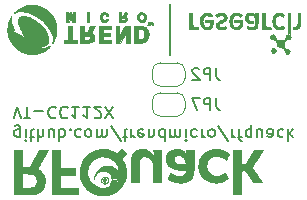
<source format=gbr>
G04 #@! TF.GenerationSoftware,KiCad,Pcbnew,(5.1.0-0)*
G04 #@! TF.CreationDate,2019-05-27T18:32:18+02:00*
G04 #@! TF.ProjectId,huzzah-cc112x-shield,68757a7a-6168-42d6-9363-313132782d73,1*
G04 #@! TF.SameCoordinates,Original*
G04 #@! TF.FileFunction,Legend,Bot*
G04 #@! TF.FilePolarity,Positive*
%FSLAX46Y46*%
G04 Gerber Fmt 4.6, Leading zero omitted, Abs format (unit mm)*
G04 Created by KiCad (PCBNEW (5.1.0-0)) date 2019-05-27 18:32:18*
%MOMM*%
%LPD*%
G04 APERTURE LIST*
%ADD10C,0.150000*%
%ADD11C,0.120000*%
%ADD12C,0.010000*%
G04 APERTURE END LIST*
D10*
X24250476Y-28154285D02*
X24250476Y-27344761D01*
X24202857Y-27249523D01*
X24155238Y-27201904D01*
X24060000Y-27154285D01*
X23917142Y-27154285D01*
X23821904Y-27201904D01*
X24250476Y-27535238D02*
X24155238Y-27487619D01*
X23964761Y-27487619D01*
X23869523Y-27535238D01*
X23821904Y-27582857D01*
X23774285Y-27678095D01*
X23774285Y-27963809D01*
X23821904Y-28059047D01*
X23869523Y-28106666D01*
X23964761Y-28154285D01*
X24155238Y-28154285D01*
X24250476Y-28106666D01*
X24726666Y-27487619D02*
X24726666Y-28154285D01*
X24726666Y-28487619D02*
X24679047Y-28440000D01*
X24726666Y-28392380D01*
X24774285Y-28440000D01*
X24726666Y-28487619D01*
X24726666Y-28392380D01*
X25060000Y-28154285D02*
X25440952Y-28154285D01*
X25202857Y-28487619D02*
X25202857Y-27630476D01*
X25250476Y-27535238D01*
X25345714Y-27487619D01*
X25440952Y-27487619D01*
X25774285Y-27487619D02*
X25774285Y-28487619D01*
X26202857Y-27487619D02*
X26202857Y-28011428D01*
X26155238Y-28106666D01*
X26059999Y-28154285D01*
X25917142Y-28154285D01*
X25821904Y-28106666D01*
X25774285Y-28059047D01*
X27107619Y-28154285D02*
X27107619Y-27487619D01*
X26679047Y-28154285D02*
X26679047Y-27630476D01*
X26726666Y-27535238D01*
X26821904Y-27487619D01*
X26964761Y-27487619D01*
X27059999Y-27535238D01*
X27107619Y-27582857D01*
X27583809Y-27487619D02*
X27583809Y-28487619D01*
X27583809Y-28106666D02*
X27679047Y-28154285D01*
X27869523Y-28154285D01*
X27964761Y-28106666D01*
X28012380Y-28059047D01*
X28059999Y-27963809D01*
X28059999Y-27678095D01*
X28012380Y-27582857D01*
X27964761Y-27535238D01*
X27869523Y-27487619D01*
X27679047Y-27487619D01*
X27583809Y-27535238D01*
X28488571Y-27582857D02*
X28536190Y-27535238D01*
X28488571Y-27487619D01*
X28440952Y-27535238D01*
X28488571Y-27582857D01*
X28488571Y-27487619D01*
X29393333Y-27535238D02*
X29298095Y-27487619D01*
X29107619Y-27487619D01*
X29012380Y-27535238D01*
X28964761Y-27582857D01*
X28917142Y-27678095D01*
X28917142Y-27963809D01*
X28964761Y-28059047D01*
X29012380Y-28106666D01*
X29107619Y-28154285D01*
X29298095Y-28154285D01*
X29393333Y-28106666D01*
X29964761Y-27487619D02*
X29869523Y-27535238D01*
X29821904Y-27582857D01*
X29774285Y-27678095D01*
X29774285Y-27963809D01*
X29821904Y-28059047D01*
X29869523Y-28106666D01*
X29964761Y-28154285D01*
X30107619Y-28154285D01*
X30202857Y-28106666D01*
X30250476Y-28059047D01*
X30298095Y-27963809D01*
X30298095Y-27678095D01*
X30250476Y-27582857D01*
X30202857Y-27535238D01*
X30107619Y-27487619D01*
X29964761Y-27487619D01*
X30726666Y-27487619D02*
X30726666Y-28154285D01*
X30726666Y-28059047D02*
X30774285Y-28106666D01*
X30869523Y-28154285D01*
X31012380Y-28154285D01*
X31107619Y-28106666D01*
X31155238Y-28011428D01*
X31155238Y-27487619D01*
X31155238Y-28011428D02*
X31202857Y-28106666D01*
X31298095Y-28154285D01*
X31440952Y-28154285D01*
X31536190Y-28106666D01*
X31583809Y-28011428D01*
X31583809Y-27487619D01*
X32774285Y-28535238D02*
X31917142Y-27249523D01*
X32964761Y-28154285D02*
X33345714Y-28154285D01*
X33107619Y-28487619D02*
X33107619Y-27630476D01*
X33155238Y-27535238D01*
X33250476Y-27487619D01*
X33345714Y-27487619D01*
X33679047Y-27487619D02*
X33679047Y-28154285D01*
X33679047Y-27963809D02*
X33726666Y-28059047D01*
X33774285Y-28106666D01*
X33869523Y-28154285D01*
X33964761Y-28154285D01*
X34679047Y-27535238D02*
X34583809Y-27487619D01*
X34393333Y-27487619D01*
X34298095Y-27535238D01*
X34250476Y-27630476D01*
X34250476Y-28011428D01*
X34298095Y-28106666D01*
X34393333Y-28154285D01*
X34583809Y-28154285D01*
X34679047Y-28106666D01*
X34726666Y-28011428D01*
X34726666Y-27916190D01*
X34250476Y-27820952D01*
X35155238Y-28154285D02*
X35155238Y-27487619D01*
X35155238Y-28059047D02*
X35202857Y-28106666D01*
X35298095Y-28154285D01*
X35440952Y-28154285D01*
X35536190Y-28106666D01*
X35583809Y-28011428D01*
X35583809Y-27487619D01*
X36488571Y-27487619D02*
X36488571Y-28487619D01*
X36488571Y-27535238D02*
X36393333Y-27487619D01*
X36202857Y-27487619D01*
X36107619Y-27535238D01*
X36059999Y-27582857D01*
X36012380Y-27678095D01*
X36012380Y-27963809D01*
X36059999Y-28059047D01*
X36107619Y-28106666D01*
X36202857Y-28154285D01*
X36393333Y-28154285D01*
X36488571Y-28106666D01*
X36964761Y-27487619D02*
X36964761Y-28154285D01*
X36964761Y-28059047D02*
X37012380Y-28106666D01*
X37107619Y-28154285D01*
X37250476Y-28154285D01*
X37345714Y-28106666D01*
X37393333Y-28011428D01*
X37393333Y-27487619D01*
X37393333Y-28011428D02*
X37440952Y-28106666D01*
X37536190Y-28154285D01*
X37679047Y-28154285D01*
X37774285Y-28106666D01*
X37821904Y-28011428D01*
X37821904Y-27487619D01*
X38298095Y-27487619D02*
X38298095Y-28154285D01*
X38298095Y-28487619D02*
X38250476Y-28440000D01*
X38298095Y-28392380D01*
X38345714Y-28440000D01*
X38298095Y-28487619D01*
X38298095Y-28392380D01*
X39202857Y-27535238D02*
X39107619Y-27487619D01*
X38917142Y-27487619D01*
X38821904Y-27535238D01*
X38774285Y-27582857D01*
X38726666Y-27678095D01*
X38726666Y-27963809D01*
X38774285Y-28059047D01*
X38821904Y-28106666D01*
X38917142Y-28154285D01*
X39107619Y-28154285D01*
X39202857Y-28106666D01*
X39631428Y-27487619D02*
X39631428Y-28154285D01*
X39631428Y-27963809D02*
X39679047Y-28059047D01*
X39726666Y-28106666D01*
X39821904Y-28154285D01*
X39917142Y-28154285D01*
X40393333Y-27487619D02*
X40298095Y-27535238D01*
X40250476Y-27582857D01*
X40202857Y-27678095D01*
X40202857Y-27963809D01*
X40250476Y-28059047D01*
X40298095Y-28106666D01*
X40393333Y-28154285D01*
X40536190Y-28154285D01*
X40631428Y-28106666D01*
X40679047Y-28059047D01*
X40726666Y-27963809D01*
X40726666Y-27678095D01*
X40679047Y-27582857D01*
X40631428Y-27535238D01*
X40536190Y-27487619D01*
X40393333Y-27487619D01*
X41869523Y-28535238D02*
X41012380Y-27249523D01*
X42202857Y-27487619D02*
X42202857Y-28154285D01*
X42202857Y-27963809D02*
X42250476Y-28059047D01*
X42298095Y-28106666D01*
X42393333Y-28154285D01*
X42488571Y-28154285D01*
X42679047Y-28154285D02*
X43059999Y-28154285D01*
X42821904Y-27487619D02*
X42821904Y-28344761D01*
X42869523Y-28440000D01*
X42964761Y-28487619D01*
X43059999Y-28487619D01*
X43821904Y-28154285D02*
X43821904Y-27154285D01*
X43821904Y-27535238D02*
X43726666Y-27487619D01*
X43536190Y-27487619D01*
X43440952Y-27535238D01*
X43393333Y-27582857D01*
X43345714Y-27678095D01*
X43345714Y-27963809D01*
X43393333Y-28059047D01*
X43440952Y-28106666D01*
X43536190Y-28154285D01*
X43726666Y-28154285D01*
X43821904Y-28106666D01*
X44726666Y-28154285D02*
X44726666Y-27487619D01*
X44298095Y-28154285D02*
X44298095Y-27630476D01*
X44345714Y-27535238D01*
X44440952Y-27487619D01*
X44583809Y-27487619D01*
X44679047Y-27535238D01*
X44726666Y-27582857D01*
X45631428Y-27487619D02*
X45631428Y-28011428D01*
X45583809Y-28106666D01*
X45488571Y-28154285D01*
X45298095Y-28154285D01*
X45202857Y-28106666D01*
X45631428Y-27535238D02*
X45536190Y-27487619D01*
X45298095Y-27487619D01*
X45202857Y-27535238D01*
X45155238Y-27630476D01*
X45155238Y-27725714D01*
X45202857Y-27820952D01*
X45298095Y-27868571D01*
X45536190Y-27868571D01*
X45631428Y-27916190D01*
X46536190Y-27535238D02*
X46440952Y-27487619D01*
X46250476Y-27487619D01*
X46155238Y-27535238D01*
X46107619Y-27582857D01*
X46059999Y-27678095D01*
X46059999Y-27963809D01*
X46107619Y-28059047D01*
X46155238Y-28106666D01*
X46250476Y-28154285D01*
X46440952Y-28154285D01*
X46536190Y-28106666D01*
X46964761Y-27487619D02*
X46964761Y-28487619D01*
X47059999Y-27868571D02*
X47345714Y-27487619D01*
X47345714Y-28154285D02*
X46964761Y-27773333D01*
X23701904Y-26582619D02*
X24035238Y-25582619D01*
X24368571Y-26582619D01*
X24559047Y-26582619D02*
X25130476Y-26582619D01*
X24844761Y-25582619D02*
X24844761Y-26582619D01*
X25463809Y-25963571D02*
X26225714Y-25963571D01*
X27273333Y-25677857D02*
X27225714Y-25630238D01*
X27082857Y-25582619D01*
X26987619Y-25582619D01*
X26844761Y-25630238D01*
X26749523Y-25725476D01*
X26701904Y-25820714D01*
X26654285Y-26011190D01*
X26654285Y-26154047D01*
X26701904Y-26344523D01*
X26749523Y-26439761D01*
X26844761Y-26535000D01*
X26987619Y-26582619D01*
X27082857Y-26582619D01*
X27225714Y-26535000D01*
X27273333Y-26487380D01*
X28273333Y-25677857D02*
X28225714Y-25630238D01*
X28082857Y-25582619D01*
X27987619Y-25582619D01*
X27844761Y-25630238D01*
X27749523Y-25725476D01*
X27701904Y-25820714D01*
X27654285Y-26011190D01*
X27654285Y-26154047D01*
X27701904Y-26344523D01*
X27749523Y-26439761D01*
X27844761Y-26535000D01*
X27987619Y-26582619D01*
X28082857Y-26582619D01*
X28225714Y-26535000D01*
X28273333Y-26487380D01*
X29225714Y-25582619D02*
X28654285Y-25582619D01*
X28940000Y-25582619D02*
X28940000Y-26582619D01*
X28844761Y-26439761D01*
X28749523Y-26344523D01*
X28654285Y-26296904D01*
X30178095Y-25582619D02*
X29606666Y-25582619D01*
X29892380Y-25582619D02*
X29892380Y-26582619D01*
X29797142Y-26439761D01*
X29701904Y-26344523D01*
X29606666Y-26296904D01*
X30559047Y-26487380D02*
X30606666Y-26535000D01*
X30701904Y-26582619D01*
X30940000Y-26582619D01*
X31035238Y-26535000D01*
X31082857Y-26487380D01*
X31130476Y-26392142D01*
X31130476Y-26296904D01*
X31082857Y-26154047D01*
X30511428Y-25582619D01*
X31130476Y-25582619D01*
X31463809Y-26582619D02*
X32130476Y-25582619D01*
X32130476Y-26582619D02*
X31463809Y-25582619D01*
D11*
X36130000Y-26400000D02*
X37530000Y-26400000D01*
X38230000Y-25700000D02*
X38230000Y-25100000D01*
X37530000Y-24400000D02*
X36130000Y-24400000D01*
X35430000Y-25100000D02*
X35430000Y-25700000D01*
X35430000Y-25700000D02*
G75*
G03X36130000Y-26400000I700000J0D01*
G01*
X36130000Y-24400000D02*
G75*
G03X35430000Y-25100000I0J-700000D01*
G01*
X38230000Y-25100000D02*
G75*
G03X37530000Y-24400000I-700000J0D01*
G01*
X37530000Y-26400000D02*
G75*
G03X38230000Y-25700000I0J700000D01*
G01*
X36130000Y-23860000D02*
X37530000Y-23860000D01*
X38230000Y-23160000D02*
X38230000Y-22560000D01*
X37530000Y-21860000D02*
X36130000Y-21860000D01*
X35430000Y-22560000D02*
X35430000Y-23160000D01*
X35430000Y-23160000D02*
G75*
G03X36130000Y-23860000I700000J0D01*
G01*
X36130000Y-21860000D02*
G75*
G03X35430000Y-22560000I0J-700000D01*
G01*
X38230000Y-22560000D02*
G75*
G03X37530000Y-21860000I-700000J0D01*
G01*
X37530000Y-23860000D02*
G75*
G03X38230000Y-23160000I0J700000D01*
G01*
D12*
G36*
X36927566Y-21192936D02*
G01*
X36935776Y-21141664D01*
X36935833Y-21134917D01*
X36928948Y-21080124D01*
X36906975Y-21060968D01*
X36904083Y-21060834D01*
X36880600Y-21076899D01*
X36872391Y-21128170D01*
X36872333Y-21134917D01*
X36879218Y-21189710D01*
X36901192Y-21208867D01*
X36904083Y-21209000D01*
X36927566Y-21192936D01*
X36927566Y-21192936D01*
G37*
X36927566Y-21192936D02*
X36935776Y-21141664D01*
X36935833Y-21134917D01*
X36928948Y-21080124D01*
X36906975Y-21060968D01*
X36904083Y-21060834D01*
X36880600Y-21076899D01*
X36872391Y-21128170D01*
X36872333Y-21134917D01*
X36879218Y-21189710D01*
X36901192Y-21208867D01*
X36904083Y-21209000D01*
X36927566Y-21192936D01*
G36*
X36927566Y-21002436D02*
G01*
X36935776Y-20951164D01*
X36935833Y-20944417D01*
X36928948Y-20889624D01*
X36906975Y-20870468D01*
X36904083Y-20870334D01*
X36880600Y-20886399D01*
X36872391Y-20937670D01*
X36872333Y-20944417D01*
X36879218Y-20999210D01*
X36901192Y-21018367D01*
X36904083Y-21018500D01*
X36927566Y-21002436D01*
X36927566Y-21002436D01*
G37*
X36927566Y-21002436D02*
X36935776Y-20951164D01*
X36935833Y-20944417D01*
X36928948Y-20889624D01*
X36906975Y-20870468D01*
X36904083Y-20870334D01*
X36880600Y-20886399D01*
X36872391Y-20937670D01*
X36872333Y-20944417D01*
X36879218Y-20999210D01*
X36901192Y-21018367D01*
X36904083Y-21018500D01*
X36927566Y-21002436D01*
G36*
X36927566Y-20811936D02*
G01*
X36935776Y-20760664D01*
X36935833Y-20753917D01*
X36928948Y-20699124D01*
X36906975Y-20679968D01*
X36904083Y-20679834D01*
X36880600Y-20695899D01*
X36872391Y-20747170D01*
X36872333Y-20753917D01*
X36879218Y-20808710D01*
X36901192Y-20827867D01*
X36904083Y-20828000D01*
X36927566Y-20811936D01*
X36927566Y-20811936D01*
G37*
X36927566Y-20811936D02*
X36935776Y-20760664D01*
X36935833Y-20753917D01*
X36928948Y-20699124D01*
X36906975Y-20679968D01*
X36904083Y-20679834D01*
X36880600Y-20695899D01*
X36872391Y-20747170D01*
X36872333Y-20753917D01*
X36879218Y-20808710D01*
X36901192Y-20827867D01*
X36904083Y-20828000D01*
X36927566Y-20811936D01*
G36*
X45781785Y-21014350D02*
G01*
X45844065Y-20964059D01*
X45881397Y-20884865D01*
X45889333Y-20816444D01*
X45871612Y-20730812D01*
X45824675Y-20666455D01*
X45757862Y-20627169D01*
X45680511Y-20616745D01*
X45601962Y-20638980D01*
X45549038Y-20678206D01*
X45498027Y-20754255D01*
X45483182Y-20836476D01*
X45502768Y-20914992D01*
X45555052Y-20979928D01*
X45607480Y-21010909D01*
X45700833Y-21031409D01*
X45781785Y-21014350D01*
X45781785Y-21014350D01*
G37*
X45781785Y-21014350D02*
X45844065Y-20964059D01*
X45881397Y-20884865D01*
X45889333Y-20816444D01*
X45871612Y-20730812D01*
X45824675Y-20666455D01*
X45757862Y-20627169D01*
X45680511Y-20616745D01*
X45601962Y-20638980D01*
X45549038Y-20678206D01*
X45498027Y-20754255D01*
X45483182Y-20836476D01*
X45502768Y-20914992D01*
X45555052Y-20979928D01*
X45607480Y-21010909D01*
X45700833Y-21031409D01*
X45781785Y-21014350D01*
G36*
X36927566Y-20621436D02*
G01*
X36935776Y-20570164D01*
X36935833Y-20563417D01*
X36928948Y-20508624D01*
X36906975Y-20489468D01*
X36904083Y-20489334D01*
X36880600Y-20505399D01*
X36872391Y-20556670D01*
X36872333Y-20563417D01*
X36879218Y-20618210D01*
X36901192Y-20637367D01*
X36904083Y-20637500D01*
X36927566Y-20621436D01*
X36927566Y-20621436D01*
G37*
X36927566Y-20621436D02*
X36935776Y-20570164D01*
X36935833Y-20563417D01*
X36928948Y-20508624D01*
X36906975Y-20489468D01*
X36904083Y-20489334D01*
X36880600Y-20505399D01*
X36872391Y-20556670D01*
X36872333Y-20563417D01*
X36879218Y-20618210D01*
X36901192Y-20637367D01*
X36904083Y-20637500D01*
X36927566Y-20621436D01*
G36*
X36927566Y-20430936D02*
G01*
X36935776Y-20379664D01*
X36935833Y-20372917D01*
X36928948Y-20318124D01*
X36906975Y-20298968D01*
X36904083Y-20298834D01*
X36880600Y-20314899D01*
X36872391Y-20366170D01*
X36872333Y-20372917D01*
X36879218Y-20427710D01*
X36901192Y-20446867D01*
X36904083Y-20447000D01*
X36927566Y-20430936D01*
X36927566Y-20430936D01*
G37*
X36927566Y-20430936D02*
X36935776Y-20379664D01*
X36935833Y-20372917D01*
X36928948Y-20318124D01*
X36906975Y-20298968D01*
X36904083Y-20298834D01*
X36880600Y-20314899D01*
X36872391Y-20366170D01*
X36872333Y-20372917D01*
X36879218Y-20427710D01*
X36901192Y-20446867D01*
X36904083Y-20447000D01*
X36927566Y-20430936D01*
G36*
X36927566Y-20240436D02*
G01*
X36935776Y-20189164D01*
X36935833Y-20182417D01*
X36928948Y-20127624D01*
X36906975Y-20108468D01*
X36904083Y-20108334D01*
X36880600Y-20124399D01*
X36872391Y-20175670D01*
X36872333Y-20182417D01*
X36879218Y-20237210D01*
X36901192Y-20256367D01*
X36904083Y-20256500D01*
X36927566Y-20240436D01*
X36927566Y-20240436D01*
G37*
X36927566Y-20240436D02*
X36935776Y-20189164D01*
X36935833Y-20182417D01*
X36928948Y-20127624D01*
X36906975Y-20108468D01*
X36904083Y-20108334D01*
X36880600Y-20124399D01*
X36872391Y-20175670D01*
X36872333Y-20182417D01*
X36879218Y-20237210D01*
X36901192Y-20256367D01*
X36904083Y-20256500D01*
X36927566Y-20240436D01*
G36*
X36927566Y-20049936D02*
G01*
X36935776Y-19998664D01*
X36935833Y-19991917D01*
X36928948Y-19937124D01*
X36906975Y-19917968D01*
X36904083Y-19917834D01*
X36880600Y-19933899D01*
X36872391Y-19985170D01*
X36872333Y-19991917D01*
X36879218Y-20046710D01*
X36901192Y-20065867D01*
X36904083Y-20066000D01*
X36927566Y-20049936D01*
X36927566Y-20049936D01*
G37*
X36927566Y-20049936D02*
X36935776Y-19998664D01*
X36935833Y-19991917D01*
X36928948Y-19937124D01*
X36906975Y-19917968D01*
X36904083Y-19917834D01*
X36880600Y-19933899D01*
X36872391Y-19985170D01*
X36872333Y-19991917D01*
X36879218Y-20046710D01*
X36901192Y-20065867D01*
X36904083Y-20066000D01*
X36927566Y-20049936D01*
G36*
X36927566Y-19859436D02*
G01*
X36935776Y-19808164D01*
X36935833Y-19801417D01*
X36928948Y-19746624D01*
X36906975Y-19727468D01*
X36904083Y-19727334D01*
X36880600Y-19743399D01*
X36872391Y-19794670D01*
X36872333Y-19801417D01*
X36879218Y-19856210D01*
X36901192Y-19875367D01*
X36904083Y-19875500D01*
X36927566Y-19859436D01*
X36927566Y-19859436D01*
G37*
X36927566Y-19859436D02*
X36935776Y-19808164D01*
X36935833Y-19801417D01*
X36928948Y-19746624D01*
X36906975Y-19727468D01*
X36904083Y-19727334D01*
X36880600Y-19743399D01*
X36872391Y-19794670D01*
X36872333Y-19801417D01*
X36879218Y-19856210D01*
X36901192Y-19875367D01*
X36904083Y-19875500D01*
X36927566Y-19859436D01*
G36*
X36929290Y-19666068D02*
G01*
X36935833Y-19621500D01*
X36926367Y-19571087D01*
X36904083Y-19558000D01*
X36878877Y-19576933D01*
X36872333Y-19621500D01*
X36881799Y-19671914D01*
X36904083Y-19685000D01*
X36929290Y-19666068D01*
X36929290Y-19666068D01*
G37*
X36929290Y-19666068D02*
X36935833Y-19621500D01*
X36926367Y-19571087D01*
X36904083Y-19558000D01*
X36878877Y-19576933D01*
X36872333Y-19621500D01*
X36881799Y-19671914D01*
X36904083Y-19685000D01*
X36929290Y-19666068D01*
G36*
X46939582Y-21102342D02*
G01*
X47012834Y-21058224D01*
X47058129Y-20989229D01*
X47071555Y-20905326D01*
X47050625Y-20819561D01*
X47016403Y-20780375D01*
X46957876Y-20741224D01*
X46891999Y-20711623D01*
X46839312Y-20701000D01*
X46782084Y-20685960D01*
X46716810Y-20648459D01*
X46660811Y-20599931D01*
X46637551Y-20567815D01*
X46619178Y-20505920D01*
X46609000Y-20415903D01*
X46607171Y-20311206D01*
X46613846Y-20205270D01*
X46629178Y-20111536D01*
X46632182Y-20099557D01*
X46677712Y-19997614D01*
X46752150Y-19926466D01*
X46855668Y-19885995D01*
X46961917Y-19875619D01*
X47035468Y-19857744D01*
X47094209Y-19820702D01*
X47139966Y-19772081D01*
X47157661Y-19717604D01*
X47159333Y-19681727D01*
X47148883Y-19590852D01*
X47113792Y-19528407D01*
X47048450Y-19485004D01*
X47039398Y-19481083D01*
X46953330Y-19464685D01*
X46872736Y-19483114D01*
X46807099Y-19530451D01*
X46765903Y-19600777D01*
X46756702Y-19657491D01*
X46747936Y-19699751D01*
X46726533Y-19759885D01*
X46717053Y-19781856D01*
X46685415Y-19838895D01*
X46645665Y-19880125D01*
X46591040Y-19907801D01*
X46514776Y-19924175D01*
X46410110Y-19931498D01*
X46270279Y-19932025D01*
X46266339Y-19931971D01*
X46155378Y-19930133D01*
X46078191Y-19927111D01*
X46026221Y-19921203D01*
X45990912Y-19910703D01*
X45963707Y-19893908D01*
X45936050Y-19869113D01*
X45932187Y-19865415D01*
X45887573Y-19812927D01*
X45858215Y-19760584D01*
X45854683Y-19749087D01*
X45841305Y-19691671D01*
X45824592Y-19623017D01*
X45822879Y-19616152D01*
X45783656Y-19536599D01*
X45718217Y-19484097D01*
X45636155Y-19463123D01*
X45547065Y-19478152D01*
X45536458Y-19482543D01*
X45468133Y-19528718D01*
X45432138Y-19596147D01*
X45423667Y-19671845D01*
X45439456Y-19757001D01*
X45488149Y-19819370D01*
X45571726Y-19860713D01*
X45656806Y-19878751D01*
X45773111Y-19902403D01*
X45856467Y-19940935D01*
X45913233Y-20001055D01*
X45949771Y-20089474D01*
X45972266Y-20211521D01*
X45986673Y-20295597D01*
X46006040Y-20369446D01*
X46026176Y-20417091D01*
X46026192Y-20417115D01*
X46099375Y-20491130D01*
X46204155Y-20541504D01*
X46311271Y-20563445D01*
X46438569Y-20585881D01*
X46531014Y-20625178D01*
X46594492Y-20686693D01*
X46634890Y-20775783D01*
X46655402Y-20876624D01*
X46684153Y-20990393D01*
X46733662Y-21068672D01*
X46802623Y-21110427D01*
X46889733Y-21114620D01*
X46939582Y-21102342D01*
X46939582Y-21102342D01*
G37*
X46939582Y-21102342D02*
X47012834Y-21058224D01*
X47058129Y-20989229D01*
X47071555Y-20905326D01*
X47050625Y-20819561D01*
X47016403Y-20780375D01*
X46957876Y-20741224D01*
X46891999Y-20711623D01*
X46839312Y-20701000D01*
X46782084Y-20685960D01*
X46716810Y-20648459D01*
X46660811Y-20599931D01*
X46637551Y-20567815D01*
X46619178Y-20505920D01*
X46609000Y-20415903D01*
X46607171Y-20311206D01*
X46613846Y-20205270D01*
X46629178Y-20111536D01*
X46632182Y-20099557D01*
X46677712Y-19997614D01*
X46752150Y-19926466D01*
X46855668Y-19885995D01*
X46961917Y-19875619D01*
X47035468Y-19857744D01*
X47094209Y-19820702D01*
X47139966Y-19772081D01*
X47157661Y-19717604D01*
X47159333Y-19681727D01*
X47148883Y-19590852D01*
X47113792Y-19528407D01*
X47048450Y-19485004D01*
X47039398Y-19481083D01*
X46953330Y-19464685D01*
X46872736Y-19483114D01*
X46807099Y-19530451D01*
X46765903Y-19600777D01*
X46756702Y-19657491D01*
X46747936Y-19699751D01*
X46726533Y-19759885D01*
X46717053Y-19781856D01*
X46685415Y-19838895D01*
X46645665Y-19880125D01*
X46591040Y-19907801D01*
X46514776Y-19924175D01*
X46410110Y-19931498D01*
X46270279Y-19932025D01*
X46266339Y-19931971D01*
X46155378Y-19930133D01*
X46078191Y-19927111D01*
X46026221Y-19921203D01*
X45990912Y-19910703D01*
X45963707Y-19893908D01*
X45936050Y-19869113D01*
X45932187Y-19865415D01*
X45887573Y-19812927D01*
X45858215Y-19760584D01*
X45854683Y-19749087D01*
X45841305Y-19691671D01*
X45824592Y-19623017D01*
X45822879Y-19616152D01*
X45783656Y-19536599D01*
X45718217Y-19484097D01*
X45636155Y-19463123D01*
X45547065Y-19478152D01*
X45536458Y-19482543D01*
X45468133Y-19528718D01*
X45432138Y-19596147D01*
X45423667Y-19671845D01*
X45439456Y-19757001D01*
X45488149Y-19819370D01*
X45571726Y-19860713D01*
X45656806Y-19878751D01*
X45773111Y-19902403D01*
X45856467Y-19940935D01*
X45913233Y-20001055D01*
X45949771Y-20089474D01*
X45972266Y-20211521D01*
X45986673Y-20295597D01*
X46006040Y-20369446D01*
X46026176Y-20417091D01*
X46026192Y-20417115D01*
X46099375Y-20491130D01*
X46204155Y-20541504D01*
X46311271Y-20563445D01*
X46438569Y-20585881D01*
X46531014Y-20625178D01*
X46594492Y-20686693D01*
X46634890Y-20775783D01*
X46655402Y-20876624D01*
X46684153Y-20990393D01*
X46733662Y-21068672D01*
X46802623Y-21110427D01*
X46889733Y-21114620D01*
X46939582Y-21102342D01*
G36*
X36927566Y-19499602D02*
G01*
X36935776Y-19448331D01*
X36935833Y-19441584D01*
X36928948Y-19386791D01*
X36906975Y-19367634D01*
X36904083Y-19367500D01*
X36880600Y-19383565D01*
X36872391Y-19434837D01*
X36872333Y-19441584D01*
X36879218Y-19496377D01*
X36901192Y-19515533D01*
X36904083Y-19515667D01*
X36927566Y-19499602D01*
X36927566Y-19499602D01*
G37*
X36927566Y-19499602D02*
X36935776Y-19448331D01*
X36935833Y-19441584D01*
X36928948Y-19386791D01*
X36906975Y-19367634D01*
X36904083Y-19367500D01*
X36880600Y-19383565D01*
X36872391Y-19434837D01*
X36872333Y-19441584D01*
X36879218Y-19496377D01*
X36901192Y-19515533D01*
X36904083Y-19515667D01*
X36927566Y-19499602D01*
G36*
X36927566Y-19309102D02*
G01*
X36935776Y-19257831D01*
X36935833Y-19251084D01*
X36928948Y-19196291D01*
X36906975Y-19177134D01*
X36904083Y-19177000D01*
X36880600Y-19193065D01*
X36872391Y-19244337D01*
X36872333Y-19251084D01*
X36879218Y-19305877D01*
X36901192Y-19325033D01*
X36904083Y-19325167D01*
X36927566Y-19309102D01*
X36927566Y-19309102D01*
G37*
X36927566Y-19309102D02*
X36935776Y-19257831D01*
X36935833Y-19251084D01*
X36928948Y-19196291D01*
X36906975Y-19177134D01*
X36904083Y-19177000D01*
X36880600Y-19193065D01*
X36872391Y-19244337D01*
X36872333Y-19251084D01*
X36879218Y-19305877D01*
X36901192Y-19325033D01*
X36904083Y-19325167D01*
X36927566Y-19309102D01*
G36*
X36927566Y-19118602D02*
G01*
X36935776Y-19067331D01*
X36935833Y-19060584D01*
X36928948Y-19005791D01*
X36906975Y-18986634D01*
X36904083Y-18986500D01*
X36880600Y-19002565D01*
X36872391Y-19053837D01*
X36872333Y-19060584D01*
X36879218Y-19115377D01*
X36901192Y-19134533D01*
X36904083Y-19134667D01*
X36927566Y-19118602D01*
X36927566Y-19118602D01*
G37*
X36927566Y-19118602D02*
X36935776Y-19067331D01*
X36935833Y-19060584D01*
X36928948Y-19005791D01*
X36906975Y-18986634D01*
X36904083Y-18986500D01*
X36880600Y-19002565D01*
X36872391Y-19053837D01*
X36872333Y-19060584D01*
X36879218Y-19115377D01*
X36901192Y-19134533D01*
X36904083Y-19134667D01*
X36927566Y-19118602D01*
G36*
X36927566Y-18928102D02*
G01*
X36935776Y-18876831D01*
X36935833Y-18870084D01*
X36928948Y-18815291D01*
X36906975Y-18796134D01*
X36904083Y-18796000D01*
X36880600Y-18812065D01*
X36872391Y-18863337D01*
X36872333Y-18870084D01*
X36879218Y-18924877D01*
X36901192Y-18944033D01*
X36904083Y-18944167D01*
X36927566Y-18928102D01*
X36927566Y-18928102D01*
G37*
X36927566Y-18928102D02*
X36935776Y-18876831D01*
X36935833Y-18870084D01*
X36928948Y-18815291D01*
X36906975Y-18796134D01*
X36904083Y-18796000D01*
X36880600Y-18812065D01*
X36872391Y-18863337D01*
X36872333Y-18870084D01*
X36879218Y-18924877D01*
X36901192Y-18944033D01*
X36904083Y-18944167D01*
X36927566Y-18928102D01*
G36*
X34404008Y-20168061D02*
G01*
X34560313Y-20155693D01*
X34687016Y-20133158D01*
X34790191Y-20098883D01*
X34875910Y-20051296D01*
X34950246Y-19988824D01*
X34960957Y-19977897D01*
X35040350Y-19866761D01*
X35096140Y-19729575D01*
X35127758Y-19575808D01*
X35134635Y-19414929D01*
X35116204Y-19256405D01*
X35071894Y-19109706D01*
X35019098Y-19009723D01*
X34953163Y-18926796D01*
X34874594Y-18862406D01*
X34778010Y-18814754D01*
X34658034Y-18782038D01*
X34509286Y-18762457D01*
X34326388Y-18754210D01*
X34254408Y-18753667D01*
X33930167Y-18753667D01*
X33930167Y-19007667D01*
X34247667Y-19007667D01*
X34379958Y-19008132D01*
X34504115Y-19019641D01*
X34600966Y-19048875D01*
X34680361Y-19099039D01*
X34735976Y-19169591D01*
X34770312Y-19266085D01*
X34785873Y-19394075D01*
X34787417Y-19462750D01*
X34785316Y-19564869D01*
X34777751Y-19636557D01*
X34762825Y-19689568D01*
X34745083Y-19725121D01*
X34691467Y-19800346D01*
X34629603Y-19849728D01*
X34549079Y-19878590D01*
X34439480Y-19892255D01*
X34415571Y-19893525D01*
X34247667Y-19901150D01*
X34247667Y-19007667D01*
X33930167Y-19007667D01*
X33930167Y-20171834D01*
X34212029Y-20171834D01*
X34404008Y-20168061D01*
X34404008Y-20168061D01*
G37*
X34404008Y-20168061D02*
X34560313Y-20155693D01*
X34687016Y-20133158D01*
X34790191Y-20098883D01*
X34875910Y-20051296D01*
X34950246Y-19988824D01*
X34960957Y-19977897D01*
X35040350Y-19866761D01*
X35096140Y-19729575D01*
X35127758Y-19575808D01*
X35134635Y-19414929D01*
X35116204Y-19256405D01*
X35071894Y-19109706D01*
X35019098Y-19009723D01*
X34953163Y-18926796D01*
X34874594Y-18862406D01*
X34778010Y-18814754D01*
X34658034Y-18782038D01*
X34509286Y-18762457D01*
X34326388Y-18754210D01*
X34254408Y-18753667D01*
X33930167Y-18753667D01*
X33930167Y-19007667D01*
X34247667Y-19007667D01*
X34379958Y-19008132D01*
X34504115Y-19019641D01*
X34600966Y-19048875D01*
X34680361Y-19099039D01*
X34735976Y-19169591D01*
X34770312Y-19266085D01*
X34785873Y-19394075D01*
X34787417Y-19462750D01*
X34785316Y-19564869D01*
X34777751Y-19636557D01*
X34762825Y-19689568D01*
X34745083Y-19725121D01*
X34691467Y-19800346D01*
X34629603Y-19849728D01*
X34549079Y-19878590D01*
X34439480Y-19892255D01*
X34415571Y-19893525D01*
X34247667Y-19901150D01*
X34247667Y-19007667D01*
X33930167Y-19007667D01*
X33930167Y-20171834D01*
X34212029Y-20171834D01*
X34404008Y-20168061D01*
G36*
X33528000Y-18753667D02*
G01*
X33332208Y-18753679D01*
X33136417Y-18753691D01*
X32888017Y-19203471D01*
X32639618Y-19653250D01*
X32639309Y-19203459D01*
X32639000Y-18753667D01*
X32342667Y-18753667D01*
X32342667Y-20171834D01*
X32538458Y-20171503D01*
X32734250Y-20171172D01*
X32977667Y-19732295D01*
X33221083Y-19293417D01*
X33226804Y-19732625D01*
X33232525Y-20171834D01*
X33528000Y-20171834D01*
X33528000Y-18753667D01*
X33528000Y-18753667D01*
G37*
X33528000Y-18753667D02*
X33332208Y-18753679D01*
X33136417Y-18753691D01*
X32888017Y-19203471D01*
X32639618Y-19653250D01*
X32639309Y-19203459D01*
X32639000Y-18753667D01*
X32342667Y-18753667D01*
X32342667Y-20171834D01*
X32538458Y-20171503D01*
X32734250Y-20171172D01*
X32977667Y-19732295D01*
X33221083Y-19293417D01*
X33226804Y-19732625D01*
X33232525Y-20171834D01*
X33528000Y-20171834D01*
X33528000Y-18753667D01*
G36*
X31940500Y-19917834D02*
G01*
X31242000Y-19917834D01*
X31242000Y-19600334D01*
X31877000Y-19600334D01*
X31877000Y-19346334D01*
X31242000Y-19346334D01*
X31242000Y-19007667D01*
X31961667Y-19007667D01*
X31961667Y-18753667D01*
X30924500Y-18753667D01*
X30924500Y-20171834D01*
X31940500Y-20171834D01*
X31940500Y-19917834D01*
X31940500Y-19917834D01*
G37*
X31940500Y-19917834D02*
X31242000Y-19917834D01*
X31242000Y-19600334D01*
X31877000Y-19600334D01*
X31877000Y-19346334D01*
X31242000Y-19346334D01*
X31242000Y-19007667D01*
X31961667Y-19007667D01*
X31961667Y-18753667D01*
X30924500Y-18753667D01*
X30924500Y-20171834D01*
X31940500Y-20171834D01*
X31940500Y-19917834D01*
G36*
X29886914Y-20169416D02*
G01*
X30047110Y-20161307D01*
X30175591Y-20146221D01*
X30277550Y-20122875D01*
X30358181Y-20089983D01*
X30422678Y-20046261D01*
X30476235Y-19990425D01*
X30488637Y-19974270D01*
X30513149Y-19932219D01*
X30526280Y-19881336D01*
X30530661Y-19808217D01*
X30530431Y-19761415D01*
X30516628Y-19620851D01*
X30481664Y-19503796D01*
X30427873Y-19416100D01*
X30375312Y-19372388D01*
X30332283Y-19343751D01*
X30311220Y-19321596D01*
X30310800Y-19319550D01*
X30319756Y-19295609D01*
X30344378Y-19241428D01*
X30381139Y-19164499D01*
X30426512Y-19072316D01*
X30437667Y-19050000D01*
X30484598Y-18954848D01*
X30523700Y-18872657D01*
X30551420Y-18811113D01*
X30564209Y-18777897D01*
X30564667Y-18775159D01*
X30544608Y-18764584D01*
X30488723Y-18757221D01*
X30403444Y-18753814D01*
X30378631Y-18753667D01*
X30192596Y-18753667D01*
X30080250Y-19028834D01*
X29967904Y-19304000D01*
X29675667Y-19304000D01*
X29675667Y-18753667D01*
X29337000Y-18753667D01*
X29337000Y-19917834D01*
X29675667Y-19917834D01*
X29675667Y-19579167D01*
X29893207Y-19579167D01*
X30008815Y-19581421D01*
X30088732Y-19588693D01*
X30139385Y-19601751D01*
X30155372Y-19610423D01*
X30202411Y-19665907D01*
X30218535Y-19735409D01*
X30205563Y-19806102D01*
X30165311Y-19865158D01*
X30115009Y-19895293D01*
X30064143Y-19905661D01*
X29985394Y-19913511D01*
X29893195Y-19917555D01*
X29863008Y-19917834D01*
X29675667Y-19917834D01*
X29337000Y-19917834D01*
X29337000Y-20171834D01*
X29689808Y-20171834D01*
X29886914Y-20169416D01*
X29886914Y-20169416D01*
G37*
X29886914Y-20169416D02*
X30047110Y-20161307D01*
X30175591Y-20146221D01*
X30277550Y-20122875D01*
X30358181Y-20089983D01*
X30422678Y-20046261D01*
X30476235Y-19990425D01*
X30488637Y-19974270D01*
X30513149Y-19932219D01*
X30526280Y-19881336D01*
X30530661Y-19808217D01*
X30530431Y-19761415D01*
X30516628Y-19620851D01*
X30481664Y-19503796D01*
X30427873Y-19416100D01*
X30375312Y-19372388D01*
X30332283Y-19343751D01*
X30311220Y-19321596D01*
X30310800Y-19319550D01*
X30319756Y-19295609D01*
X30344378Y-19241428D01*
X30381139Y-19164499D01*
X30426512Y-19072316D01*
X30437667Y-19050000D01*
X30484598Y-18954848D01*
X30523700Y-18872657D01*
X30551420Y-18811113D01*
X30564209Y-18777897D01*
X30564667Y-18775159D01*
X30544608Y-18764584D01*
X30488723Y-18757221D01*
X30403444Y-18753814D01*
X30378631Y-18753667D01*
X30192596Y-18753667D01*
X30080250Y-19028834D01*
X29967904Y-19304000D01*
X29675667Y-19304000D01*
X29675667Y-18753667D01*
X29337000Y-18753667D01*
X29337000Y-19917834D01*
X29675667Y-19917834D01*
X29675667Y-19579167D01*
X29893207Y-19579167D01*
X30008815Y-19581421D01*
X30088732Y-19588693D01*
X30139385Y-19601751D01*
X30155372Y-19610423D01*
X30202411Y-19665907D01*
X30218535Y-19735409D01*
X30205563Y-19806102D01*
X30165311Y-19865158D01*
X30115009Y-19895293D01*
X30064143Y-19905661D01*
X29985394Y-19913511D01*
X29893195Y-19917555D01*
X29863008Y-19917834D01*
X29675667Y-19917834D01*
X29337000Y-19917834D01*
X29337000Y-20171834D01*
X29689808Y-20171834D01*
X29886914Y-20169416D01*
G36*
X29083000Y-19917834D02*
G01*
X28659667Y-19917834D01*
X28659667Y-18753667D01*
X28342167Y-18753667D01*
X28342167Y-19917834D01*
X27940000Y-19917834D01*
X27940000Y-20171834D01*
X29083000Y-20171834D01*
X29083000Y-19917834D01*
X29083000Y-19917834D01*
G37*
X29083000Y-19917834D02*
X28659667Y-19917834D01*
X28659667Y-18753667D01*
X28342167Y-18753667D01*
X28342167Y-19917834D01*
X27940000Y-19917834D01*
X27940000Y-20171834D01*
X29083000Y-20171834D01*
X29083000Y-19917834D01*
G36*
X36927566Y-18737602D02*
G01*
X36935776Y-18686331D01*
X36935833Y-18679584D01*
X36928948Y-18624791D01*
X36906975Y-18605634D01*
X36904083Y-18605500D01*
X36880600Y-18621565D01*
X36872391Y-18672837D01*
X36872333Y-18679584D01*
X36879218Y-18734377D01*
X36901192Y-18753533D01*
X36904083Y-18753667D01*
X36927566Y-18737602D01*
X36927566Y-18737602D01*
G37*
X36927566Y-18737602D02*
X36935776Y-18686331D01*
X36935833Y-18679584D01*
X36928948Y-18624791D01*
X36906975Y-18605634D01*
X36904083Y-18605500D01*
X36880600Y-18621565D01*
X36872391Y-18672837D01*
X36872333Y-18679584D01*
X36879218Y-18734377D01*
X36901192Y-18753533D01*
X36904083Y-18753667D01*
X36927566Y-18737602D01*
G36*
X35311843Y-18621375D02*
G01*
X35342381Y-18531417D01*
X35369874Y-18621375D01*
X35396155Y-18684368D01*
X35426577Y-18710110D01*
X35436350Y-18711334D01*
X35457567Y-18706047D01*
X35469399Y-18684079D01*
X35474443Y-18636271D01*
X35475333Y-18573750D01*
X35473214Y-18496578D01*
X35465640Y-18453685D01*
X35450789Y-18437175D01*
X35443583Y-18436167D01*
X35417745Y-18455073D01*
X35409581Y-18494375D01*
X35407330Y-18552584D01*
X35384329Y-18494375D01*
X35356186Y-18447107D01*
X35327337Y-18441796D01*
X35300141Y-18478178D01*
X35290056Y-18504959D01*
X35267988Y-18573750D01*
X35265827Y-18504959D01*
X35255336Y-18451421D01*
X35231917Y-18436167D01*
X35212769Y-18446619D01*
X35202912Y-18483293D01*
X35200167Y-18552584D01*
X35198329Y-18619861D01*
X35190385Y-18654908D01*
X35172685Y-18667759D01*
X35157833Y-18669000D01*
X35133369Y-18663947D01*
X35120624Y-18642100D01*
X35115951Y-18593426D01*
X35115500Y-18552584D01*
X35112649Y-18482378D01*
X35102647Y-18446233D01*
X35083750Y-18436167D01*
X35064603Y-18446619D01*
X35054745Y-18483293D01*
X35052000Y-18552584D01*
X35050162Y-18619861D01*
X35042218Y-18654908D01*
X35024518Y-18667759D01*
X35009667Y-18669000D01*
X34975271Y-18677865D01*
X34967333Y-18690167D01*
X34987012Y-18700864D01*
X35040200Y-18708309D01*
X35118122Y-18711320D01*
X35124319Y-18711334D01*
X35281305Y-18711334D01*
X35311843Y-18621375D01*
X35311843Y-18621375D01*
G37*
X35311843Y-18621375D02*
X35342381Y-18531417D01*
X35369874Y-18621375D01*
X35396155Y-18684368D01*
X35426577Y-18710110D01*
X35436350Y-18711334D01*
X35457567Y-18706047D01*
X35469399Y-18684079D01*
X35474443Y-18636271D01*
X35475333Y-18573750D01*
X35473214Y-18496578D01*
X35465640Y-18453685D01*
X35450789Y-18437175D01*
X35443583Y-18436167D01*
X35417745Y-18455073D01*
X35409581Y-18494375D01*
X35407330Y-18552584D01*
X35384329Y-18494375D01*
X35356186Y-18447107D01*
X35327337Y-18441796D01*
X35300141Y-18478178D01*
X35290056Y-18504959D01*
X35267988Y-18573750D01*
X35265827Y-18504959D01*
X35255336Y-18451421D01*
X35231917Y-18436167D01*
X35212769Y-18446619D01*
X35202912Y-18483293D01*
X35200167Y-18552584D01*
X35198329Y-18619861D01*
X35190385Y-18654908D01*
X35172685Y-18667759D01*
X35157833Y-18669000D01*
X35133369Y-18663947D01*
X35120624Y-18642100D01*
X35115951Y-18593426D01*
X35115500Y-18552584D01*
X35112649Y-18482378D01*
X35102647Y-18446233D01*
X35083750Y-18436167D01*
X35064603Y-18446619D01*
X35054745Y-18483293D01*
X35052000Y-18552584D01*
X35050162Y-18619861D01*
X35042218Y-18654908D01*
X35024518Y-18667759D01*
X35009667Y-18669000D01*
X34975271Y-18677865D01*
X34967333Y-18690167D01*
X34987012Y-18700864D01*
X35040200Y-18708309D01*
X35118122Y-18711320D01*
X35124319Y-18711334D01*
X35281305Y-18711334D01*
X35311843Y-18621375D01*
G36*
X36927566Y-18547102D02*
G01*
X36935776Y-18495831D01*
X36935833Y-18489084D01*
X36928948Y-18434291D01*
X36906975Y-18415134D01*
X36904083Y-18415000D01*
X36880600Y-18431065D01*
X36872391Y-18482337D01*
X36872333Y-18489084D01*
X36879218Y-18543877D01*
X36901192Y-18563033D01*
X36904083Y-18563167D01*
X36927566Y-18547102D01*
X36927566Y-18547102D01*
G37*
X36927566Y-18547102D02*
X36935776Y-18495831D01*
X36935833Y-18489084D01*
X36928948Y-18434291D01*
X36906975Y-18415134D01*
X36904083Y-18415000D01*
X36880600Y-18431065D01*
X36872391Y-18482337D01*
X36872333Y-18489084D01*
X36879218Y-18543877D01*
X36901192Y-18563033D01*
X36904083Y-18563167D01*
X36927566Y-18547102D01*
G36*
X36927566Y-18356602D02*
G01*
X36935776Y-18305331D01*
X36935833Y-18298584D01*
X36928948Y-18243791D01*
X36906975Y-18224634D01*
X36904083Y-18224500D01*
X36880600Y-18240565D01*
X36872391Y-18291837D01*
X36872333Y-18298584D01*
X36879218Y-18353377D01*
X36901192Y-18372533D01*
X36904083Y-18372667D01*
X36927566Y-18356602D01*
X36927566Y-18356602D01*
G37*
X36927566Y-18356602D02*
X36935776Y-18305331D01*
X36935833Y-18298584D01*
X36928948Y-18243791D01*
X36906975Y-18224634D01*
X36904083Y-18224500D01*
X36880600Y-18240565D01*
X36872391Y-18291837D01*
X36872333Y-18298584D01*
X36879218Y-18353377D01*
X36901192Y-18372533D01*
X36904083Y-18372667D01*
X36927566Y-18356602D01*
G36*
X36927566Y-18166102D02*
G01*
X36935776Y-18114831D01*
X36935833Y-18108084D01*
X36928948Y-18053291D01*
X36906975Y-18034134D01*
X36904083Y-18034000D01*
X36880600Y-18050065D01*
X36872391Y-18101337D01*
X36872333Y-18108084D01*
X36879218Y-18162877D01*
X36901192Y-18182033D01*
X36904083Y-18182167D01*
X36927566Y-18166102D01*
X36927566Y-18166102D01*
G37*
X36927566Y-18166102D02*
X36935776Y-18114831D01*
X36935833Y-18108084D01*
X36928948Y-18053291D01*
X36906975Y-18034134D01*
X36904083Y-18034000D01*
X36880600Y-18050065D01*
X36872391Y-18101337D01*
X36872333Y-18108084D01*
X36879218Y-18162877D01*
X36901192Y-18182033D01*
X36904083Y-18182167D01*
X36927566Y-18166102D01*
G36*
X25540761Y-21112492D02*
G01*
X25815920Y-21057350D01*
X26079583Y-20966612D01*
X26326888Y-20840879D01*
X26521833Y-20705968D01*
X26593020Y-20647206D01*
X26663393Y-20585062D01*
X26725545Y-20526580D01*
X26772067Y-20478807D01*
X26795554Y-20448785D01*
X26797000Y-20444283D01*
X26779883Y-20445072D01*
X26735106Y-20461805D01*
X26675292Y-20489452D01*
X26517898Y-20551913D01*
X26352785Y-20585185D01*
X26171836Y-20590091D01*
X25966933Y-20567455D01*
X25944196Y-20563601D01*
X25861388Y-20547067D01*
X25767778Y-20525089D01*
X25671598Y-20500043D01*
X25581082Y-20474302D01*
X25504461Y-20450243D01*
X25449968Y-20430241D01*
X25425837Y-20416670D01*
X25425879Y-20414066D01*
X25449829Y-20413606D01*
X25497514Y-20423696D01*
X25507235Y-20426408D01*
X25625781Y-20451697D01*
X25766846Y-20468303D01*
X25911256Y-20474856D01*
X26039832Y-20469990D01*
X26069513Y-20466518D01*
X26243911Y-20425075D01*
X26388337Y-20355184D01*
X26501910Y-20259149D01*
X26583752Y-20139273D01*
X26632983Y-19997861D01*
X26648723Y-19837216D01*
X26630093Y-19659642D01*
X26576214Y-19467443D01*
X26510405Y-19311456D01*
X26397936Y-19112904D01*
X26255404Y-18917867D01*
X26087934Y-18730009D01*
X25900653Y-18552996D01*
X25698686Y-18390491D01*
X25487160Y-18246160D01*
X25271201Y-18123668D01*
X25055934Y-18026680D01*
X24846486Y-17958860D01*
X24647982Y-17923873D01*
X24563917Y-17919819D01*
X24425406Y-17926110D01*
X24319386Y-17947566D01*
X24238020Y-17986465D01*
X24187754Y-18029198D01*
X24134352Y-18098863D01*
X24102790Y-18178474D01*
X24089079Y-18280428D01*
X24087667Y-18340066D01*
X24103805Y-18496738D01*
X24152375Y-18678233D01*
X24233609Y-18885389D01*
X24246728Y-18914570D01*
X24318091Y-19071167D01*
X24495815Y-19071167D01*
X24582957Y-19071908D01*
X24637433Y-19075848D01*
X24668907Y-19085562D01*
X24687041Y-19103625D01*
X24698102Y-19125080D01*
X24716055Y-19167543D01*
X24722667Y-19188580D01*
X24703171Y-19193032D01*
X24651364Y-19196385D01*
X24577262Y-19198071D01*
X24553333Y-19198167D01*
X24474690Y-19199133D01*
X24415472Y-19201698D01*
X24385697Y-19205368D01*
X24384000Y-19206553D01*
X24392427Y-19227885D01*
X24415347Y-19279650D01*
X24449219Y-19353983D01*
X24488807Y-19439386D01*
X24593614Y-19663834D01*
X24519630Y-19663834D01*
X24469827Y-19656703D01*
X24416481Y-19631576D01*
X24348896Y-19582851D01*
X24320017Y-19559285D01*
X24106694Y-19408324D01*
X23860689Y-19283449D01*
X23745561Y-19237989D01*
X23666940Y-19209023D01*
X23605715Y-19185946D01*
X23571027Y-19172230D01*
X23566508Y-19170032D01*
X23558970Y-19149636D01*
X23549120Y-19118792D01*
X23543562Y-19091643D01*
X23554394Y-19077440D01*
X23590587Y-19072007D01*
X23651469Y-19071167D01*
X23768458Y-19071167D01*
X23663840Y-18854209D01*
X23616908Y-18751489D01*
X23573801Y-18647555D01*
X23540328Y-18556903D01*
X23526034Y-18510250D01*
X23506474Y-18406231D01*
X23495613Y-18286298D01*
X23493786Y-18165444D01*
X23501329Y-18058660D01*
X23514448Y-17993069D01*
X23528867Y-17935165D01*
X23525159Y-17915507D01*
X23503340Y-17934092D01*
X23463426Y-17990917D01*
X23454204Y-18005392D01*
X23385159Y-18133814D01*
X23319291Y-18291312D01*
X23261516Y-18464664D01*
X23216753Y-18640647D01*
X23215244Y-18647834D01*
X23190848Y-18816568D01*
X23180790Y-19007922D01*
X23184698Y-19206662D01*
X23202204Y-19397553D01*
X23232936Y-19565360D01*
X23238014Y-19585174D01*
X23330044Y-19852208D01*
X23458069Y-20104970D01*
X23618209Y-20338939D01*
X23648592Y-20372917D01*
X25315333Y-20372917D01*
X25325917Y-20362334D01*
X25336500Y-20372917D01*
X25325917Y-20383500D01*
X25315333Y-20372917D01*
X23648592Y-20372917D01*
X23667520Y-20394084D01*
X25378833Y-20394084D01*
X25389417Y-20383500D01*
X25400000Y-20394084D01*
X25389417Y-20404667D01*
X25378833Y-20394084D01*
X23667520Y-20394084D01*
X23806584Y-20549597D01*
X24019315Y-20732422D01*
X24252522Y-20882895D01*
X24422421Y-20965106D01*
X24694937Y-21058346D01*
X24975408Y-21113591D01*
X25258970Y-21131439D01*
X25540761Y-21112492D01*
X25540761Y-21112492D01*
G37*
X25540761Y-21112492D02*
X25815920Y-21057350D01*
X26079583Y-20966612D01*
X26326888Y-20840879D01*
X26521833Y-20705968D01*
X26593020Y-20647206D01*
X26663393Y-20585062D01*
X26725545Y-20526580D01*
X26772067Y-20478807D01*
X26795554Y-20448785D01*
X26797000Y-20444283D01*
X26779883Y-20445072D01*
X26735106Y-20461805D01*
X26675292Y-20489452D01*
X26517898Y-20551913D01*
X26352785Y-20585185D01*
X26171836Y-20590091D01*
X25966933Y-20567455D01*
X25944196Y-20563601D01*
X25861388Y-20547067D01*
X25767778Y-20525089D01*
X25671598Y-20500043D01*
X25581082Y-20474302D01*
X25504461Y-20450243D01*
X25449968Y-20430241D01*
X25425837Y-20416670D01*
X25425879Y-20414066D01*
X25449829Y-20413606D01*
X25497514Y-20423696D01*
X25507235Y-20426408D01*
X25625781Y-20451697D01*
X25766846Y-20468303D01*
X25911256Y-20474856D01*
X26039832Y-20469990D01*
X26069513Y-20466518D01*
X26243911Y-20425075D01*
X26388337Y-20355184D01*
X26501910Y-20259149D01*
X26583752Y-20139273D01*
X26632983Y-19997861D01*
X26648723Y-19837216D01*
X26630093Y-19659642D01*
X26576214Y-19467443D01*
X26510405Y-19311456D01*
X26397936Y-19112904D01*
X26255404Y-18917867D01*
X26087934Y-18730009D01*
X25900653Y-18552996D01*
X25698686Y-18390491D01*
X25487160Y-18246160D01*
X25271201Y-18123668D01*
X25055934Y-18026680D01*
X24846486Y-17958860D01*
X24647982Y-17923873D01*
X24563917Y-17919819D01*
X24425406Y-17926110D01*
X24319386Y-17947566D01*
X24238020Y-17986465D01*
X24187754Y-18029198D01*
X24134352Y-18098863D01*
X24102790Y-18178474D01*
X24089079Y-18280428D01*
X24087667Y-18340066D01*
X24103805Y-18496738D01*
X24152375Y-18678233D01*
X24233609Y-18885389D01*
X24246728Y-18914570D01*
X24318091Y-19071167D01*
X24495815Y-19071167D01*
X24582957Y-19071908D01*
X24637433Y-19075848D01*
X24668907Y-19085562D01*
X24687041Y-19103625D01*
X24698102Y-19125080D01*
X24716055Y-19167543D01*
X24722667Y-19188580D01*
X24703171Y-19193032D01*
X24651364Y-19196385D01*
X24577262Y-19198071D01*
X24553333Y-19198167D01*
X24474690Y-19199133D01*
X24415472Y-19201698D01*
X24385697Y-19205368D01*
X24384000Y-19206553D01*
X24392427Y-19227885D01*
X24415347Y-19279650D01*
X24449219Y-19353983D01*
X24488807Y-19439386D01*
X24593614Y-19663834D01*
X24519630Y-19663834D01*
X24469827Y-19656703D01*
X24416481Y-19631576D01*
X24348896Y-19582851D01*
X24320017Y-19559285D01*
X24106694Y-19408324D01*
X23860689Y-19283449D01*
X23745561Y-19237989D01*
X23666940Y-19209023D01*
X23605715Y-19185946D01*
X23571027Y-19172230D01*
X23566508Y-19170032D01*
X23558970Y-19149636D01*
X23549120Y-19118792D01*
X23543562Y-19091643D01*
X23554394Y-19077440D01*
X23590587Y-19072007D01*
X23651469Y-19071167D01*
X23768458Y-19071167D01*
X23663840Y-18854209D01*
X23616908Y-18751489D01*
X23573801Y-18647555D01*
X23540328Y-18556903D01*
X23526034Y-18510250D01*
X23506474Y-18406231D01*
X23495613Y-18286298D01*
X23493786Y-18165444D01*
X23501329Y-18058660D01*
X23514448Y-17993069D01*
X23528867Y-17935165D01*
X23525159Y-17915507D01*
X23503340Y-17934092D01*
X23463426Y-17990917D01*
X23454204Y-18005392D01*
X23385159Y-18133814D01*
X23319291Y-18291312D01*
X23261516Y-18464664D01*
X23216753Y-18640647D01*
X23215244Y-18647834D01*
X23190848Y-18816568D01*
X23180790Y-19007922D01*
X23184698Y-19206662D01*
X23202204Y-19397553D01*
X23232936Y-19565360D01*
X23238014Y-19585174D01*
X23330044Y-19852208D01*
X23458069Y-20104970D01*
X23618209Y-20338939D01*
X23648592Y-20372917D01*
X25315333Y-20372917D01*
X25325917Y-20362334D01*
X25336500Y-20372917D01*
X25325917Y-20383500D01*
X25315333Y-20372917D01*
X23648592Y-20372917D01*
X23667520Y-20394084D01*
X25378833Y-20394084D01*
X25389417Y-20383500D01*
X25400000Y-20394084D01*
X25389417Y-20404667D01*
X25378833Y-20394084D01*
X23667520Y-20394084D01*
X23806584Y-20549597D01*
X24019315Y-20732422D01*
X24252522Y-20882895D01*
X24422421Y-20965106D01*
X24694937Y-21058346D01*
X24975408Y-21113591D01*
X25258970Y-21131439D01*
X25540761Y-21112492D01*
G36*
X36929290Y-17972735D02*
G01*
X36935833Y-17928167D01*
X36926367Y-17877754D01*
X36904083Y-17864667D01*
X36878877Y-17883599D01*
X36872333Y-17928167D01*
X36881799Y-17978580D01*
X36904083Y-17991667D01*
X36929290Y-17972735D01*
X36929290Y-17972735D01*
G37*
X36929290Y-17972735D02*
X36935833Y-17928167D01*
X36926367Y-17877754D01*
X36904083Y-17864667D01*
X36878877Y-17883599D01*
X36872333Y-17928167D01*
X36881799Y-17978580D01*
X36904083Y-17991667D01*
X36929290Y-17972735D01*
G36*
X47674642Y-19018823D02*
G01*
X47792817Y-18950268D01*
X47816877Y-18929822D01*
X47859353Y-18887554D01*
X47892863Y-18842590D01*
X47918441Y-18789480D01*
X47937125Y-18722774D01*
X47949948Y-18637022D01*
X47957946Y-18526773D01*
X47962156Y-18386577D01*
X47963611Y-18210985D01*
X47963667Y-18157159D01*
X47963667Y-17674167D01*
X47752000Y-17674167D01*
X47751535Y-18145125D01*
X47751047Y-18301492D01*
X47749624Y-18421794D01*
X47746799Y-18512298D01*
X47742108Y-18579271D01*
X47735087Y-18628980D01*
X47725270Y-18667690D01*
X47712194Y-18701669D01*
X47709880Y-18706839D01*
X47651168Y-18790215D01*
X47567083Y-18840518D01*
X47460264Y-18856413D01*
X47419263Y-18853746D01*
X47328667Y-18843534D01*
X47328667Y-18933538D01*
X47331367Y-18990867D01*
X47345309Y-19019612D01*
X47379256Y-19033450D01*
X47394812Y-19036771D01*
X47541874Y-19047683D01*
X47674642Y-19018823D01*
X47674642Y-19018823D01*
G37*
X47674642Y-19018823D02*
X47792817Y-18950268D01*
X47816877Y-18929822D01*
X47859353Y-18887554D01*
X47892863Y-18842590D01*
X47918441Y-18789480D01*
X47937125Y-18722774D01*
X47949948Y-18637022D01*
X47957946Y-18526773D01*
X47962156Y-18386577D01*
X47963611Y-18210985D01*
X47963667Y-18157159D01*
X47963667Y-17674167D01*
X47752000Y-17674167D01*
X47751535Y-18145125D01*
X47751047Y-18301492D01*
X47749624Y-18421794D01*
X47746799Y-18512298D01*
X47742108Y-18579271D01*
X47735087Y-18628980D01*
X47725270Y-18667690D01*
X47712194Y-18701669D01*
X47709880Y-18706839D01*
X47651168Y-18790215D01*
X47567083Y-18840518D01*
X47460264Y-18856413D01*
X47419263Y-18853746D01*
X47328667Y-18843534D01*
X47328667Y-18933538D01*
X47331367Y-18990867D01*
X47345309Y-19019612D01*
X47379256Y-19033450D01*
X47394812Y-19036771D01*
X47541874Y-19047683D01*
X47674642Y-19018823D01*
G36*
X47138167Y-17674167D02*
G01*
X46926500Y-17674167D01*
X46926500Y-19367500D01*
X46978039Y-19367500D01*
X47038924Y-19375321D01*
X47083872Y-19388143D01*
X47138167Y-19408786D01*
X47138167Y-17674167D01*
X47138167Y-17674167D01*
G37*
X47138167Y-17674167D02*
X46926500Y-17674167D01*
X46926500Y-19367500D01*
X46978039Y-19367500D01*
X47038924Y-19375321D01*
X47083872Y-19388143D01*
X47138167Y-19408786D01*
X47138167Y-17674167D01*
G36*
X45390484Y-19037897D02*
G01*
X45451947Y-19030489D01*
X45483640Y-19012673D01*
X45491829Y-18980009D01*
X45482784Y-18928062D01*
X45477763Y-18908497D01*
X45454099Y-18840739D01*
X45429552Y-18814351D01*
X45421398Y-18814492D01*
X45296108Y-18841620D01*
X45199805Y-18845069D01*
X45124889Y-18822455D01*
X45063761Y-18771398D01*
X45008820Y-18689514D01*
X45005932Y-18684262D01*
X44993412Y-18655921D01*
X44983720Y-18618684D01*
X44976376Y-18566714D01*
X44970899Y-18494169D01*
X44966810Y-18395212D01*
X44963628Y-18264003D01*
X44961613Y-18145125D01*
X44954479Y-17674167D01*
X44746333Y-17674167D01*
X44746333Y-19007667D01*
X44852167Y-19007667D01*
X44914991Y-19005935D01*
X44946333Y-18997163D01*
X44957011Y-18975986D01*
X44958000Y-18955187D01*
X44958000Y-18902706D01*
X45054858Y-18970978D01*
X45114323Y-19009146D01*
X45166701Y-19029781D01*
X45230094Y-19038080D01*
X45292983Y-19039333D01*
X45390484Y-19037897D01*
X45390484Y-19037897D01*
G37*
X45390484Y-19037897D02*
X45451947Y-19030489D01*
X45483640Y-19012673D01*
X45491829Y-18980009D01*
X45482784Y-18928062D01*
X45477763Y-18908497D01*
X45454099Y-18840739D01*
X45429552Y-18814351D01*
X45421398Y-18814492D01*
X45296108Y-18841620D01*
X45199805Y-18845069D01*
X45124889Y-18822455D01*
X45063761Y-18771398D01*
X45008820Y-18689514D01*
X45005932Y-18684262D01*
X44993412Y-18655921D01*
X44983720Y-18618684D01*
X44976376Y-18566714D01*
X44970899Y-18494169D01*
X44966810Y-18395212D01*
X44963628Y-18264003D01*
X44961613Y-18145125D01*
X44954479Y-17674167D01*
X44746333Y-17674167D01*
X44746333Y-19007667D01*
X44852167Y-19007667D01*
X44914991Y-19005935D01*
X44946333Y-18997163D01*
X44957011Y-18975986D01*
X44958000Y-18955187D01*
X44958000Y-18902706D01*
X45054858Y-18970978D01*
X45114323Y-19009146D01*
X45166701Y-19029781D01*
X45230094Y-19038080D01*
X45292983Y-19039333D01*
X45390484Y-19037897D01*
G36*
X39231323Y-19037584D02*
G01*
X39293212Y-19029783D01*
X39325459Y-19012315D01*
X39334375Y-18981562D01*
X39326271Y-18933907D01*
X39325136Y-18929485D01*
X39309567Y-18871156D01*
X39297663Y-18829214D01*
X39296071Y-18824137D01*
X39279209Y-18811871D01*
X39236889Y-18816256D01*
X39187447Y-18829603D01*
X39073882Y-18847469D01*
X38978396Y-18827092D01*
X38900600Y-18768322D01*
X38854943Y-18701439D01*
X38839963Y-18670555D01*
X38828498Y-18637229D01*
X38819961Y-18595257D01*
X38813763Y-18538440D01*
X38809316Y-18460573D01*
X38806033Y-18355457D01*
X38803324Y-18216890D01*
X38802184Y-18145125D01*
X38794979Y-17674167D01*
X38586833Y-17674167D01*
X38586833Y-19007667D01*
X38692667Y-19007667D01*
X38755491Y-19005935D01*
X38786833Y-18997163D01*
X38797511Y-18975986D01*
X38798500Y-18955187D01*
X38798500Y-18902706D01*
X38895358Y-18970978D01*
X38954823Y-19009146D01*
X39007201Y-19029781D01*
X39070594Y-19038080D01*
X39133483Y-19039333D01*
X39231323Y-19037584D01*
X39231323Y-19037584D01*
G37*
X39231323Y-19037584D02*
X39293212Y-19029783D01*
X39325459Y-19012315D01*
X39334375Y-18981562D01*
X39326271Y-18933907D01*
X39325136Y-18929485D01*
X39309567Y-18871156D01*
X39297663Y-18829214D01*
X39296071Y-18824137D01*
X39279209Y-18811871D01*
X39236889Y-18816256D01*
X39187447Y-18829603D01*
X39073882Y-18847469D01*
X38978396Y-18827092D01*
X38900600Y-18768322D01*
X38854943Y-18701439D01*
X38839963Y-18670555D01*
X38828498Y-18637229D01*
X38819961Y-18595257D01*
X38813763Y-18538440D01*
X38809316Y-18460573D01*
X38806033Y-18355457D01*
X38803324Y-18216890D01*
X38802184Y-18145125D01*
X38794979Y-17674167D01*
X38586833Y-17674167D01*
X38586833Y-19007667D01*
X38692667Y-19007667D01*
X38755491Y-19005935D01*
X38786833Y-18997163D01*
X38797511Y-18975986D01*
X38798500Y-18955187D01*
X38798500Y-18902706D01*
X38895358Y-18970978D01*
X38954823Y-19009146D01*
X39007201Y-19029781D01*
X39070594Y-19038080D01*
X39133483Y-19039333D01*
X39231323Y-19037584D01*
G36*
X36927566Y-17806269D02*
G01*
X36935776Y-17754998D01*
X36935833Y-17748250D01*
X36928948Y-17693457D01*
X36906975Y-17674301D01*
X36904083Y-17674167D01*
X36880600Y-17690232D01*
X36872391Y-17741503D01*
X36872333Y-17748250D01*
X36879218Y-17803044D01*
X36901192Y-17822200D01*
X36904083Y-17822334D01*
X36927566Y-17806269D01*
X36927566Y-17806269D01*
G37*
X36927566Y-17806269D02*
X36935776Y-17754998D01*
X36935833Y-17748250D01*
X36928948Y-17693457D01*
X36906975Y-17674301D01*
X36904083Y-17674167D01*
X36880600Y-17690232D01*
X36872391Y-17741503D01*
X36872333Y-17748250D01*
X36879218Y-17803044D01*
X36901192Y-17822200D01*
X36904083Y-17822334D01*
X36927566Y-17806269D01*
G36*
X46422985Y-19004318D02*
G01*
X46477833Y-18980119D01*
X46553972Y-18937031D01*
X46592858Y-18898750D01*
X46597894Y-18858285D01*
X46572481Y-18808640D01*
X46565775Y-18799321D01*
X46530493Y-18756687D01*
X46504197Y-18733761D01*
X46500126Y-18732500D01*
X46474077Y-18743450D01*
X46427739Y-18770993D01*
X46406728Y-18784857D01*
X46291953Y-18841467D01*
X46179173Y-18857932D01*
X46073675Y-18836313D01*
X45980747Y-18778670D01*
X45905676Y-18687065D01*
X45855610Y-18570096D01*
X45835136Y-18462600D01*
X45828763Y-18340793D01*
X45835862Y-18219473D01*
X45855799Y-18113436D01*
X45877592Y-18055167D01*
X45952020Y-17945506D01*
X46042338Y-17871658D01*
X46143418Y-17834891D01*
X46250133Y-17836471D01*
X46357354Y-17877665D01*
X46419168Y-17921394D01*
X46485261Y-17977008D01*
X46552422Y-17908773D01*
X46619583Y-17840537D01*
X46540743Y-17771446D01*
X46474400Y-17723503D01*
X46402337Y-17685922D01*
X46379537Y-17677678D01*
X46293273Y-17661157D01*
X46190050Y-17654796D01*
X46086150Y-17658365D01*
X45997856Y-17671633D01*
X45960355Y-17683620D01*
X45862568Y-17743933D01*
X45769979Y-17832346D01*
X45695746Y-17935382D01*
X45674905Y-17975969D01*
X45652837Y-18029920D01*
X45638288Y-18082571D01*
X45629758Y-18144846D01*
X45625746Y-18227667D01*
X45624750Y-18340917D01*
X45625767Y-18454963D01*
X45629817Y-18537616D01*
X45638396Y-18599789D01*
X45653002Y-18652396D01*
X45674772Y-18705556D01*
X45754701Y-18834617D01*
X45861143Y-18934913D01*
X45987645Y-19004237D01*
X46127754Y-19040383D01*
X46275019Y-19041145D01*
X46422985Y-19004318D01*
X46422985Y-19004318D01*
G37*
X46422985Y-19004318D02*
X46477833Y-18980119D01*
X46553972Y-18937031D01*
X46592858Y-18898750D01*
X46597894Y-18858285D01*
X46572481Y-18808640D01*
X46565775Y-18799321D01*
X46530493Y-18756687D01*
X46504197Y-18733761D01*
X46500126Y-18732500D01*
X46474077Y-18743450D01*
X46427739Y-18770993D01*
X46406728Y-18784857D01*
X46291953Y-18841467D01*
X46179173Y-18857932D01*
X46073675Y-18836313D01*
X45980747Y-18778670D01*
X45905676Y-18687065D01*
X45855610Y-18570096D01*
X45835136Y-18462600D01*
X45828763Y-18340793D01*
X45835862Y-18219473D01*
X45855799Y-18113436D01*
X45877592Y-18055167D01*
X45952020Y-17945506D01*
X46042338Y-17871658D01*
X46143418Y-17834891D01*
X46250133Y-17836471D01*
X46357354Y-17877665D01*
X46419168Y-17921394D01*
X46485261Y-17977008D01*
X46552422Y-17908773D01*
X46619583Y-17840537D01*
X46540743Y-17771446D01*
X46474400Y-17723503D01*
X46402337Y-17685922D01*
X46379537Y-17677678D01*
X46293273Y-17661157D01*
X46190050Y-17654796D01*
X46086150Y-17658365D01*
X45997856Y-17671633D01*
X45960355Y-17683620D01*
X45862568Y-17743933D01*
X45769979Y-17832346D01*
X45695746Y-17935382D01*
X45674905Y-17975969D01*
X45652837Y-18029920D01*
X45638288Y-18082571D01*
X45629758Y-18144846D01*
X45625746Y-18227667D01*
X45624750Y-18340917D01*
X45625767Y-18454963D01*
X45629817Y-18537616D01*
X45638396Y-18599789D01*
X45653002Y-18652396D01*
X45674772Y-18705556D01*
X45754701Y-18834617D01*
X45861143Y-18934913D01*
X45987645Y-19004237D01*
X46127754Y-19040383D01*
X46275019Y-19041145D01*
X46422985Y-19004318D01*
G36*
X43987408Y-19037377D02*
G01*
X44056849Y-19030585D01*
X44110784Y-19016315D01*
X44162589Y-18992073D01*
X44173061Y-18986266D01*
X44223534Y-18955832D01*
X44263702Y-18924314D01*
X44294810Y-18886646D01*
X44318097Y-18837758D01*
X44334807Y-18772584D01*
X44346181Y-18686056D01*
X44353461Y-18573105D01*
X44357889Y-18428665D01*
X44360708Y-18247667D01*
X44361044Y-18219209D01*
X44367338Y-17674167D01*
X44260502Y-17674167D01*
X44197469Y-17675543D01*
X44165898Y-17683916D01*
X44154922Y-17705656D01*
X44153667Y-17736793D01*
X44153667Y-17799419D01*
X44044442Y-17731501D01*
X43982372Y-17696029D01*
X43927018Y-17674801D01*
X43862466Y-17663655D01*
X43772803Y-17658428D01*
X43763983Y-17658138D01*
X43667022Y-17657494D01*
X43598453Y-17664255D01*
X43544680Y-17680423D01*
X43515078Y-17694812D01*
X43422393Y-17765859D01*
X43358785Y-17864454D01*
X43328146Y-17960007D01*
X43314192Y-18101901D01*
X43337813Y-18229098D01*
X43397714Y-18337960D01*
X43492599Y-18424849D01*
X43494022Y-18425795D01*
X43567281Y-18461583D01*
X43662259Y-18491115D01*
X43763169Y-18511083D01*
X43854227Y-18518176D01*
X43908247Y-18512644D01*
X43944249Y-18497662D01*
X43959920Y-18467814D01*
X43963167Y-18414597D01*
X43963167Y-18330334D01*
X43830875Y-18330255D01*
X43709910Y-18318860D01*
X43621813Y-18283608D01*
X43563289Y-18222651D01*
X43538971Y-18166468D01*
X43526012Y-18065767D01*
X43544903Y-17971592D01*
X43592225Y-17895204D01*
X43630867Y-17863781D01*
X43723010Y-17830747D01*
X43829948Y-17829014D01*
X43940617Y-17856368D01*
X44043953Y-17910592D01*
X44100618Y-17957861D01*
X44120974Y-17979739D01*
X44135318Y-18002866D01*
X44144703Y-18034619D01*
X44150178Y-18082372D01*
X44152797Y-18153503D01*
X44153609Y-18255386D01*
X44153667Y-18330052D01*
X44151844Y-18481961D01*
X44145370Y-18597673D01*
X44132738Y-18683209D01*
X44112441Y-18744586D01*
X44082970Y-18787825D01*
X44042820Y-18818945D01*
X44029385Y-18826345D01*
X43941226Y-18852713D01*
X43831227Y-18857011D01*
X43713467Y-18839569D01*
X43640602Y-18817178D01*
X43576609Y-18793921D01*
X43528926Y-18778544D01*
X43512295Y-18774845D01*
X43493475Y-18792591D01*
X43470872Y-18834891D01*
X43451277Y-18885306D01*
X43441483Y-18927398D01*
X43443238Y-18941990D01*
X43478493Y-18967644D01*
X43546224Y-18992250D01*
X43636587Y-19013663D01*
X43739737Y-19029737D01*
X43845832Y-19038325D01*
X43889083Y-19039183D01*
X43987408Y-19037377D01*
X43987408Y-19037377D01*
G37*
X43987408Y-19037377D02*
X44056849Y-19030585D01*
X44110784Y-19016315D01*
X44162589Y-18992073D01*
X44173061Y-18986266D01*
X44223534Y-18955832D01*
X44263702Y-18924314D01*
X44294810Y-18886646D01*
X44318097Y-18837758D01*
X44334807Y-18772584D01*
X44346181Y-18686056D01*
X44353461Y-18573105D01*
X44357889Y-18428665D01*
X44360708Y-18247667D01*
X44361044Y-18219209D01*
X44367338Y-17674167D01*
X44260502Y-17674167D01*
X44197469Y-17675543D01*
X44165898Y-17683916D01*
X44154922Y-17705656D01*
X44153667Y-17736793D01*
X44153667Y-17799419D01*
X44044442Y-17731501D01*
X43982372Y-17696029D01*
X43927018Y-17674801D01*
X43862466Y-17663655D01*
X43772803Y-17658428D01*
X43763983Y-17658138D01*
X43667022Y-17657494D01*
X43598453Y-17664255D01*
X43544680Y-17680423D01*
X43515078Y-17694812D01*
X43422393Y-17765859D01*
X43358785Y-17864454D01*
X43328146Y-17960007D01*
X43314192Y-18101901D01*
X43337813Y-18229098D01*
X43397714Y-18337960D01*
X43492599Y-18424849D01*
X43494022Y-18425795D01*
X43567281Y-18461583D01*
X43662259Y-18491115D01*
X43763169Y-18511083D01*
X43854227Y-18518176D01*
X43908247Y-18512644D01*
X43944249Y-18497662D01*
X43959920Y-18467814D01*
X43963167Y-18414597D01*
X43963167Y-18330334D01*
X43830875Y-18330255D01*
X43709910Y-18318860D01*
X43621813Y-18283608D01*
X43563289Y-18222651D01*
X43538971Y-18166468D01*
X43526012Y-18065767D01*
X43544903Y-17971592D01*
X43592225Y-17895204D01*
X43630867Y-17863781D01*
X43723010Y-17830747D01*
X43829948Y-17829014D01*
X43940617Y-17856368D01*
X44043953Y-17910592D01*
X44100618Y-17957861D01*
X44120974Y-17979739D01*
X44135318Y-18002866D01*
X44144703Y-18034619D01*
X44150178Y-18082372D01*
X44152797Y-18153503D01*
X44153609Y-18255386D01*
X44153667Y-18330052D01*
X44151844Y-18481961D01*
X44145370Y-18597673D01*
X44132738Y-18683209D01*
X44112441Y-18744586D01*
X44082970Y-18787825D01*
X44042820Y-18818945D01*
X44029385Y-18826345D01*
X43941226Y-18852713D01*
X43831227Y-18857011D01*
X43713467Y-18839569D01*
X43640602Y-18817178D01*
X43576609Y-18793921D01*
X43528926Y-18778544D01*
X43512295Y-18774845D01*
X43493475Y-18792591D01*
X43470872Y-18834891D01*
X43451277Y-18885306D01*
X43441483Y-18927398D01*
X43443238Y-18941990D01*
X43478493Y-18967644D01*
X43546224Y-18992250D01*
X43636587Y-19013663D01*
X43739737Y-19029737D01*
X43845832Y-19038325D01*
X43889083Y-19039183D01*
X43987408Y-19037377D01*
G36*
X42627684Y-19039343D02*
G01*
X42753390Y-19001489D01*
X42866734Y-18932139D01*
X42961016Y-18832220D01*
X43016265Y-18735358D01*
X43046585Y-18636022D01*
X43065763Y-18503285D01*
X43069423Y-18453008D01*
X43080038Y-18266834D01*
X42375667Y-18266834D01*
X42375667Y-18436167D01*
X42885585Y-18436167D01*
X42871586Y-18515542D01*
X42840351Y-18617986D01*
X42787997Y-18715436D01*
X42723959Y-18791269D01*
X42707489Y-18804709D01*
X42631450Y-18838726D01*
X42537072Y-18850568D01*
X42442101Y-18840195D01*
X42364284Y-18807567D01*
X42361344Y-18805484D01*
X42289970Y-18729587D01*
X42235836Y-18623065D01*
X42201173Y-18494876D01*
X42188210Y-18353978D01*
X42199178Y-18209329D01*
X42205054Y-18177743D01*
X42252186Y-18036259D01*
X42328381Y-17925132D01*
X42382213Y-17877419D01*
X42462432Y-17842152D01*
X42564702Y-17833322D01*
X42678390Y-17850463D01*
X42792859Y-17893108D01*
X42797940Y-17895660D01*
X42913297Y-17954336D01*
X42961869Y-17893626D01*
X42992196Y-17848426D01*
X43004323Y-17815302D01*
X43003882Y-17811750D01*
X42983063Y-17791155D01*
X42935541Y-17758923D01*
X42882286Y-17727993D01*
X42817940Y-17696157D01*
X42758244Y-17676369D01*
X42688242Y-17665240D01*
X42592983Y-17659384D01*
X42576750Y-17658792D01*
X42451723Y-17658656D01*
X42363509Y-17668567D01*
X42321105Y-17681786D01*
X42205574Y-17756795D01*
X42107863Y-17866517D01*
X42046237Y-17975222D01*
X42018135Y-18041324D01*
X42000256Y-18099409D01*
X41990307Y-18162784D01*
X41985996Y-18244759D01*
X41985073Y-18330334D01*
X41990941Y-18490705D01*
X42011294Y-18619725D01*
X42048779Y-18726687D01*
X42106046Y-18820887D01*
X42135236Y-18857252D01*
X42243392Y-18954654D01*
X42365985Y-19016852D01*
X42496316Y-19044773D01*
X42627684Y-19039343D01*
X42627684Y-19039343D01*
G37*
X42627684Y-19039343D02*
X42753390Y-19001489D01*
X42866734Y-18932139D01*
X42961016Y-18832220D01*
X43016265Y-18735358D01*
X43046585Y-18636022D01*
X43065763Y-18503285D01*
X43069423Y-18453008D01*
X43080038Y-18266834D01*
X42375667Y-18266834D01*
X42375667Y-18436167D01*
X42885585Y-18436167D01*
X42871586Y-18515542D01*
X42840351Y-18617986D01*
X42787997Y-18715436D01*
X42723959Y-18791269D01*
X42707489Y-18804709D01*
X42631450Y-18838726D01*
X42537072Y-18850568D01*
X42442101Y-18840195D01*
X42364284Y-18807567D01*
X42361344Y-18805484D01*
X42289970Y-18729587D01*
X42235836Y-18623065D01*
X42201173Y-18494876D01*
X42188210Y-18353978D01*
X42199178Y-18209329D01*
X42205054Y-18177743D01*
X42252186Y-18036259D01*
X42328381Y-17925132D01*
X42382213Y-17877419D01*
X42462432Y-17842152D01*
X42564702Y-17833322D01*
X42678390Y-17850463D01*
X42792859Y-17893108D01*
X42797940Y-17895660D01*
X42913297Y-17954336D01*
X42961869Y-17893626D01*
X42992196Y-17848426D01*
X43004323Y-17815302D01*
X43003882Y-17811750D01*
X42983063Y-17791155D01*
X42935541Y-17758923D01*
X42882286Y-17727993D01*
X42817940Y-17696157D01*
X42758244Y-17676369D01*
X42688242Y-17665240D01*
X42592983Y-17659384D01*
X42576750Y-17658792D01*
X42451723Y-17658656D01*
X42363509Y-17668567D01*
X42321105Y-17681786D01*
X42205574Y-17756795D01*
X42107863Y-17866517D01*
X42046237Y-17975222D01*
X42018135Y-18041324D01*
X42000256Y-18099409D01*
X41990307Y-18162784D01*
X41985996Y-18244759D01*
X41985073Y-18330334D01*
X41990941Y-18490705D01*
X42011294Y-18619725D01*
X42048779Y-18726687D01*
X42106046Y-18820887D01*
X42135236Y-18857252D01*
X42243392Y-18954654D01*
X42365985Y-19016852D01*
X42496316Y-19044773D01*
X42627684Y-19039343D01*
G36*
X41383150Y-19036312D02*
G01*
X41456498Y-19025697D01*
X41523744Y-19003606D01*
X41576724Y-18979385D01*
X41639443Y-18945040D01*
X41683083Y-18914141D01*
X41697572Y-18894985D01*
X41684580Y-18863294D01*
X41653593Y-18817455D01*
X41646793Y-18808917D01*
X41596775Y-18747750D01*
X41484648Y-18803625D01*
X41378320Y-18843247D01*
X41275103Y-18857973D01*
X41182857Y-18848963D01*
X41109440Y-18817377D01*
X41062711Y-18764373D01*
X41053888Y-18740084D01*
X41051111Y-18690654D01*
X41071418Y-18643564D01*
X41118738Y-18595113D01*
X41197002Y-18541600D01*
X41310138Y-18479324D01*
X41354703Y-18456764D01*
X41471258Y-18397472D01*
X41555909Y-18350380D01*
X41615279Y-18310138D01*
X41655989Y-18271399D01*
X41684663Y-18228815D01*
X41707923Y-18177036D01*
X41711032Y-18168989D01*
X41736305Y-18048978D01*
X41723555Y-17932006D01*
X41676047Y-17826243D01*
X41597051Y-17739856D01*
X41520874Y-17693495D01*
X41446120Y-17671756D01*
X41345848Y-17658433D01*
X41236160Y-17654218D01*
X41133161Y-17659803D01*
X41059882Y-17673664D01*
X41011204Y-17692504D01*
X40949090Y-17721877D01*
X40884831Y-17755673D01*
X40829717Y-17787783D01*
X40795037Y-17812095D01*
X40788736Y-17820406D01*
X40801431Y-17842927D01*
X40832693Y-17884800D01*
X40848341Y-17904088D01*
X40907376Y-17975259D01*
X41022396Y-17910898D01*
X41143095Y-17854223D01*
X41249082Y-17829956D01*
X41350387Y-17836158D01*
X41376688Y-17842384D01*
X41458971Y-17880920D01*
X41510934Y-17939056D01*
X41529767Y-18008550D01*
X41512662Y-18081157D01*
X41475330Y-18131928D01*
X41432233Y-18164619D01*
X41362256Y-18206754D01*
X41277507Y-18251286D01*
X41237205Y-18270494D01*
X41099216Y-18338295D01*
X40997188Y-18400212D01*
X40926271Y-18461608D01*
X40881612Y-18527842D01*
X40858361Y-18604278D01*
X40851667Y-18696276D01*
X40851667Y-18696569D01*
X40868517Y-18817039D01*
X40918853Y-18911777D01*
X41002345Y-18980525D01*
X41118668Y-19023025D01*
X41267495Y-19039019D01*
X41285683Y-19039150D01*
X41383150Y-19036312D01*
X41383150Y-19036312D01*
G37*
X41383150Y-19036312D02*
X41456498Y-19025697D01*
X41523744Y-19003606D01*
X41576724Y-18979385D01*
X41639443Y-18945040D01*
X41683083Y-18914141D01*
X41697572Y-18894985D01*
X41684580Y-18863294D01*
X41653593Y-18817455D01*
X41646793Y-18808917D01*
X41596775Y-18747750D01*
X41484648Y-18803625D01*
X41378320Y-18843247D01*
X41275103Y-18857973D01*
X41182857Y-18848963D01*
X41109440Y-18817377D01*
X41062711Y-18764373D01*
X41053888Y-18740084D01*
X41051111Y-18690654D01*
X41071418Y-18643564D01*
X41118738Y-18595113D01*
X41197002Y-18541600D01*
X41310138Y-18479324D01*
X41354703Y-18456764D01*
X41471258Y-18397472D01*
X41555909Y-18350380D01*
X41615279Y-18310138D01*
X41655989Y-18271399D01*
X41684663Y-18228815D01*
X41707923Y-18177036D01*
X41711032Y-18168989D01*
X41736305Y-18048978D01*
X41723555Y-17932006D01*
X41676047Y-17826243D01*
X41597051Y-17739856D01*
X41520874Y-17693495D01*
X41446120Y-17671756D01*
X41345848Y-17658433D01*
X41236160Y-17654218D01*
X41133161Y-17659803D01*
X41059882Y-17673664D01*
X41011204Y-17692504D01*
X40949090Y-17721877D01*
X40884831Y-17755673D01*
X40829717Y-17787783D01*
X40795037Y-17812095D01*
X40788736Y-17820406D01*
X40801431Y-17842927D01*
X40832693Y-17884800D01*
X40848341Y-17904088D01*
X40907376Y-17975259D01*
X41022396Y-17910898D01*
X41143095Y-17854223D01*
X41249082Y-17829956D01*
X41350387Y-17836158D01*
X41376688Y-17842384D01*
X41458971Y-17880920D01*
X41510934Y-17939056D01*
X41529767Y-18008550D01*
X41512662Y-18081157D01*
X41475330Y-18131928D01*
X41432233Y-18164619D01*
X41362256Y-18206754D01*
X41277507Y-18251286D01*
X41237205Y-18270494D01*
X41099216Y-18338295D01*
X40997188Y-18400212D01*
X40926271Y-18461608D01*
X40881612Y-18527842D01*
X40858361Y-18604278D01*
X40851667Y-18696276D01*
X40851667Y-18696569D01*
X40868517Y-18817039D01*
X40918853Y-18911777D01*
X41002345Y-18980525D01*
X41118668Y-19023025D01*
X41267495Y-19039019D01*
X41285683Y-19039150D01*
X41383150Y-19036312D01*
G36*
X40194477Y-19025366D02*
G01*
X40313271Y-18983339D01*
X40409576Y-18909317D01*
X40489251Y-18799769D01*
X40510565Y-18759892D01*
X40540474Y-18680994D01*
X40565094Y-18581122D01*
X40581740Y-18476262D01*
X40587723Y-18382398D01*
X40583283Y-18327210D01*
X40571208Y-18266834D01*
X39899167Y-18266834D01*
X39899167Y-18436167D01*
X40391410Y-18436167D01*
X40377028Y-18526125D01*
X40341297Y-18646457D01*
X40280146Y-18742959D01*
X40199729Y-18812372D01*
X40106204Y-18851434D01*
X40005725Y-18856886D01*
X39904447Y-18825468D01*
X39861376Y-18799235D01*
X39794148Y-18727948D01*
X39742212Y-18625899D01*
X39708170Y-18502713D01*
X39694626Y-18368012D01*
X39704180Y-18231423D01*
X39705595Y-18223094D01*
X39746830Y-18073675D01*
X39810520Y-17958982D01*
X39894576Y-17880144D01*
X39996911Y-17838286D01*
X40115438Y-17834538D01*
X40248067Y-17870025D01*
X40308578Y-17897459D01*
X40368175Y-17926357D01*
X40411811Y-17945189D01*
X40425723Y-17949334D01*
X40445285Y-17932760D01*
X40472764Y-17893675D01*
X40498401Y-17848034D01*
X40512438Y-17811795D01*
X40513000Y-17806628D01*
X40495513Y-17787678D01*
X40449852Y-17757625D01*
X40391292Y-17725775D01*
X40321516Y-17694161D01*
X40256352Y-17674697D01*
X40180078Y-17664009D01*
X40079083Y-17658789D01*
X39982876Y-17657210D01*
X39915328Y-17661064D01*
X39862885Y-17672566D01*
X39811995Y-17693933D01*
X39787787Y-17706401D01*
X39673091Y-17790555D01*
X39586535Y-17906217D01*
X39528212Y-18053185D01*
X39498216Y-18231256D01*
X39493833Y-18339198D01*
X39507482Y-18533092D01*
X39549907Y-18696524D01*
X39621570Y-18830505D01*
X39722934Y-18936044D01*
X39787149Y-18979794D01*
X39848624Y-19012143D01*
X39905560Y-19030201D01*
X39974807Y-19037797D01*
X40047333Y-19038927D01*
X40194477Y-19025366D01*
X40194477Y-19025366D01*
G37*
X40194477Y-19025366D02*
X40313271Y-18983339D01*
X40409576Y-18909317D01*
X40489251Y-18799769D01*
X40510565Y-18759892D01*
X40540474Y-18680994D01*
X40565094Y-18581122D01*
X40581740Y-18476262D01*
X40587723Y-18382398D01*
X40583283Y-18327210D01*
X40571208Y-18266834D01*
X39899167Y-18266834D01*
X39899167Y-18436167D01*
X40391410Y-18436167D01*
X40377028Y-18526125D01*
X40341297Y-18646457D01*
X40280146Y-18742959D01*
X40199729Y-18812372D01*
X40106204Y-18851434D01*
X40005725Y-18856886D01*
X39904447Y-18825468D01*
X39861376Y-18799235D01*
X39794148Y-18727948D01*
X39742212Y-18625899D01*
X39708170Y-18502713D01*
X39694626Y-18368012D01*
X39704180Y-18231423D01*
X39705595Y-18223094D01*
X39746830Y-18073675D01*
X39810520Y-17958982D01*
X39894576Y-17880144D01*
X39996911Y-17838286D01*
X40115438Y-17834538D01*
X40248067Y-17870025D01*
X40308578Y-17897459D01*
X40368175Y-17926357D01*
X40411811Y-17945189D01*
X40425723Y-17949334D01*
X40445285Y-17932760D01*
X40472764Y-17893675D01*
X40498401Y-17848034D01*
X40512438Y-17811795D01*
X40513000Y-17806628D01*
X40495513Y-17787678D01*
X40449852Y-17757625D01*
X40391292Y-17725775D01*
X40321516Y-17694161D01*
X40256352Y-17674697D01*
X40180078Y-17664009D01*
X40079083Y-17658789D01*
X39982876Y-17657210D01*
X39915328Y-17661064D01*
X39862885Y-17672566D01*
X39811995Y-17693933D01*
X39787787Y-17706401D01*
X39673091Y-17790555D01*
X39586535Y-17906217D01*
X39528212Y-18053185D01*
X39498216Y-18231256D01*
X39493833Y-18339198D01*
X39507482Y-18533092D01*
X39549907Y-18696524D01*
X39621570Y-18830505D01*
X39722934Y-18936044D01*
X39787149Y-18979794D01*
X39848624Y-19012143D01*
X39905560Y-19030201D01*
X39974807Y-19037797D01*
X40047333Y-19038927D01*
X40194477Y-19025366D01*
G36*
X33033329Y-18391326D02*
G01*
X33130404Y-18382019D01*
X33198562Y-18363237D01*
X33244411Y-18332302D01*
X33274556Y-18286538D01*
X33292443Y-18235163D01*
X33301985Y-18155302D01*
X33291070Y-18075998D01*
X33263767Y-18008110D01*
X33224148Y-17962497D01*
X33185288Y-17949334D01*
X33170790Y-17941879D01*
X33173662Y-17915830D01*
X33195763Y-17865661D01*
X33238951Y-17785846D01*
X33242250Y-17780000D01*
X33278912Y-17712615D01*
X33305402Y-17659111D01*
X33316294Y-17630492D01*
X33316333Y-17629800D01*
X33297352Y-17618707D01*
X33249064Y-17611968D01*
X33215792Y-17610993D01*
X33115250Y-17611319D01*
X33040092Y-17753868D01*
X32999146Y-17827866D01*
X32967822Y-17871737D01*
X32938111Y-17893843D01*
X32902008Y-17902544D01*
X32897217Y-17903050D01*
X32829500Y-17909683D01*
X32829500Y-17610667D01*
X32639000Y-17610667D01*
X32639000Y-18245667D01*
X32829500Y-18245667D01*
X32829500Y-18076334D01*
X32940625Y-18076658D01*
X33008186Y-18079639D01*
X33059127Y-18086905D01*
X33075034Y-18092533D01*
X33107339Y-18136624D01*
X33107313Y-18193337D01*
X33101062Y-18208625D01*
X33079747Y-18230580D01*
X33037861Y-18242051D01*
X32965187Y-18245641D01*
X32955755Y-18245667D01*
X32829500Y-18245667D01*
X32639000Y-18245667D01*
X32639000Y-18393834D01*
X32900729Y-18393834D01*
X33033329Y-18391326D01*
X33033329Y-18391326D01*
G37*
X33033329Y-18391326D02*
X33130404Y-18382019D01*
X33198562Y-18363237D01*
X33244411Y-18332302D01*
X33274556Y-18286538D01*
X33292443Y-18235163D01*
X33301985Y-18155302D01*
X33291070Y-18075998D01*
X33263767Y-18008110D01*
X33224148Y-17962497D01*
X33185288Y-17949334D01*
X33170790Y-17941879D01*
X33173662Y-17915830D01*
X33195763Y-17865661D01*
X33238951Y-17785846D01*
X33242250Y-17780000D01*
X33278912Y-17712615D01*
X33305402Y-17659111D01*
X33316294Y-17630492D01*
X33316333Y-17629800D01*
X33297352Y-17618707D01*
X33249064Y-17611968D01*
X33215792Y-17610993D01*
X33115250Y-17611319D01*
X33040092Y-17753868D01*
X32999146Y-17827866D01*
X32967822Y-17871737D01*
X32938111Y-17893843D01*
X32902008Y-17902544D01*
X32897217Y-17903050D01*
X32829500Y-17909683D01*
X32829500Y-17610667D01*
X32639000Y-17610667D01*
X32639000Y-18245667D01*
X32829500Y-18245667D01*
X32829500Y-18076334D01*
X32940625Y-18076658D01*
X33008186Y-18079639D01*
X33059127Y-18086905D01*
X33075034Y-18092533D01*
X33107339Y-18136624D01*
X33107313Y-18193337D01*
X33101062Y-18208625D01*
X33079747Y-18230580D01*
X33037861Y-18242051D01*
X32965187Y-18245641D01*
X32955755Y-18245667D01*
X32829500Y-18245667D01*
X32639000Y-18245667D01*
X32639000Y-18393834D01*
X32900729Y-18393834D01*
X33033329Y-18391326D01*
G36*
X30056667Y-17610667D02*
G01*
X29887333Y-17610667D01*
X29887333Y-18393834D01*
X30056667Y-18393834D01*
X30056667Y-17610667D01*
X30056667Y-17610667D01*
G37*
X30056667Y-17610667D02*
X29887333Y-17610667D01*
X29887333Y-18393834D01*
X30056667Y-18393834D01*
X30056667Y-17610667D01*
G36*
X28441081Y-18155753D02*
G01*
X28504109Y-17917673D01*
X28565911Y-18155753D01*
X28627713Y-18393834D01*
X28892500Y-18393834D01*
X28892500Y-17610667D01*
X28723167Y-17610667D01*
X28721153Y-17859375D01*
X28719140Y-18108084D01*
X28590704Y-17608500D01*
X28418368Y-17621250D01*
X28350516Y-17885834D01*
X28282663Y-18150417D01*
X28278667Y-17610667D01*
X28130500Y-17610667D01*
X28130500Y-18393834D01*
X28378053Y-18393834D01*
X28441081Y-18155753D01*
X28441081Y-18155753D01*
G37*
X28441081Y-18155753D02*
X28504109Y-17917673D01*
X28565911Y-18155753D01*
X28627713Y-18393834D01*
X28892500Y-18393834D01*
X28892500Y-17610667D01*
X28723167Y-17610667D01*
X28721153Y-17859375D01*
X28719140Y-18108084D01*
X28590704Y-17608500D01*
X28418368Y-17621250D01*
X28350516Y-17885834D01*
X28282663Y-18150417D01*
X28278667Y-17610667D01*
X28130500Y-17610667D01*
X28130500Y-18393834D01*
X28378053Y-18393834D01*
X28441081Y-18155753D01*
G36*
X34614575Y-18407304D02*
G01*
X34705626Y-18383653D01*
X34748390Y-18360122D01*
X34817057Y-18301038D01*
X34861231Y-18239313D01*
X34886352Y-18162940D01*
X34897863Y-18059913D01*
X34899302Y-18027172D01*
X34900720Y-17934454D01*
X34895653Y-17870009D01*
X34881816Y-17819987D01*
X34856957Y-17770597D01*
X34811930Y-17709404D01*
X34759305Y-17659678D01*
X34745071Y-17650195D01*
X34662481Y-17618654D01*
X34559616Y-17601907D01*
X34456599Y-17602085D01*
X34395833Y-17613223D01*
X34294529Y-17664001D01*
X34216910Y-17746184D01*
X34166134Y-17854153D01*
X34145357Y-17982290D01*
X34145612Y-17991090D01*
X34332333Y-17991090D01*
X34336561Y-17918909D01*
X34353874Y-17869491D01*
X34391215Y-17823715D01*
X34394205Y-17820706D01*
X34468905Y-17771590D01*
X34551915Y-17758667D01*
X34631910Y-17783265D01*
X34644516Y-17791359D01*
X34679561Y-17832276D01*
X34709003Y-17893585D01*
X34714449Y-17911146D01*
X34727760Y-18015735D01*
X34712518Y-18108882D01*
X34673440Y-18184536D01*
X34615242Y-18236644D01*
X34542643Y-18259155D01*
X34460359Y-18246016D01*
X34455081Y-18243906D01*
X34388192Y-18194135D01*
X34347086Y-18111577D01*
X34332366Y-17997478D01*
X34332333Y-17991090D01*
X34145612Y-17991090D01*
X34147471Y-18055184D01*
X34172185Y-18183314D01*
X34222155Y-18281084D01*
X34300638Y-18354301D01*
X34322929Y-18368200D01*
X34407734Y-18399872D01*
X34510114Y-18412808D01*
X34614575Y-18407304D01*
X34614575Y-18407304D01*
G37*
X34614575Y-18407304D02*
X34705626Y-18383653D01*
X34748390Y-18360122D01*
X34817057Y-18301038D01*
X34861231Y-18239313D01*
X34886352Y-18162940D01*
X34897863Y-18059913D01*
X34899302Y-18027172D01*
X34900720Y-17934454D01*
X34895653Y-17870009D01*
X34881816Y-17819987D01*
X34856957Y-17770597D01*
X34811930Y-17709404D01*
X34759305Y-17659678D01*
X34745071Y-17650195D01*
X34662481Y-17618654D01*
X34559616Y-17601907D01*
X34456599Y-17602085D01*
X34395833Y-17613223D01*
X34294529Y-17664001D01*
X34216910Y-17746184D01*
X34166134Y-17854153D01*
X34145357Y-17982290D01*
X34145612Y-17991090D01*
X34332333Y-17991090D01*
X34336561Y-17918909D01*
X34353874Y-17869491D01*
X34391215Y-17823715D01*
X34394205Y-17820706D01*
X34468905Y-17771590D01*
X34551915Y-17758667D01*
X34631910Y-17783265D01*
X34644516Y-17791359D01*
X34679561Y-17832276D01*
X34709003Y-17893585D01*
X34714449Y-17911146D01*
X34727760Y-18015735D01*
X34712518Y-18108882D01*
X34673440Y-18184536D01*
X34615242Y-18236644D01*
X34542643Y-18259155D01*
X34460359Y-18246016D01*
X34455081Y-18243906D01*
X34388192Y-18194135D01*
X34347086Y-18111577D01*
X34332366Y-17997478D01*
X34332333Y-17991090D01*
X34145612Y-17991090D01*
X34147471Y-18055184D01*
X34172185Y-18183314D01*
X34222155Y-18281084D01*
X34300638Y-18354301D01*
X34322929Y-18368200D01*
X34407734Y-18399872D01*
X34510114Y-18412808D01*
X34614575Y-18407304D01*
G36*
X31510368Y-18400167D02*
G01*
X31611463Y-18357203D01*
X31682930Y-18288415D01*
X31688920Y-18279111D01*
X31723859Y-18210845D01*
X31727049Y-18167878D01*
X31696812Y-18145715D01*
X31636981Y-18139834D01*
X31575222Y-18144083D01*
X31540787Y-18161067D01*
X31522257Y-18190031D01*
X31480860Y-18237280D01*
X31420788Y-18256384D01*
X31353830Y-18248591D01*
X31291776Y-18215152D01*
X31248223Y-18161000D01*
X31227557Y-18088352D01*
X31222362Y-17996470D01*
X31232338Y-17905406D01*
X31252968Y-17842756D01*
X31301928Y-17787611D01*
X31367706Y-17762759D01*
X31437849Y-17767911D01*
X31499906Y-17802779D01*
X31534147Y-17849285D01*
X31559536Y-17887545D01*
X31596844Y-17903978D01*
X31647967Y-17907000D01*
X31702400Y-17905248D01*
X31724744Y-17893894D01*
X31725240Y-17863792D01*
X31721069Y-17841719D01*
X31680319Y-17740520D01*
X31606342Y-17661554D01*
X31538178Y-17623658D01*
X31423070Y-17593242D01*
X31315304Y-17600741D01*
X31220511Y-17637125D01*
X31138583Y-17692096D01*
X31083221Y-17764253D01*
X31050217Y-17861380D01*
X31036056Y-17978159D01*
X31033526Y-18067129D01*
X31040257Y-18131460D01*
X31059070Y-18188352D01*
X31076429Y-18224330D01*
X31145853Y-18323915D01*
X31233586Y-18386102D01*
X31343516Y-18413296D01*
X31384806Y-18415000D01*
X31510368Y-18400167D01*
X31510368Y-18400167D01*
G37*
X31510368Y-18400167D02*
X31611463Y-18357203D01*
X31682930Y-18288415D01*
X31688920Y-18279111D01*
X31723859Y-18210845D01*
X31727049Y-18167878D01*
X31696812Y-18145715D01*
X31636981Y-18139834D01*
X31575222Y-18144083D01*
X31540787Y-18161067D01*
X31522257Y-18190031D01*
X31480860Y-18237280D01*
X31420788Y-18256384D01*
X31353830Y-18248591D01*
X31291776Y-18215152D01*
X31248223Y-18161000D01*
X31227557Y-18088352D01*
X31222362Y-17996470D01*
X31232338Y-17905406D01*
X31252968Y-17842756D01*
X31301928Y-17787611D01*
X31367706Y-17762759D01*
X31437849Y-17767911D01*
X31499906Y-17802779D01*
X31534147Y-17849285D01*
X31559536Y-17887545D01*
X31596844Y-17903978D01*
X31647967Y-17907000D01*
X31702400Y-17905248D01*
X31724744Y-17893894D01*
X31725240Y-17863792D01*
X31721069Y-17841719D01*
X31680319Y-17740520D01*
X31606342Y-17661554D01*
X31538178Y-17623658D01*
X31423070Y-17593242D01*
X31315304Y-17600741D01*
X31220511Y-17637125D01*
X31138583Y-17692096D01*
X31083221Y-17764253D01*
X31050217Y-17861380D01*
X31036056Y-17978159D01*
X31033526Y-18067129D01*
X31040257Y-18131460D01*
X31059070Y-18188352D01*
X31076429Y-18224330D01*
X31145853Y-18323915D01*
X31233586Y-18386102D01*
X31343516Y-18413296D01*
X31384806Y-18415000D01*
X31510368Y-18400167D01*
G36*
X36927566Y-17615769D02*
G01*
X36935776Y-17564498D01*
X36935833Y-17557750D01*
X36928948Y-17502957D01*
X36906975Y-17483801D01*
X36904083Y-17483667D01*
X36880600Y-17499732D01*
X36872391Y-17551003D01*
X36872333Y-17557750D01*
X36879218Y-17612544D01*
X36901192Y-17631700D01*
X36904083Y-17631834D01*
X36927566Y-17615769D01*
X36927566Y-17615769D01*
G37*
X36927566Y-17615769D02*
X36935776Y-17564498D01*
X36935833Y-17557750D01*
X36928948Y-17502957D01*
X36906975Y-17483801D01*
X36904083Y-17483667D01*
X36880600Y-17499732D01*
X36872391Y-17551003D01*
X36872333Y-17557750D01*
X36879218Y-17612544D01*
X36901192Y-17631700D01*
X36904083Y-17631834D01*
X36927566Y-17615769D01*
G36*
X36927566Y-17425269D02*
G01*
X36935776Y-17373998D01*
X36935833Y-17367250D01*
X36928948Y-17312457D01*
X36906975Y-17293301D01*
X36904083Y-17293167D01*
X36880600Y-17309232D01*
X36872391Y-17360503D01*
X36872333Y-17367250D01*
X36879218Y-17422044D01*
X36901192Y-17441200D01*
X36904083Y-17441334D01*
X36927566Y-17425269D01*
X36927566Y-17425269D01*
G37*
X36927566Y-17425269D02*
X36935776Y-17373998D01*
X36935833Y-17367250D01*
X36928948Y-17312457D01*
X36906975Y-17293301D01*
X36904083Y-17293167D01*
X36880600Y-17309232D01*
X36872391Y-17360503D01*
X36872333Y-17367250D01*
X36879218Y-17422044D01*
X36901192Y-17441200D01*
X36904083Y-17441334D01*
X36927566Y-17425269D01*
G36*
X36927566Y-17234769D02*
G01*
X36935776Y-17183498D01*
X36935833Y-17176750D01*
X36928948Y-17121957D01*
X36906975Y-17102801D01*
X36904083Y-17102667D01*
X36880600Y-17118732D01*
X36872391Y-17170003D01*
X36872333Y-17176750D01*
X36879218Y-17231544D01*
X36901192Y-17250700D01*
X36904083Y-17250834D01*
X36927566Y-17234769D01*
X36927566Y-17234769D01*
G37*
X36927566Y-17234769D02*
X36935776Y-17183498D01*
X36935833Y-17176750D01*
X36928948Y-17121957D01*
X36906975Y-17102801D01*
X36904083Y-17102667D01*
X36880600Y-17118732D01*
X36872391Y-17170003D01*
X36872333Y-17176750D01*
X36879218Y-17231544D01*
X36901192Y-17250700D01*
X36904083Y-17250834D01*
X36927566Y-17234769D01*
G36*
X27006486Y-20162588D02*
G01*
X27007804Y-20161783D01*
X27033097Y-20131524D01*
X27068472Y-20069964D01*
X27110065Y-19985769D01*
X27154010Y-19887606D01*
X27196438Y-19784143D01*
X27233485Y-19684046D01*
X27261284Y-19595984D01*
X27262984Y-19589750D01*
X27297163Y-19419616D01*
X27317314Y-19225015D01*
X27323011Y-19021570D01*
X27313828Y-18824904D01*
X27289337Y-18650639D01*
X27288701Y-18647551D01*
X27208297Y-18359668D01*
X27091834Y-18091573D01*
X26941646Y-17845863D01*
X26760066Y-17625131D01*
X26549425Y-17431974D01*
X26312056Y-17268985D01*
X26050291Y-17138759D01*
X25875377Y-17075172D01*
X25608366Y-17011005D01*
X25327971Y-16980744D01*
X25047827Y-16985703D01*
X24997833Y-16990508D01*
X24835219Y-17019246D01*
X24653590Y-17069692D01*
X24466664Y-17136715D01*
X24288164Y-17215184D01*
X24131809Y-17299967D01*
X24079024Y-17334165D01*
X24023312Y-17375650D01*
X23957713Y-17429183D01*
X23889502Y-17488166D01*
X23825955Y-17545999D01*
X23774346Y-17596085D01*
X23741950Y-17631825D01*
X23735077Y-17646133D01*
X23756837Y-17641883D01*
X23803538Y-17621798D01*
X23842100Y-17602308D01*
X23963695Y-17550815D01*
X24100247Y-17519822D01*
X24260416Y-17507924D01*
X24405167Y-17510883D01*
X24656354Y-17542308D01*
X24914509Y-17609042D01*
X25175463Y-17707676D01*
X25435043Y-17834797D01*
X25689079Y-17986993D01*
X25933399Y-18160853D01*
X26163833Y-18352965D01*
X26376209Y-18559917D01*
X26566357Y-18778298D01*
X26730105Y-19004696D01*
X26863283Y-19235699D01*
X26961719Y-19467896D01*
X27010476Y-19641883D01*
X27020456Y-19716069D01*
X27025087Y-19811038D01*
X27024687Y-19913933D01*
X27019578Y-20011897D01*
X27010080Y-20092074D01*
X26998104Y-20138264D01*
X26990025Y-20166078D01*
X27006486Y-20162588D01*
X27006486Y-20162588D01*
G37*
X27006486Y-20162588D02*
X27007804Y-20161783D01*
X27033097Y-20131524D01*
X27068472Y-20069964D01*
X27110065Y-19985769D01*
X27154010Y-19887606D01*
X27196438Y-19784143D01*
X27233485Y-19684046D01*
X27261284Y-19595984D01*
X27262984Y-19589750D01*
X27297163Y-19419616D01*
X27317314Y-19225015D01*
X27323011Y-19021570D01*
X27313828Y-18824904D01*
X27289337Y-18650639D01*
X27288701Y-18647551D01*
X27208297Y-18359668D01*
X27091834Y-18091573D01*
X26941646Y-17845863D01*
X26760066Y-17625131D01*
X26549425Y-17431974D01*
X26312056Y-17268985D01*
X26050291Y-17138759D01*
X25875377Y-17075172D01*
X25608366Y-17011005D01*
X25327971Y-16980744D01*
X25047827Y-16985703D01*
X24997833Y-16990508D01*
X24835219Y-17019246D01*
X24653590Y-17069692D01*
X24466664Y-17136715D01*
X24288164Y-17215184D01*
X24131809Y-17299967D01*
X24079024Y-17334165D01*
X24023312Y-17375650D01*
X23957713Y-17429183D01*
X23889502Y-17488166D01*
X23825955Y-17545999D01*
X23774346Y-17596085D01*
X23741950Y-17631825D01*
X23735077Y-17646133D01*
X23756837Y-17641883D01*
X23803538Y-17621798D01*
X23842100Y-17602308D01*
X23963695Y-17550815D01*
X24100247Y-17519822D01*
X24260416Y-17507924D01*
X24405167Y-17510883D01*
X24656354Y-17542308D01*
X24914509Y-17609042D01*
X25175463Y-17707676D01*
X25435043Y-17834797D01*
X25689079Y-17986993D01*
X25933399Y-18160853D01*
X26163833Y-18352965D01*
X26376209Y-18559917D01*
X26566357Y-18778298D01*
X26730105Y-19004696D01*
X26863283Y-19235699D01*
X26961719Y-19467896D01*
X27010476Y-19641883D01*
X27020456Y-19716069D01*
X27025087Y-19811038D01*
X27024687Y-19913933D01*
X27019578Y-20011897D01*
X27010080Y-20092074D01*
X26998104Y-20138264D01*
X26990025Y-20166078D01*
X27006486Y-20162588D01*
G36*
X36927566Y-17044269D02*
G01*
X36935776Y-16992998D01*
X36935833Y-16986250D01*
X36928948Y-16931457D01*
X36906975Y-16912301D01*
X36904083Y-16912167D01*
X36880600Y-16928232D01*
X36872391Y-16979503D01*
X36872333Y-16986250D01*
X36879218Y-17041044D01*
X36901192Y-17060200D01*
X36904083Y-17060334D01*
X36927566Y-17044269D01*
X36927566Y-17044269D01*
G37*
X36927566Y-17044269D02*
X36935776Y-16992998D01*
X36935833Y-16986250D01*
X36928948Y-16931457D01*
X36906975Y-16912301D01*
X36904083Y-16912167D01*
X36880600Y-16928232D01*
X36872391Y-16979503D01*
X36872333Y-16986250D01*
X36879218Y-17041044D01*
X36901192Y-17060200D01*
X36904083Y-17060334D01*
X36927566Y-17044269D01*
G36*
X31433709Y-31939576D02*
G01*
X31439189Y-31934735D01*
X31430023Y-31922448D01*
X31428848Y-31921146D01*
X31412317Y-31889330D01*
X31413851Y-31855277D01*
X31431843Y-31824562D01*
X31462758Y-31803535D01*
X31489087Y-31796294D01*
X31513337Y-31801324D01*
X31526663Y-31807646D01*
X31559500Y-31824627D01*
X31559460Y-31795251D01*
X31549805Y-31748784D01*
X31524007Y-31709351D01*
X31486616Y-31679728D01*
X31442180Y-31662689D01*
X31395251Y-31661009D01*
X31365294Y-31670625D01*
X31421916Y-31670625D01*
X31427208Y-31665333D01*
X31432500Y-31670625D01*
X31427208Y-31675917D01*
X31421916Y-31670625D01*
X31365294Y-31670625D01*
X31358627Y-31672765D01*
X31333219Y-31691792D01*
X31485416Y-31691792D01*
X31490708Y-31686500D01*
X31496000Y-31691792D01*
X31490708Y-31697083D01*
X31485416Y-31691792D01*
X31333219Y-31691792D01*
X31315142Y-31705328D01*
X31286915Y-31747719D01*
X31286065Y-31751205D01*
X31340469Y-31751205D01*
X31353996Y-31732179D01*
X31371811Y-31721062D01*
X31379583Y-31718250D01*
X31392408Y-31723812D01*
X31405169Y-31732179D01*
X31419288Y-31753185D01*
X31415865Y-31777502D01*
X31398104Y-31796437D01*
X31374545Y-31801944D01*
X31354381Y-31792300D01*
X31341670Y-31773416D01*
X31340469Y-31751205D01*
X31286065Y-31751205D01*
X31275250Y-31795532D01*
X31281453Y-31844364D01*
X31297880Y-31877927D01*
X31333952Y-31916940D01*
X31377848Y-31936897D01*
X31410327Y-31940344D01*
X31433709Y-31939576D01*
X31433709Y-31939576D01*
G37*
X31433709Y-31939576D02*
X31439189Y-31934735D01*
X31430023Y-31922448D01*
X31428848Y-31921146D01*
X31412317Y-31889330D01*
X31413851Y-31855277D01*
X31431843Y-31824562D01*
X31462758Y-31803535D01*
X31489087Y-31796294D01*
X31513337Y-31801324D01*
X31526663Y-31807646D01*
X31559500Y-31824627D01*
X31559460Y-31795251D01*
X31549805Y-31748784D01*
X31524007Y-31709351D01*
X31486616Y-31679728D01*
X31442180Y-31662689D01*
X31395251Y-31661009D01*
X31365294Y-31670625D01*
X31421916Y-31670625D01*
X31427208Y-31665333D01*
X31432500Y-31670625D01*
X31427208Y-31675917D01*
X31421916Y-31670625D01*
X31365294Y-31670625D01*
X31358627Y-31672765D01*
X31333219Y-31691792D01*
X31485416Y-31691792D01*
X31490708Y-31686500D01*
X31496000Y-31691792D01*
X31490708Y-31697083D01*
X31485416Y-31691792D01*
X31333219Y-31691792D01*
X31315142Y-31705328D01*
X31286915Y-31747719D01*
X31286065Y-31751205D01*
X31340469Y-31751205D01*
X31353996Y-31732179D01*
X31371811Y-31721062D01*
X31379583Y-31718250D01*
X31392408Y-31723812D01*
X31405169Y-31732179D01*
X31419288Y-31753185D01*
X31415865Y-31777502D01*
X31398104Y-31796437D01*
X31374545Y-31801944D01*
X31354381Y-31792300D01*
X31341670Y-31773416D01*
X31340469Y-31751205D01*
X31286065Y-31751205D01*
X31275250Y-31795532D01*
X31281453Y-31844364D01*
X31297880Y-31877927D01*
X31333952Y-31916940D01*
X31377848Y-31936897D01*
X31410327Y-31940344D01*
X31433709Y-31939576D01*
G36*
X32093052Y-31808724D02*
G01*
X32114986Y-31800371D01*
X32139046Y-31788221D01*
X32157411Y-31776123D01*
X32162750Y-31769207D01*
X32162309Y-31763182D01*
X32157726Y-31762511D01*
X32144109Y-31768659D01*
X32116772Y-31782983D01*
X32093261Y-31796934D01*
X32081327Y-31807134D01*
X32081066Y-31809427D01*
X32093052Y-31808724D01*
X32093052Y-31808724D01*
G37*
X32093052Y-31808724D02*
X32114986Y-31800371D01*
X32139046Y-31788221D01*
X32157411Y-31776123D01*
X32162750Y-31769207D01*
X32162309Y-31763182D01*
X32157726Y-31762511D01*
X32144109Y-31768659D01*
X32116772Y-31782983D01*
X32093261Y-31796934D01*
X32081327Y-31807134D01*
X32081066Y-31809427D01*
X32093052Y-31808724D01*
G36*
X31521458Y-32082531D02*
G01*
X31587834Y-32048278D01*
X31626542Y-32016650D01*
X31674665Y-31958562D01*
X31703966Y-31893625D01*
X31715797Y-31827245D01*
X31714654Y-31752045D01*
X31697002Y-31686113D01*
X31661198Y-31623647D01*
X31656166Y-31616851D01*
X31604163Y-31564503D01*
X31540501Y-31526560D01*
X31469729Y-31504412D01*
X31396395Y-31499449D01*
X31325049Y-31513063D01*
X31321153Y-31514421D01*
X31246714Y-31551243D01*
X31187254Y-31602727D01*
X31143546Y-31668092D01*
X31125798Y-31711810D01*
X31117324Y-31759510D01*
X31117285Y-31817070D01*
X31118354Y-31825222D01*
X31128504Y-31825222D01*
X31131222Y-31750371D01*
X31151680Y-31682539D01*
X31187182Y-31623509D01*
X31235031Y-31575061D01*
X31292532Y-31538978D01*
X31356986Y-31517043D01*
X31425698Y-31511036D01*
X31495971Y-31522741D01*
X31551201Y-31545890D01*
X31614480Y-31591043D01*
X31661365Y-31646716D01*
X31691700Y-31709853D01*
X31705329Y-31777399D01*
X31702097Y-31846298D01*
X31681850Y-31913493D01*
X31644432Y-31975930D01*
X31589688Y-32030553D01*
X31576321Y-32040501D01*
X31547341Y-32060497D01*
X31524815Y-32073048D01*
X31502287Y-32079887D01*
X31473298Y-32082749D01*
X31431389Y-32083368D01*
X31416625Y-32083375D01*
X31369994Y-32083072D01*
X31338072Y-32081005D01*
X31314400Y-32075441D01*
X31292521Y-32064646D01*
X31265975Y-32046886D01*
X31256928Y-32040501D01*
X31196365Y-31986157D01*
X31154480Y-31922216D01*
X31131637Y-31849288D01*
X31128504Y-31825222D01*
X31118354Y-31825222D01*
X31124921Y-31875288D01*
X31139473Y-31924957D01*
X31144230Y-31935208D01*
X31187985Y-31998962D01*
X31243818Y-32047784D01*
X31308404Y-32081113D01*
X31378421Y-32098388D01*
X31450547Y-32099048D01*
X31521458Y-32082531D01*
X31521458Y-32082531D01*
G37*
X31521458Y-32082531D02*
X31587834Y-32048278D01*
X31626542Y-32016650D01*
X31674665Y-31958562D01*
X31703966Y-31893625D01*
X31715797Y-31827245D01*
X31714654Y-31752045D01*
X31697002Y-31686113D01*
X31661198Y-31623647D01*
X31656166Y-31616851D01*
X31604163Y-31564503D01*
X31540501Y-31526560D01*
X31469729Y-31504412D01*
X31396395Y-31499449D01*
X31325049Y-31513063D01*
X31321153Y-31514421D01*
X31246714Y-31551243D01*
X31187254Y-31602727D01*
X31143546Y-31668092D01*
X31125798Y-31711810D01*
X31117324Y-31759510D01*
X31117285Y-31817070D01*
X31118354Y-31825222D01*
X31128504Y-31825222D01*
X31131222Y-31750371D01*
X31151680Y-31682539D01*
X31187182Y-31623509D01*
X31235031Y-31575061D01*
X31292532Y-31538978D01*
X31356986Y-31517043D01*
X31425698Y-31511036D01*
X31495971Y-31522741D01*
X31551201Y-31545890D01*
X31614480Y-31591043D01*
X31661365Y-31646716D01*
X31691700Y-31709853D01*
X31705329Y-31777399D01*
X31702097Y-31846298D01*
X31681850Y-31913493D01*
X31644432Y-31975930D01*
X31589688Y-32030553D01*
X31576321Y-32040501D01*
X31547341Y-32060497D01*
X31524815Y-32073048D01*
X31502287Y-32079887D01*
X31473298Y-32082749D01*
X31431389Y-32083368D01*
X31416625Y-32083375D01*
X31369994Y-32083072D01*
X31338072Y-32081005D01*
X31314400Y-32075441D01*
X31292521Y-32064646D01*
X31265975Y-32046886D01*
X31256928Y-32040501D01*
X31196365Y-31986157D01*
X31154480Y-31922216D01*
X31131637Y-31849288D01*
X31128504Y-31825222D01*
X31118354Y-31825222D01*
X31124921Y-31875288D01*
X31139473Y-31924957D01*
X31144230Y-31935208D01*
X31187985Y-31998962D01*
X31243818Y-32047784D01*
X31308404Y-32081113D01*
X31378421Y-32098388D01*
X31450547Y-32099048D01*
X31521458Y-32082531D01*
G36*
X32011055Y-32952972D02*
G01*
X32009602Y-32946681D01*
X32004000Y-32945917D01*
X31995288Y-32949789D01*
X31996944Y-32952972D01*
X32009504Y-32954239D01*
X32011055Y-32952972D01*
X32011055Y-32952972D01*
G37*
X32011055Y-32952972D02*
X32009602Y-32946681D01*
X32004000Y-32945917D01*
X31995288Y-32949789D01*
X31996944Y-32952972D01*
X32009504Y-32954239D01*
X32011055Y-32952972D01*
G36*
X30532916Y-32951208D02*
G01*
X30527625Y-32945917D01*
X30522333Y-32951208D01*
X30527625Y-32956500D01*
X30532916Y-32951208D01*
X30532916Y-32951208D01*
G37*
X30532916Y-32951208D02*
X30527625Y-32945917D01*
X30522333Y-32951208D01*
X30527625Y-32956500D01*
X30532916Y-32951208D01*
G36*
X31383555Y-33076958D02*
G01*
X31462080Y-33074279D01*
X31529622Y-33070215D01*
X31581594Y-33064767D01*
X31589636Y-33063525D01*
X31677980Y-33048841D01*
X31671443Y-33016154D01*
X31647184Y-32945672D01*
X31605209Y-32878869D01*
X31548964Y-32818920D01*
X31481892Y-32769002D01*
X31407439Y-32732292D01*
X31344225Y-32714445D01*
X31294916Y-32705233D01*
X31294916Y-32771362D01*
X31297325Y-32816407D01*
X31304880Y-32843256D01*
X31310791Y-32850667D01*
X31324954Y-32875072D01*
X31323066Y-32907579D01*
X31315710Y-32925446D01*
X31297487Y-32940050D01*
X31269081Y-32946107D01*
X31240008Y-32942819D01*
X31222950Y-32933217D01*
X31211738Y-32908966D01*
X31212863Y-32878128D01*
X31225865Y-32850977D01*
X31226661Y-32850074D01*
X31236841Y-32830023D01*
X31240504Y-32797002D01*
X31239890Y-32768987D01*
X31236708Y-32706035D01*
X31178500Y-32718097D01*
X31093327Y-32746126D01*
X31016383Y-32791808D01*
X30950651Y-32852420D01*
X30899116Y-32925243D01*
X30866079Y-33003070D01*
X30852127Y-33049429D01*
X30897866Y-33057042D01*
X31538333Y-33057042D01*
X31543625Y-33051750D01*
X31548916Y-33057042D01*
X31543625Y-33062333D01*
X31538333Y-33057042D01*
X30897866Y-33057042D01*
X30938584Y-33063819D01*
X30986698Y-33069497D01*
X31051346Y-33073777D01*
X31127942Y-33076661D01*
X31211899Y-33078151D01*
X31298632Y-33078249D01*
X31383555Y-33076958D01*
X31383555Y-33076958D01*
G37*
X31383555Y-33076958D02*
X31462080Y-33074279D01*
X31529622Y-33070215D01*
X31581594Y-33064767D01*
X31589636Y-33063525D01*
X31677980Y-33048841D01*
X31671443Y-33016154D01*
X31647184Y-32945672D01*
X31605209Y-32878869D01*
X31548964Y-32818920D01*
X31481892Y-32769002D01*
X31407439Y-32732292D01*
X31344225Y-32714445D01*
X31294916Y-32705233D01*
X31294916Y-32771362D01*
X31297325Y-32816407D01*
X31304880Y-32843256D01*
X31310791Y-32850667D01*
X31324954Y-32875072D01*
X31323066Y-32907579D01*
X31315710Y-32925446D01*
X31297487Y-32940050D01*
X31269081Y-32946107D01*
X31240008Y-32942819D01*
X31222950Y-32933217D01*
X31211738Y-32908966D01*
X31212863Y-32878128D01*
X31225865Y-32850977D01*
X31226661Y-32850074D01*
X31236841Y-32830023D01*
X31240504Y-32797002D01*
X31239890Y-32768987D01*
X31236708Y-32706035D01*
X31178500Y-32718097D01*
X31093327Y-32746126D01*
X31016383Y-32791808D01*
X30950651Y-32852420D01*
X30899116Y-32925243D01*
X30866079Y-33003070D01*
X30852127Y-33049429D01*
X30897866Y-33057042D01*
X31538333Y-33057042D01*
X31543625Y-33051750D01*
X31548916Y-33057042D01*
X31543625Y-33062333D01*
X31538333Y-33057042D01*
X30897866Y-33057042D01*
X30938584Y-33063819D01*
X30986698Y-33069497D01*
X31051346Y-33073777D01*
X31127942Y-33076661D01*
X31211899Y-33078151D01*
X31298632Y-33078249D01*
X31383555Y-33076958D01*
G36*
X29725262Y-32356997D02*
G01*
X29723291Y-32353250D01*
X29713319Y-32343143D01*
X29711459Y-32342667D01*
X29710737Y-32349503D01*
X29712708Y-32353250D01*
X29722680Y-32363357D01*
X29724540Y-32363833D01*
X29725262Y-32356997D01*
X29725262Y-32356997D01*
G37*
X29725262Y-32356997D02*
X29723291Y-32353250D01*
X29713319Y-32343143D01*
X29711459Y-32342667D01*
X29710737Y-32349503D01*
X29712708Y-32353250D01*
X29722680Y-32363357D01*
X29724540Y-32363833D01*
X29725262Y-32356997D01*
G36*
X32838448Y-32327802D02*
G01*
X32849720Y-32317964D01*
X32850666Y-32315584D01*
X32845644Y-32311234D01*
X32835187Y-32320981D01*
X32833781Y-32323135D01*
X32832533Y-32330378D01*
X32838448Y-32327802D01*
X32838448Y-32327802D01*
G37*
X32838448Y-32327802D02*
X32849720Y-32317964D01*
X32850666Y-32315584D01*
X32845644Y-32311234D01*
X32835187Y-32320981D01*
X32833781Y-32323135D01*
X32832533Y-32330378D01*
X32838448Y-32327802D01*
G36*
X29696833Y-32316208D02*
G01*
X29691541Y-32310917D01*
X29686250Y-32316208D01*
X29691541Y-32321500D01*
X29696833Y-32316208D01*
X29696833Y-32316208D01*
G37*
X29696833Y-32316208D02*
X29691541Y-32310917D01*
X29686250Y-32316208D01*
X29691541Y-32321500D01*
X29696833Y-32316208D01*
G36*
X39740416Y-29606875D02*
G01*
X39735125Y-29601583D01*
X39729833Y-29606875D01*
X39735125Y-29612167D01*
X39740416Y-29606875D01*
X39740416Y-29606875D01*
G37*
X39740416Y-29606875D02*
X39735125Y-29601583D01*
X39729833Y-29606875D01*
X39735125Y-29612167D01*
X39740416Y-29606875D01*
G36*
X32490833Y-29490458D02*
G01*
X32485541Y-29485167D01*
X32480250Y-29490458D01*
X32485541Y-29495750D01*
X32490833Y-29490458D01*
X32490833Y-29490458D01*
G37*
X32490833Y-29490458D02*
X32485541Y-29485167D01*
X32480250Y-29490458D01*
X32485541Y-29495750D01*
X32490833Y-29490458D01*
G36*
X42984208Y-30993292D02*
G01*
X43146825Y-30990364D01*
X43219389Y-30989769D01*
X43272177Y-30991017D01*
X43306506Y-30994178D01*
X43323692Y-30999323D01*
X43324439Y-30999882D01*
X43333106Y-31010785D01*
X43352503Y-31037546D01*
X43381478Y-31078504D01*
X43418876Y-31132002D01*
X43463546Y-31196381D01*
X43514333Y-31269980D01*
X43570085Y-31351141D01*
X43629648Y-31438206D01*
X43659238Y-31481584D01*
X43979041Y-31950840D01*
X44346812Y-31950962D01*
X44432656Y-31950833D01*
X44511392Y-31950412D01*
X44580618Y-31949734D01*
X44637929Y-31948837D01*
X44680923Y-31947757D01*
X44707195Y-31946530D01*
X44714583Y-31945399D01*
X44708771Y-31933186D01*
X44693644Y-31909800D01*
X44672664Y-31879923D01*
X44649295Y-31848235D01*
X44626998Y-31819420D01*
X44609236Y-31798159D01*
X44599472Y-31789134D01*
X44598984Y-31789100D01*
X44591777Y-31782771D01*
X44591111Y-31777436D01*
X44586939Y-31767105D01*
X44574023Y-31745321D01*
X44551757Y-31711200D01*
X44519538Y-31663860D01*
X44476762Y-31602416D01*
X44422824Y-31525985D01*
X44357121Y-31433684D01*
X44333583Y-31400750D01*
X44309884Y-31367483D01*
X44277553Y-31321912D01*
X44240136Y-31269043D01*
X44201179Y-31213886D01*
X44183691Y-31189083D01*
X44140239Y-31127469D01*
X44089887Y-31056140D01*
X44037972Y-30982654D01*
X43989832Y-30914567D01*
X43975010Y-30893619D01*
X43940315Y-30843577D01*
X43910785Y-30799021D01*
X43888306Y-30762962D01*
X43874766Y-30738411D01*
X43871713Y-30728788D01*
X43877987Y-30718369D01*
X43894727Y-30691800D01*
X43920893Y-30650695D01*
X43955442Y-30596669D01*
X43997333Y-30531335D01*
X44045522Y-30456308D01*
X44098970Y-30373202D01*
X44156633Y-30283631D01*
X44217469Y-30189210D01*
X44280438Y-30091553D01*
X44344496Y-29992274D01*
X44408602Y-29892988D01*
X44471715Y-29795308D01*
X44532792Y-29700848D01*
X44590791Y-29611224D01*
X44644670Y-29528050D01*
X44693388Y-29452938D01*
X44735902Y-29387505D01*
X44771172Y-29333364D01*
X44798154Y-29292129D01*
X44815806Y-29265415D01*
X44822968Y-29254979D01*
X44821938Y-29251426D01*
X44811477Y-29248532D01*
X44789934Y-29246238D01*
X44755656Y-29244488D01*
X44706988Y-29243222D01*
X44642279Y-29242383D01*
X44559875Y-29241912D01*
X44458124Y-29241751D01*
X44446857Y-29241750D01*
X44060122Y-29241750D01*
X43941164Y-29440188D01*
X43905023Y-29500269D01*
X43871396Y-29555787D01*
X43842202Y-29603603D01*
X43819360Y-29640580D01*
X43804787Y-29663580D01*
X43802059Y-29667657D01*
X43790359Y-29690817D01*
X43789030Y-29708061D01*
X43789507Y-29708980D01*
X43791012Y-29716560D01*
X43787174Y-29715134D01*
X43777515Y-29720599D01*
X43760791Y-29740589D01*
X43740215Y-29771127D01*
X43735025Y-29779644D01*
X43718912Y-29806497D01*
X43693593Y-29848550D01*
X43660825Y-29902893D01*
X43622363Y-29966618D01*
X43579962Y-30036816D01*
X43535376Y-30110579D01*
X43518424Y-30138612D01*
X43344041Y-30426932D01*
X43161479Y-30427008D01*
X42978916Y-30427083D01*
X42978916Y-29241750D01*
X42312166Y-29241750D01*
X42312166Y-33020000D01*
X42978810Y-33020000D01*
X42984208Y-30993292D01*
X42984208Y-30993292D01*
G37*
X42984208Y-30993292D02*
X43146825Y-30990364D01*
X43219389Y-30989769D01*
X43272177Y-30991017D01*
X43306506Y-30994178D01*
X43323692Y-30999323D01*
X43324439Y-30999882D01*
X43333106Y-31010785D01*
X43352503Y-31037546D01*
X43381478Y-31078504D01*
X43418876Y-31132002D01*
X43463546Y-31196381D01*
X43514333Y-31269980D01*
X43570085Y-31351141D01*
X43629648Y-31438206D01*
X43659238Y-31481584D01*
X43979041Y-31950840D01*
X44346812Y-31950962D01*
X44432656Y-31950833D01*
X44511392Y-31950412D01*
X44580618Y-31949734D01*
X44637929Y-31948837D01*
X44680923Y-31947757D01*
X44707195Y-31946530D01*
X44714583Y-31945399D01*
X44708771Y-31933186D01*
X44693644Y-31909800D01*
X44672664Y-31879923D01*
X44649295Y-31848235D01*
X44626998Y-31819420D01*
X44609236Y-31798159D01*
X44599472Y-31789134D01*
X44598984Y-31789100D01*
X44591777Y-31782771D01*
X44591111Y-31777436D01*
X44586939Y-31767105D01*
X44574023Y-31745321D01*
X44551757Y-31711200D01*
X44519538Y-31663860D01*
X44476762Y-31602416D01*
X44422824Y-31525985D01*
X44357121Y-31433684D01*
X44333583Y-31400750D01*
X44309884Y-31367483D01*
X44277553Y-31321912D01*
X44240136Y-31269043D01*
X44201179Y-31213886D01*
X44183691Y-31189083D01*
X44140239Y-31127469D01*
X44089887Y-31056140D01*
X44037972Y-30982654D01*
X43989832Y-30914567D01*
X43975010Y-30893619D01*
X43940315Y-30843577D01*
X43910785Y-30799021D01*
X43888306Y-30762962D01*
X43874766Y-30738411D01*
X43871713Y-30728788D01*
X43877987Y-30718369D01*
X43894727Y-30691800D01*
X43920893Y-30650695D01*
X43955442Y-30596669D01*
X43997333Y-30531335D01*
X44045522Y-30456308D01*
X44098970Y-30373202D01*
X44156633Y-30283631D01*
X44217469Y-30189210D01*
X44280438Y-30091553D01*
X44344496Y-29992274D01*
X44408602Y-29892988D01*
X44471715Y-29795308D01*
X44532792Y-29700848D01*
X44590791Y-29611224D01*
X44644670Y-29528050D01*
X44693388Y-29452938D01*
X44735902Y-29387505D01*
X44771172Y-29333364D01*
X44798154Y-29292129D01*
X44815806Y-29265415D01*
X44822968Y-29254979D01*
X44821938Y-29251426D01*
X44811477Y-29248532D01*
X44789934Y-29246238D01*
X44755656Y-29244488D01*
X44706988Y-29243222D01*
X44642279Y-29242383D01*
X44559875Y-29241912D01*
X44458124Y-29241751D01*
X44446857Y-29241750D01*
X44060122Y-29241750D01*
X43941164Y-29440188D01*
X43905023Y-29500269D01*
X43871396Y-29555787D01*
X43842202Y-29603603D01*
X43819360Y-29640580D01*
X43804787Y-29663580D01*
X43802059Y-29667657D01*
X43790359Y-29690817D01*
X43789030Y-29708061D01*
X43789507Y-29708980D01*
X43791012Y-29716560D01*
X43787174Y-29715134D01*
X43777515Y-29720599D01*
X43760791Y-29740589D01*
X43740215Y-29771127D01*
X43735025Y-29779644D01*
X43718912Y-29806497D01*
X43693593Y-29848550D01*
X43660825Y-29902893D01*
X43622363Y-29966618D01*
X43579962Y-30036816D01*
X43535376Y-30110579D01*
X43518424Y-30138612D01*
X43344041Y-30426932D01*
X43161479Y-30427008D01*
X42978916Y-30427083D01*
X42978916Y-29241750D01*
X42312166Y-29241750D01*
X42312166Y-33020000D01*
X42978810Y-33020000D01*
X42984208Y-30993292D01*
G36*
X29135916Y-32437917D02*
G01*
X27643666Y-32437917D01*
X27643666Y-31358417D01*
X28903083Y-31358417D01*
X28903083Y-30776333D01*
X27643666Y-30776333D01*
X27643666Y-29241750D01*
X26966333Y-29241750D01*
X26966333Y-33020000D01*
X29135916Y-33020000D01*
X29135916Y-32437917D01*
X29135916Y-32437917D01*
G37*
X29135916Y-32437917D02*
X27643666Y-32437917D01*
X27643666Y-31358417D01*
X28903083Y-31358417D01*
X28903083Y-30776333D01*
X27643666Y-30776333D01*
X27643666Y-29241750D01*
X26966333Y-29241750D01*
X26966333Y-33020000D01*
X29135916Y-33020000D01*
X29135916Y-32437917D01*
G36*
X24487187Y-33019817D02*
G01*
X24613375Y-33019638D01*
X24735667Y-33019183D01*
X24852044Y-33018476D01*
X24960487Y-33017542D01*
X25058979Y-33016407D01*
X25145500Y-33015096D01*
X25218033Y-33013633D01*
X25274558Y-33012044D01*
X25313056Y-33010354D01*
X25325916Y-33009380D01*
X25397493Y-33001294D01*
X25459339Y-32992764D01*
X25508971Y-32984247D01*
X25543906Y-32976204D01*
X25561661Y-32969091D01*
X25563111Y-32965578D01*
X25565925Y-32960975D01*
X25573638Y-32962878D01*
X25597088Y-32963135D01*
X25634547Y-32953339D01*
X25682421Y-32935191D01*
X25737118Y-32910395D01*
X25795044Y-32880650D01*
X25852606Y-32847661D01*
X25906210Y-32813127D01*
X25937191Y-32790688D01*
X26023730Y-32716850D01*
X26098007Y-32635835D01*
X26162514Y-32546824D01*
X26191880Y-32498186D01*
X26220443Y-32444053D01*
X26245992Y-32389390D01*
X26266310Y-32339160D01*
X26279185Y-32298327D01*
X26282602Y-32277561D01*
X26285412Y-32258353D01*
X26290043Y-32253383D01*
X26297183Y-32247439D01*
X26305101Y-32223840D01*
X26313305Y-32186059D01*
X26321305Y-32137572D01*
X26328612Y-32081851D01*
X26334734Y-32022371D01*
X26339183Y-31962605D01*
X26341467Y-31906028D01*
X26341664Y-31887583D01*
X26332683Y-31731771D01*
X26305847Y-31582406D01*
X26262029Y-31441031D01*
X26202105Y-31309192D01*
X26126948Y-31188432D01*
X26037433Y-31080295D01*
X25934435Y-30986327D01*
X25818827Y-30908070D01*
X25773062Y-30883421D01*
X25740365Y-30866371D01*
X25716720Y-30852925D01*
X25706955Y-30845840D01*
X25706916Y-30845666D01*
X25712389Y-30835558D01*
X25727189Y-30811701D01*
X25748884Y-30777946D01*
X25768570Y-30747923D01*
X25797073Y-30702949D01*
X25831414Y-30645944D01*
X25867628Y-30583637D01*
X25901748Y-30522757D01*
X25907751Y-30511750D01*
X25938895Y-30454567D01*
X25976873Y-30385160D01*
X26018242Y-30309808D01*
X26059553Y-30234790D01*
X26090722Y-30178375D01*
X26127999Y-30110975D01*
X26166803Y-30040722D01*
X26204110Y-29973095D01*
X26236899Y-29913572D01*
X26260048Y-29871458D01*
X26290857Y-29815373D01*
X26323966Y-29755202D01*
X26354831Y-29699194D01*
X26373666Y-29665083D01*
X26399366Y-29618494D01*
X26430912Y-29561147D01*
X26464008Y-29500863D01*
X26490002Y-29453417D01*
X26517665Y-29402975D01*
X26544137Y-29354902D01*
X26566463Y-29314551D01*
X26581690Y-29287272D01*
X26581997Y-29286729D01*
X26607392Y-29241750D01*
X25847247Y-29241750D01*
X25674494Y-29567188D01*
X25630082Y-29650849D01*
X25585379Y-29735050D01*
X25542233Y-29816312D01*
X25502491Y-29891157D01*
X25468000Y-29956106D01*
X25440606Y-30007680D01*
X25429598Y-30028401D01*
X25404458Y-30077326D01*
X25384121Y-30120028D01*
X25370185Y-30152898D01*
X25364246Y-30172327D01*
X25364487Y-30175558D01*
X25365484Y-30182488D01*
X25361947Y-30181075D01*
X25354542Y-30188362D01*
X25338801Y-30211952D01*
X25316178Y-30249382D01*
X25288132Y-30298190D01*
X25256118Y-30355912D01*
X25230666Y-30403037D01*
X25196187Y-30467115D01*
X25164341Y-30525425D01*
X25136674Y-30575207D01*
X25114732Y-30613701D01*
X25100059Y-30638147D01*
X25094973Y-30645389D01*
X25087153Y-30649622D01*
X25071372Y-30652990D01*
X25045592Y-30655578D01*
X25007775Y-30657475D01*
X24955880Y-30658766D01*
X24887871Y-30659539D01*
X24801707Y-30659881D01*
X24753660Y-30659917D01*
X24426333Y-30659917D01*
X24426333Y-29241750D01*
X23749000Y-29241750D01*
X23749000Y-31236708D01*
X25135416Y-31236708D01*
X25140708Y-31231417D01*
X25146000Y-31236708D01*
X25140708Y-31242000D01*
X25135416Y-31236708D01*
X23749000Y-31236708D01*
X23749000Y-32437917D01*
X24426333Y-32437917D01*
X24426333Y-31240187D01*
X24809979Y-31244431D01*
X24911134Y-31245614D01*
X24993555Y-31246799D01*
X25059670Y-31248131D01*
X25111911Y-31249759D01*
X25152709Y-31251829D01*
X25184493Y-31254486D01*
X25209696Y-31257879D01*
X25230747Y-31262154D01*
X25250076Y-31267457D01*
X25263783Y-31271826D01*
X25363636Y-31312431D01*
X25446248Y-31363553D01*
X25513783Y-31427251D01*
X25568403Y-31505583D01*
X25612271Y-31600610D01*
X25613983Y-31605194D01*
X25628827Y-31648347D01*
X25638831Y-31687073D01*
X25645223Y-31728455D01*
X25648987Y-31776458D01*
X26320750Y-31776458D01*
X26326041Y-31771167D01*
X26331333Y-31776458D01*
X26326041Y-31781750D01*
X26320750Y-31776458D01*
X25648987Y-31776458D01*
X25649232Y-31779574D01*
X25651041Y-31818792D01*
X25648756Y-31943183D01*
X25638305Y-32009292D01*
X26320750Y-32009292D01*
X26326041Y-32004000D01*
X26331333Y-32009292D01*
X26326041Y-32014583D01*
X26320750Y-32009292D01*
X25638305Y-32009292D01*
X25631423Y-32052815D01*
X25598877Y-32147985D01*
X25550951Y-32228986D01*
X25487479Y-32296114D01*
X25408293Y-32349664D01*
X25332259Y-32383383D01*
X25290487Y-32397624D01*
X25249981Y-32409201D01*
X25207962Y-32418379D01*
X25161648Y-32425423D01*
X25108261Y-32430599D01*
X25045019Y-32434171D01*
X24969143Y-32436404D01*
X24877854Y-32437564D01*
X24768370Y-32437916D01*
X24760326Y-32437917D01*
X24426333Y-32437917D01*
X23749000Y-32437917D01*
X23749000Y-32455556D01*
X24980194Y-32455556D01*
X24981647Y-32449264D01*
X24987250Y-32448500D01*
X24995961Y-32452372D01*
X24994305Y-32455556D01*
X24981745Y-32456822D01*
X24980194Y-32455556D01*
X23749000Y-32455556D01*
X23749000Y-33020000D01*
X24487187Y-33019817D01*
X24487187Y-33019817D01*
G37*
X24487187Y-33019817D02*
X24613375Y-33019638D01*
X24735667Y-33019183D01*
X24852044Y-33018476D01*
X24960487Y-33017542D01*
X25058979Y-33016407D01*
X25145500Y-33015096D01*
X25218033Y-33013633D01*
X25274558Y-33012044D01*
X25313056Y-33010354D01*
X25325916Y-33009380D01*
X25397493Y-33001294D01*
X25459339Y-32992764D01*
X25508971Y-32984247D01*
X25543906Y-32976204D01*
X25561661Y-32969091D01*
X25563111Y-32965578D01*
X25565925Y-32960975D01*
X25573638Y-32962878D01*
X25597088Y-32963135D01*
X25634547Y-32953339D01*
X25682421Y-32935191D01*
X25737118Y-32910395D01*
X25795044Y-32880650D01*
X25852606Y-32847661D01*
X25906210Y-32813127D01*
X25937191Y-32790688D01*
X26023730Y-32716850D01*
X26098007Y-32635835D01*
X26162514Y-32546824D01*
X26191880Y-32498186D01*
X26220443Y-32444053D01*
X26245992Y-32389390D01*
X26266310Y-32339160D01*
X26279185Y-32298327D01*
X26282602Y-32277561D01*
X26285412Y-32258353D01*
X26290043Y-32253383D01*
X26297183Y-32247439D01*
X26305101Y-32223840D01*
X26313305Y-32186059D01*
X26321305Y-32137572D01*
X26328612Y-32081851D01*
X26334734Y-32022371D01*
X26339183Y-31962605D01*
X26341467Y-31906028D01*
X26341664Y-31887583D01*
X26332683Y-31731771D01*
X26305847Y-31582406D01*
X26262029Y-31441031D01*
X26202105Y-31309192D01*
X26126948Y-31188432D01*
X26037433Y-31080295D01*
X25934435Y-30986327D01*
X25818827Y-30908070D01*
X25773062Y-30883421D01*
X25740365Y-30866371D01*
X25716720Y-30852925D01*
X25706955Y-30845840D01*
X25706916Y-30845666D01*
X25712389Y-30835558D01*
X25727189Y-30811701D01*
X25748884Y-30777946D01*
X25768570Y-30747923D01*
X25797073Y-30702949D01*
X25831414Y-30645944D01*
X25867628Y-30583637D01*
X25901748Y-30522757D01*
X25907751Y-30511750D01*
X25938895Y-30454567D01*
X25976873Y-30385160D01*
X26018242Y-30309808D01*
X26059553Y-30234790D01*
X26090722Y-30178375D01*
X26127999Y-30110975D01*
X26166803Y-30040722D01*
X26204110Y-29973095D01*
X26236899Y-29913572D01*
X26260048Y-29871458D01*
X26290857Y-29815373D01*
X26323966Y-29755202D01*
X26354831Y-29699194D01*
X26373666Y-29665083D01*
X26399366Y-29618494D01*
X26430912Y-29561147D01*
X26464008Y-29500863D01*
X26490002Y-29453417D01*
X26517665Y-29402975D01*
X26544137Y-29354902D01*
X26566463Y-29314551D01*
X26581690Y-29287272D01*
X26581997Y-29286729D01*
X26607392Y-29241750D01*
X25847247Y-29241750D01*
X25674494Y-29567188D01*
X25630082Y-29650849D01*
X25585379Y-29735050D01*
X25542233Y-29816312D01*
X25502491Y-29891157D01*
X25468000Y-29956106D01*
X25440606Y-30007680D01*
X25429598Y-30028401D01*
X25404458Y-30077326D01*
X25384121Y-30120028D01*
X25370185Y-30152898D01*
X25364246Y-30172327D01*
X25364487Y-30175558D01*
X25365484Y-30182488D01*
X25361947Y-30181075D01*
X25354542Y-30188362D01*
X25338801Y-30211952D01*
X25316178Y-30249382D01*
X25288132Y-30298190D01*
X25256118Y-30355912D01*
X25230666Y-30403037D01*
X25196187Y-30467115D01*
X25164341Y-30525425D01*
X25136674Y-30575207D01*
X25114732Y-30613701D01*
X25100059Y-30638147D01*
X25094973Y-30645389D01*
X25087153Y-30649622D01*
X25071372Y-30652990D01*
X25045592Y-30655578D01*
X25007775Y-30657475D01*
X24955880Y-30658766D01*
X24887871Y-30659539D01*
X24801707Y-30659881D01*
X24753660Y-30659917D01*
X24426333Y-30659917D01*
X24426333Y-29241750D01*
X23749000Y-29241750D01*
X23749000Y-31236708D01*
X25135416Y-31236708D01*
X25140708Y-31231417D01*
X25146000Y-31236708D01*
X25140708Y-31242000D01*
X25135416Y-31236708D01*
X23749000Y-31236708D01*
X23749000Y-32437917D01*
X24426333Y-32437917D01*
X24426333Y-31240187D01*
X24809979Y-31244431D01*
X24911134Y-31245614D01*
X24993555Y-31246799D01*
X25059670Y-31248131D01*
X25111911Y-31249759D01*
X25152709Y-31251829D01*
X25184493Y-31254486D01*
X25209696Y-31257879D01*
X25230747Y-31262154D01*
X25250076Y-31267457D01*
X25263783Y-31271826D01*
X25363636Y-31312431D01*
X25446248Y-31363553D01*
X25513783Y-31427251D01*
X25568403Y-31505583D01*
X25612271Y-31600610D01*
X25613983Y-31605194D01*
X25628827Y-31648347D01*
X25638831Y-31687073D01*
X25645223Y-31728455D01*
X25648987Y-31776458D01*
X26320750Y-31776458D01*
X26326041Y-31771167D01*
X26331333Y-31776458D01*
X26326041Y-31781750D01*
X26320750Y-31776458D01*
X25648987Y-31776458D01*
X25649232Y-31779574D01*
X25651041Y-31818792D01*
X25648756Y-31943183D01*
X25638305Y-32009292D01*
X26320750Y-32009292D01*
X26326041Y-32004000D01*
X26331333Y-32009292D01*
X26326041Y-32014583D01*
X26320750Y-32009292D01*
X25638305Y-32009292D01*
X25631423Y-32052815D01*
X25598877Y-32147985D01*
X25550951Y-32228986D01*
X25487479Y-32296114D01*
X25408293Y-32349664D01*
X25332259Y-32383383D01*
X25290487Y-32397624D01*
X25249981Y-32409201D01*
X25207962Y-32418379D01*
X25161648Y-32425423D01*
X25108261Y-32430599D01*
X25045019Y-32434171D01*
X24969143Y-32436404D01*
X24877854Y-32437564D01*
X24768370Y-32437916D01*
X24760326Y-32437917D01*
X24426333Y-32437917D01*
X23749000Y-32437917D01*
X23749000Y-32455556D01*
X24980194Y-32455556D01*
X24981647Y-32449264D01*
X24987250Y-32448500D01*
X24995961Y-32452372D01*
X24994305Y-32455556D01*
X24981745Y-32456822D01*
X24980194Y-32455556D01*
X23749000Y-32455556D01*
X23749000Y-33020000D01*
X24487187Y-33019817D01*
G36*
X41029847Y-32004693D02*
G01*
X41140879Y-31989119D01*
X41249832Y-31964343D01*
X41347721Y-31934630D01*
X41445785Y-31897105D01*
X41544491Y-31850700D01*
X41639248Y-31798103D01*
X41725466Y-31742004D01*
X41798553Y-31685089D01*
X41838373Y-31647331D01*
X41867288Y-31616945D01*
X41792411Y-31500910D01*
X41758402Y-31448227D01*
X41723029Y-31393465D01*
X41690750Y-31343522D01*
X41668441Y-31309036D01*
X41645427Y-31275360D01*
X41626159Y-31250600D01*
X41613703Y-31238562D01*
X41611336Y-31238148D01*
X41606913Y-31235198D01*
X41608308Y-31229321D01*
X41605980Y-31211756D01*
X41594001Y-31190521D01*
X41574711Y-31165500D01*
X41485709Y-31231843D01*
X41397218Y-31290753D01*
X41298966Y-31344105D01*
X41198239Y-31388378D01*
X41102322Y-31420050D01*
X41089718Y-31423271D01*
X41003039Y-31438825D01*
X40906616Y-31446560D01*
X40807847Y-31446477D01*
X40714134Y-31438574D01*
X40634708Y-31423341D01*
X40512231Y-31380196D01*
X40400546Y-31319420D01*
X40300880Y-31242265D01*
X40214461Y-31149981D01*
X40142517Y-31043822D01*
X40086276Y-30925039D01*
X40056616Y-30833971D01*
X40045990Y-30788585D01*
X40039026Y-30742269D01*
X40035077Y-30688689D01*
X40033496Y-30621514D01*
X40033411Y-30607000D01*
X40035108Y-30518230D01*
X40041894Y-30443593D01*
X40055193Y-30376373D01*
X40076431Y-30309858D01*
X40107032Y-30237332D01*
X40115848Y-30218455D01*
X40181856Y-30102221D01*
X40261856Y-30001149D01*
X40354483Y-29915835D01*
X40458374Y-29846871D01*
X40572164Y-29794853D01*
X40694491Y-29760373D01*
X40823989Y-29744027D01*
X40959295Y-29746408D01*
X41099046Y-29768110D01*
X41131780Y-29775925D01*
X41248123Y-29813517D01*
X41367386Y-29866666D01*
X41483097Y-29931962D01*
X41588783Y-30005992D01*
X41625520Y-30036179D01*
X41684999Y-30087478D01*
X41743046Y-29979468D01*
X41771718Y-29926227D01*
X41806058Y-29862630D01*
X41841616Y-29796913D01*
X41871952Y-29740968D01*
X41942811Y-29610478D01*
X41892828Y-29566343D01*
X41842090Y-29523529D01*
X41789516Y-29482622D01*
X41738055Y-29445562D01*
X41690660Y-29414288D01*
X41650282Y-29390738D01*
X41619871Y-29376851D01*
X41602378Y-29374567D01*
X41601563Y-29374981D01*
X41594111Y-29376350D01*
X41596087Y-29371507D01*
X41590035Y-29362865D01*
X41567734Y-29348708D01*
X41532844Y-29330713D01*
X41489024Y-29310553D01*
X41439933Y-29289907D01*
X41389231Y-29270448D01*
X41340578Y-29253853D01*
X41336139Y-29252469D01*
X41255680Y-29229127D01*
X41182267Y-29211610D01*
X41110063Y-29199063D01*
X41033231Y-29190633D01*
X40945936Y-29185463D01*
X40862250Y-29183053D01*
X40755973Y-29182178D01*
X40669449Y-29184116D01*
X40601443Y-29188908D01*
X40569074Y-29193163D01*
X40504695Y-29204476D01*
X40445912Y-29216372D01*
X40395835Y-29228065D01*
X40357576Y-29238774D01*
X40334244Y-29247714D01*
X40328648Y-29253721D01*
X40326005Y-29258523D01*
X40318773Y-29256761D01*
X40300557Y-29257739D01*
X40267261Y-29266973D01*
X40222641Y-29283069D01*
X40170456Y-29304634D01*
X40114463Y-29330274D01*
X40094958Y-29339804D01*
X40055028Y-29361145D01*
X40011426Y-29386864D01*
X39967712Y-29414541D01*
X39927445Y-29441755D01*
X39894186Y-29466084D01*
X39871495Y-29485108D01*
X39862930Y-29496405D01*
X39863166Y-29497435D01*
X39862133Y-29504372D01*
X39859078Y-29503950D01*
X39845551Y-29508716D01*
X39822770Y-29524215D01*
X39795939Y-29545946D01*
X39770260Y-29569402D01*
X39750935Y-29590082D01*
X39743168Y-29603481D01*
X39743226Y-29604240D01*
X39737714Y-29615983D01*
X39733496Y-29616977D01*
X39717605Y-29626004D01*
X39692787Y-29650535D01*
X39661158Y-29688017D01*
X39624834Y-29735897D01*
X39585929Y-29791620D01*
X39574157Y-29809353D01*
X39497104Y-29945446D01*
X39435979Y-30093026D01*
X39391121Y-30249267D01*
X39362864Y-30411340D01*
X39356343Y-30506458D01*
X39359416Y-30506458D01*
X39364708Y-30501167D01*
X39370000Y-30506458D01*
X39364708Y-30511750D01*
X39359416Y-30506458D01*
X39356343Y-30506458D01*
X39351546Y-30576419D01*
X39357503Y-30741676D01*
X39381072Y-30904285D01*
X39422588Y-31061419D01*
X39424469Y-31067080D01*
X39443906Y-31119351D01*
X39468420Y-31176523D01*
X39496378Y-31235674D01*
X39526151Y-31293879D01*
X39556105Y-31348215D01*
X39584612Y-31395758D01*
X39610038Y-31433586D01*
X39630754Y-31458774D01*
X39631028Y-31458958D01*
X40767000Y-31458958D01*
X40772291Y-31453667D01*
X40777583Y-31458958D01*
X40946916Y-31458958D01*
X40952208Y-31453667D01*
X40957500Y-31458958D01*
X40952208Y-31464250D01*
X40946916Y-31458958D01*
X40777583Y-31458958D01*
X40772291Y-31464250D01*
X40767000Y-31458958D01*
X39631028Y-31458958D01*
X39645127Y-31468399D01*
X39648042Y-31467764D01*
X39653954Y-31467799D01*
X39651620Y-31472954D01*
X39655258Y-31485764D01*
X39672249Y-31509619D01*
X39699894Y-31541762D01*
X39735496Y-31579440D01*
X39776355Y-31619897D01*
X39819774Y-31660378D01*
X39863056Y-31698129D01*
X39903500Y-31730395D01*
X39904458Y-31731112D01*
X39976630Y-31779897D01*
X40061934Y-31829314D01*
X40152829Y-31875445D01*
X40241774Y-31914374D01*
X40294817Y-31933908D01*
X40382260Y-31960840D01*
X40465374Y-31981014D01*
X40550118Y-31995385D01*
X40642449Y-32004911D01*
X40748329Y-32010549D01*
X40777583Y-32011463D01*
X40910745Y-32011872D01*
X41029847Y-32004693D01*
X41029847Y-32004693D01*
G37*
X41029847Y-32004693D02*
X41140879Y-31989119D01*
X41249832Y-31964343D01*
X41347721Y-31934630D01*
X41445785Y-31897105D01*
X41544491Y-31850700D01*
X41639248Y-31798103D01*
X41725466Y-31742004D01*
X41798553Y-31685089D01*
X41838373Y-31647331D01*
X41867288Y-31616945D01*
X41792411Y-31500910D01*
X41758402Y-31448227D01*
X41723029Y-31393465D01*
X41690750Y-31343522D01*
X41668441Y-31309036D01*
X41645427Y-31275360D01*
X41626159Y-31250600D01*
X41613703Y-31238562D01*
X41611336Y-31238148D01*
X41606913Y-31235198D01*
X41608308Y-31229321D01*
X41605980Y-31211756D01*
X41594001Y-31190521D01*
X41574711Y-31165500D01*
X41485709Y-31231843D01*
X41397218Y-31290753D01*
X41298966Y-31344105D01*
X41198239Y-31388378D01*
X41102322Y-31420050D01*
X41089718Y-31423271D01*
X41003039Y-31438825D01*
X40906616Y-31446560D01*
X40807847Y-31446477D01*
X40714134Y-31438574D01*
X40634708Y-31423341D01*
X40512231Y-31380196D01*
X40400546Y-31319420D01*
X40300880Y-31242265D01*
X40214461Y-31149981D01*
X40142517Y-31043822D01*
X40086276Y-30925039D01*
X40056616Y-30833971D01*
X40045990Y-30788585D01*
X40039026Y-30742269D01*
X40035077Y-30688689D01*
X40033496Y-30621514D01*
X40033411Y-30607000D01*
X40035108Y-30518230D01*
X40041894Y-30443593D01*
X40055193Y-30376373D01*
X40076431Y-30309858D01*
X40107032Y-30237332D01*
X40115848Y-30218455D01*
X40181856Y-30102221D01*
X40261856Y-30001149D01*
X40354483Y-29915835D01*
X40458374Y-29846871D01*
X40572164Y-29794853D01*
X40694491Y-29760373D01*
X40823989Y-29744027D01*
X40959295Y-29746408D01*
X41099046Y-29768110D01*
X41131780Y-29775925D01*
X41248123Y-29813517D01*
X41367386Y-29866666D01*
X41483097Y-29931962D01*
X41588783Y-30005992D01*
X41625520Y-30036179D01*
X41684999Y-30087478D01*
X41743046Y-29979468D01*
X41771718Y-29926227D01*
X41806058Y-29862630D01*
X41841616Y-29796913D01*
X41871952Y-29740968D01*
X41942811Y-29610478D01*
X41892828Y-29566343D01*
X41842090Y-29523529D01*
X41789516Y-29482622D01*
X41738055Y-29445562D01*
X41690660Y-29414288D01*
X41650282Y-29390738D01*
X41619871Y-29376851D01*
X41602378Y-29374567D01*
X41601563Y-29374981D01*
X41594111Y-29376350D01*
X41596087Y-29371507D01*
X41590035Y-29362865D01*
X41567734Y-29348708D01*
X41532844Y-29330713D01*
X41489024Y-29310553D01*
X41439933Y-29289907D01*
X41389231Y-29270448D01*
X41340578Y-29253853D01*
X41336139Y-29252469D01*
X41255680Y-29229127D01*
X41182267Y-29211610D01*
X41110063Y-29199063D01*
X41033231Y-29190633D01*
X40945936Y-29185463D01*
X40862250Y-29183053D01*
X40755973Y-29182178D01*
X40669449Y-29184116D01*
X40601443Y-29188908D01*
X40569074Y-29193163D01*
X40504695Y-29204476D01*
X40445912Y-29216372D01*
X40395835Y-29228065D01*
X40357576Y-29238774D01*
X40334244Y-29247714D01*
X40328648Y-29253721D01*
X40326005Y-29258523D01*
X40318773Y-29256761D01*
X40300557Y-29257739D01*
X40267261Y-29266973D01*
X40222641Y-29283069D01*
X40170456Y-29304634D01*
X40114463Y-29330274D01*
X40094958Y-29339804D01*
X40055028Y-29361145D01*
X40011426Y-29386864D01*
X39967712Y-29414541D01*
X39927445Y-29441755D01*
X39894186Y-29466084D01*
X39871495Y-29485108D01*
X39862930Y-29496405D01*
X39863166Y-29497435D01*
X39862133Y-29504372D01*
X39859078Y-29503950D01*
X39845551Y-29508716D01*
X39822770Y-29524215D01*
X39795939Y-29545946D01*
X39770260Y-29569402D01*
X39750935Y-29590082D01*
X39743168Y-29603481D01*
X39743226Y-29604240D01*
X39737714Y-29615983D01*
X39733496Y-29616977D01*
X39717605Y-29626004D01*
X39692787Y-29650535D01*
X39661158Y-29688017D01*
X39624834Y-29735897D01*
X39585929Y-29791620D01*
X39574157Y-29809353D01*
X39497104Y-29945446D01*
X39435979Y-30093026D01*
X39391121Y-30249267D01*
X39362864Y-30411340D01*
X39356343Y-30506458D01*
X39359416Y-30506458D01*
X39364708Y-30501167D01*
X39370000Y-30506458D01*
X39364708Y-30511750D01*
X39359416Y-30506458D01*
X39356343Y-30506458D01*
X39351546Y-30576419D01*
X39357503Y-30741676D01*
X39381072Y-30904285D01*
X39422588Y-31061419D01*
X39424469Y-31067080D01*
X39443906Y-31119351D01*
X39468420Y-31176523D01*
X39496378Y-31235674D01*
X39526151Y-31293879D01*
X39556105Y-31348215D01*
X39584612Y-31395758D01*
X39610038Y-31433586D01*
X39630754Y-31458774D01*
X39631028Y-31458958D01*
X40767000Y-31458958D01*
X40772291Y-31453667D01*
X40777583Y-31458958D01*
X40946916Y-31458958D01*
X40952208Y-31453667D01*
X40957500Y-31458958D01*
X40952208Y-31464250D01*
X40946916Y-31458958D01*
X40777583Y-31458958D01*
X40772291Y-31464250D01*
X40767000Y-31458958D01*
X39631028Y-31458958D01*
X39645127Y-31468399D01*
X39648042Y-31467764D01*
X39653954Y-31467799D01*
X39651620Y-31472954D01*
X39655258Y-31485764D01*
X39672249Y-31509619D01*
X39699894Y-31541762D01*
X39735496Y-31579440D01*
X39776355Y-31619897D01*
X39819774Y-31660378D01*
X39863056Y-31698129D01*
X39903500Y-31730395D01*
X39904458Y-31731112D01*
X39976630Y-31779897D01*
X40061934Y-31829314D01*
X40152829Y-31875445D01*
X40241774Y-31914374D01*
X40294817Y-31933908D01*
X40382260Y-31960840D01*
X40465374Y-31981014D01*
X40550118Y-31995385D01*
X40642449Y-32004911D01*
X40748329Y-32010549D01*
X40777583Y-32011463D01*
X40910745Y-32011872D01*
X41029847Y-32004693D01*
G36*
X37851667Y-32011604D02*
G01*
X37933425Y-32009285D01*
X38009182Y-32005036D01*
X38074045Y-31998939D01*
X38123124Y-31991077D01*
X38126458Y-31990319D01*
X38195749Y-31973211D01*
X38251050Y-31957807D01*
X38290568Y-31944690D01*
X38312510Y-31934442D01*
X38316206Y-31928700D01*
X38318805Y-31923807D01*
X38326287Y-31925608D01*
X38344427Y-31923802D01*
X38375980Y-31912058D01*
X38416987Y-31892532D01*
X38463491Y-31867378D01*
X38511533Y-31838750D01*
X38557152Y-31808805D01*
X38596391Y-31779697D01*
X38600496Y-31776352D01*
X38694878Y-31685199D01*
X38774244Y-31579701D01*
X38838807Y-31459491D01*
X38888781Y-31324201D01*
X38909369Y-31246502D01*
X38915844Y-31216544D01*
X38921539Y-31184801D01*
X38926505Y-31149797D01*
X38930787Y-31110057D01*
X38934435Y-31064104D01*
X38937497Y-31010464D01*
X38940021Y-30947662D01*
X38942055Y-30874221D01*
X38943647Y-30788667D01*
X38944846Y-30689524D01*
X38945699Y-30575317D01*
X38946254Y-30444569D01*
X38946560Y-30295806D01*
X38946665Y-30127552D01*
X38946666Y-30103170D01*
X38946666Y-29241750D01*
X38332833Y-29241750D01*
X38332833Y-29448125D01*
X38332301Y-29524711D01*
X38330750Y-29584774D01*
X38328245Y-29627043D01*
X38326551Y-29638625D01*
X38343416Y-29638625D01*
X38348708Y-29633333D01*
X38354000Y-29638625D01*
X38348708Y-29643917D01*
X38343416Y-29638625D01*
X38326551Y-29638625D01*
X38324851Y-29650245D01*
X38322250Y-29654500D01*
X38312172Y-29646292D01*
X38311666Y-29642694D01*
X38305079Y-29624053D01*
X38287356Y-29593873D01*
X38261561Y-29556318D01*
X38230753Y-29515550D01*
X38197994Y-29475732D01*
X38166346Y-29441025D01*
X38155368Y-29430159D01*
X38093612Y-29377108D01*
X38023518Y-29326445D01*
X37952231Y-29282931D01*
X37887105Y-29251409D01*
X37819955Y-29226289D01*
X37758626Y-29208148D01*
X37696885Y-29195837D01*
X37628503Y-29188207D01*
X37547249Y-29184111D01*
X37517916Y-29183368D01*
X37459072Y-29182489D01*
X37405977Y-29182354D01*
X37363043Y-29182925D01*
X37334682Y-29184165D01*
X37327416Y-29185009D01*
X37273179Y-29197039D01*
X37212746Y-29213013D01*
X37152446Y-29231015D01*
X37098612Y-29249126D01*
X37057572Y-29265429D01*
X37049906Y-29269071D01*
X36992622Y-29299097D01*
X36944374Y-29326990D01*
X36907670Y-29351097D01*
X36885014Y-29369762D01*
X36878912Y-29381332D01*
X36879150Y-29381802D01*
X36879489Y-29388254D01*
X36875190Y-29386391D01*
X36863082Y-29390413D01*
X36841146Y-29407888D01*
X36812459Y-29435490D01*
X36780096Y-29469893D01*
X36747135Y-29507771D01*
X36716651Y-29545798D01*
X36691720Y-29580648D01*
X36683730Y-29593394D01*
X36634392Y-29695629D01*
X36600205Y-29807706D01*
X36581227Y-29925745D01*
X36577519Y-30045865D01*
X36578579Y-30056667D01*
X37249870Y-30056667D01*
X37258620Y-29969895D01*
X37285321Y-29893198D01*
X37328779Y-29827626D01*
X37387801Y-29774228D01*
X37461190Y-29734056D01*
X37547753Y-29708159D01*
X37646295Y-29697589D01*
X37658479Y-29697403D01*
X37726565Y-29699886D01*
X37783273Y-29709096D01*
X37817229Y-29718901D01*
X37886824Y-29746426D01*
X37948535Y-29781208D01*
X37995331Y-29814872D01*
X38019743Y-29830951D01*
X38037660Y-29837705D01*
X38042007Y-29836779D01*
X38045933Y-29836318D01*
X38043864Y-29840735D01*
X38046686Y-29854514D01*
X38061678Y-29875160D01*
X38069367Y-29883068D01*
X38096444Y-29912624D01*
X38120411Y-29944490D01*
X38122811Y-29948254D01*
X38139014Y-29968599D01*
X38152832Y-29976424D01*
X38155455Y-29975723D01*
X38161752Y-29975424D01*
X38159462Y-29980555D01*
X38160205Y-29995937D01*
X38170628Y-30020878D01*
X38177321Y-30032461D01*
X38222298Y-30120753D01*
X38255506Y-30221157D01*
X38275155Y-30327116D01*
X38279916Y-30407861D01*
X38279916Y-30480000D01*
X38115457Y-30480000D01*
X37950776Y-30475198D01*
X37802469Y-30460914D01*
X37670914Y-30437334D01*
X37556489Y-30404641D01*
X37459572Y-30363021D01*
X37380539Y-30312657D01*
X37319769Y-30253736D01*
X37277638Y-30186440D01*
X37254525Y-30110956D01*
X37249870Y-30056667D01*
X36578579Y-30056667D01*
X36589138Y-30164186D01*
X36616144Y-30276828D01*
X36658596Y-30379910D01*
X36671404Y-30403343D01*
X36707645Y-30456291D01*
X36756654Y-30514225D01*
X36812923Y-30571453D01*
X36870946Y-30622280D01*
X36913402Y-30653507D01*
X37038169Y-30726200D01*
X37175746Y-30787560D01*
X37327154Y-30837839D01*
X37491671Y-30876875D01*
X37549666Y-30876875D01*
X37554958Y-30871583D01*
X37560250Y-30876875D01*
X37554958Y-30882167D01*
X37549666Y-30876875D01*
X37491671Y-30876875D01*
X37493412Y-30877288D01*
X37675544Y-30906160D01*
X37874570Y-30924706D01*
X38044437Y-30932222D01*
X38279916Y-30938139D01*
X38279836Y-30981590D01*
X38271419Y-31084433D01*
X38247178Y-31178284D01*
X38208044Y-31260666D01*
X38154946Y-31329098D01*
X38146318Y-31337549D01*
X38091121Y-31382642D01*
X38030970Y-31416804D01*
X37962713Y-31440919D01*
X37883198Y-31455874D01*
X37789274Y-31462554D01*
X37701510Y-31462532D01*
X37648453Y-31460735D01*
X37604356Y-31458222D01*
X37572821Y-31455279D01*
X37557452Y-31452193D01*
X37556613Y-31451021D01*
X37551813Y-31444855D01*
X37538402Y-31443084D01*
X37505637Y-31438294D01*
X37458201Y-31425022D01*
X37400012Y-31404910D01*
X37334986Y-31379600D01*
X37267040Y-31350735D01*
X37200092Y-31319957D01*
X37138058Y-31288910D01*
X37084855Y-31259236D01*
X37055634Y-31240622D01*
X37029418Y-31223262D01*
X37011030Y-31212269D01*
X37006249Y-31210250D01*
X36998212Y-31219201D01*
X36983709Y-31243169D01*
X36964872Y-31277831D01*
X36943832Y-31318862D01*
X36922721Y-31361938D01*
X36903669Y-31402736D01*
X36888809Y-31436929D01*
X36880271Y-31460196D01*
X36879283Y-31467845D01*
X36880877Y-31474475D01*
X36877551Y-31472181D01*
X36870195Y-31478221D01*
X36855605Y-31498723D01*
X36836278Y-31529354D01*
X36814710Y-31565777D01*
X36793397Y-31603658D01*
X36774835Y-31638663D01*
X36761522Y-31666455D01*
X36755952Y-31682701D01*
X36755916Y-31683400D01*
X36764754Y-31694067D01*
X36788896Y-31712174D01*
X36824789Y-31735551D01*
X36868877Y-31762030D01*
X36917607Y-31789440D01*
X36967422Y-31815613D01*
X36994041Y-31828717D01*
X37055817Y-31857041D01*
X37115365Y-31882088D01*
X37169232Y-31902609D01*
X37213964Y-31917357D01*
X37246107Y-31925083D01*
X37261001Y-31925178D01*
X37270661Y-31925082D01*
X37269688Y-31929140D01*
X37276435Y-31935815D01*
X37300961Y-31945025D01*
X37340135Y-31956013D01*
X37390828Y-31968024D01*
X37449909Y-31980299D01*
X37514249Y-31992084D01*
X37562486Y-31999904D01*
X37619319Y-32006141D01*
X37689722Y-32010115D01*
X37768802Y-32011908D01*
X37851667Y-32011604D01*
X37851667Y-32011604D01*
G37*
X37851667Y-32011604D02*
X37933425Y-32009285D01*
X38009182Y-32005036D01*
X38074045Y-31998939D01*
X38123124Y-31991077D01*
X38126458Y-31990319D01*
X38195749Y-31973211D01*
X38251050Y-31957807D01*
X38290568Y-31944690D01*
X38312510Y-31934442D01*
X38316206Y-31928700D01*
X38318805Y-31923807D01*
X38326287Y-31925608D01*
X38344427Y-31923802D01*
X38375980Y-31912058D01*
X38416987Y-31892532D01*
X38463491Y-31867378D01*
X38511533Y-31838750D01*
X38557152Y-31808805D01*
X38596391Y-31779697D01*
X38600496Y-31776352D01*
X38694878Y-31685199D01*
X38774244Y-31579701D01*
X38838807Y-31459491D01*
X38888781Y-31324201D01*
X38909369Y-31246502D01*
X38915844Y-31216544D01*
X38921539Y-31184801D01*
X38926505Y-31149797D01*
X38930787Y-31110057D01*
X38934435Y-31064104D01*
X38937497Y-31010464D01*
X38940021Y-30947662D01*
X38942055Y-30874221D01*
X38943647Y-30788667D01*
X38944846Y-30689524D01*
X38945699Y-30575317D01*
X38946254Y-30444569D01*
X38946560Y-30295806D01*
X38946665Y-30127552D01*
X38946666Y-30103170D01*
X38946666Y-29241750D01*
X38332833Y-29241750D01*
X38332833Y-29448125D01*
X38332301Y-29524711D01*
X38330750Y-29584774D01*
X38328245Y-29627043D01*
X38326551Y-29638625D01*
X38343416Y-29638625D01*
X38348708Y-29633333D01*
X38354000Y-29638625D01*
X38348708Y-29643917D01*
X38343416Y-29638625D01*
X38326551Y-29638625D01*
X38324851Y-29650245D01*
X38322250Y-29654500D01*
X38312172Y-29646292D01*
X38311666Y-29642694D01*
X38305079Y-29624053D01*
X38287356Y-29593873D01*
X38261561Y-29556318D01*
X38230753Y-29515550D01*
X38197994Y-29475732D01*
X38166346Y-29441025D01*
X38155368Y-29430159D01*
X38093612Y-29377108D01*
X38023518Y-29326445D01*
X37952231Y-29282931D01*
X37887105Y-29251409D01*
X37819955Y-29226289D01*
X37758626Y-29208148D01*
X37696885Y-29195837D01*
X37628503Y-29188207D01*
X37547249Y-29184111D01*
X37517916Y-29183368D01*
X37459072Y-29182489D01*
X37405977Y-29182354D01*
X37363043Y-29182925D01*
X37334682Y-29184165D01*
X37327416Y-29185009D01*
X37273179Y-29197039D01*
X37212746Y-29213013D01*
X37152446Y-29231015D01*
X37098612Y-29249126D01*
X37057572Y-29265429D01*
X37049906Y-29269071D01*
X36992622Y-29299097D01*
X36944374Y-29326990D01*
X36907670Y-29351097D01*
X36885014Y-29369762D01*
X36878912Y-29381332D01*
X36879150Y-29381802D01*
X36879489Y-29388254D01*
X36875190Y-29386391D01*
X36863082Y-29390413D01*
X36841146Y-29407888D01*
X36812459Y-29435490D01*
X36780096Y-29469893D01*
X36747135Y-29507771D01*
X36716651Y-29545798D01*
X36691720Y-29580648D01*
X36683730Y-29593394D01*
X36634392Y-29695629D01*
X36600205Y-29807706D01*
X36581227Y-29925745D01*
X36577519Y-30045865D01*
X36578579Y-30056667D01*
X37249870Y-30056667D01*
X37258620Y-29969895D01*
X37285321Y-29893198D01*
X37328779Y-29827626D01*
X37387801Y-29774228D01*
X37461190Y-29734056D01*
X37547753Y-29708159D01*
X37646295Y-29697589D01*
X37658479Y-29697403D01*
X37726565Y-29699886D01*
X37783273Y-29709096D01*
X37817229Y-29718901D01*
X37886824Y-29746426D01*
X37948535Y-29781208D01*
X37995331Y-29814872D01*
X38019743Y-29830951D01*
X38037660Y-29837705D01*
X38042007Y-29836779D01*
X38045933Y-29836318D01*
X38043864Y-29840735D01*
X38046686Y-29854514D01*
X38061678Y-29875160D01*
X38069367Y-29883068D01*
X38096444Y-29912624D01*
X38120411Y-29944490D01*
X38122811Y-29948254D01*
X38139014Y-29968599D01*
X38152832Y-29976424D01*
X38155455Y-29975723D01*
X38161752Y-29975424D01*
X38159462Y-29980555D01*
X38160205Y-29995937D01*
X38170628Y-30020878D01*
X38177321Y-30032461D01*
X38222298Y-30120753D01*
X38255506Y-30221157D01*
X38275155Y-30327116D01*
X38279916Y-30407861D01*
X38279916Y-30480000D01*
X38115457Y-30480000D01*
X37950776Y-30475198D01*
X37802469Y-30460914D01*
X37670914Y-30437334D01*
X37556489Y-30404641D01*
X37459572Y-30363021D01*
X37380539Y-30312657D01*
X37319769Y-30253736D01*
X37277638Y-30186440D01*
X37254525Y-30110956D01*
X37249870Y-30056667D01*
X36578579Y-30056667D01*
X36589138Y-30164186D01*
X36616144Y-30276828D01*
X36658596Y-30379910D01*
X36671404Y-30403343D01*
X36707645Y-30456291D01*
X36756654Y-30514225D01*
X36812923Y-30571453D01*
X36870946Y-30622280D01*
X36913402Y-30653507D01*
X37038169Y-30726200D01*
X37175746Y-30787560D01*
X37327154Y-30837839D01*
X37491671Y-30876875D01*
X37549666Y-30876875D01*
X37554958Y-30871583D01*
X37560250Y-30876875D01*
X37554958Y-30882167D01*
X37549666Y-30876875D01*
X37491671Y-30876875D01*
X37493412Y-30877288D01*
X37675544Y-30906160D01*
X37874570Y-30924706D01*
X38044437Y-30932222D01*
X38279916Y-30938139D01*
X38279836Y-30981590D01*
X38271419Y-31084433D01*
X38247178Y-31178284D01*
X38208044Y-31260666D01*
X38154946Y-31329098D01*
X38146318Y-31337549D01*
X38091121Y-31382642D01*
X38030970Y-31416804D01*
X37962713Y-31440919D01*
X37883198Y-31455874D01*
X37789274Y-31462554D01*
X37701510Y-31462532D01*
X37648453Y-31460735D01*
X37604356Y-31458222D01*
X37572821Y-31455279D01*
X37557452Y-31452193D01*
X37556613Y-31451021D01*
X37551813Y-31444855D01*
X37538402Y-31443084D01*
X37505637Y-31438294D01*
X37458201Y-31425022D01*
X37400012Y-31404910D01*
X37334986Y-31379600D01*
X37267040Y-31350735D01*
X37200092Y-31319957D01*
X37138058Y-31288910D01*
X37084855Y-31259236D01*
X37055634Y-31240622D01*
X37029418Y-31223262D01*
X37011030Y-31212269D01*
X37006249Y-31210250D01*
X36998212Y-31219201D01*
X36983709Y-31243169D01*
X36964872Y-31277831D01*
X36943832Y-31318862D01*
X36922721Y-31361938D01*
X36903669Y-31402736D01*
X36888809Y-31436929D01*
X36880271Y-31460196D01*
X36879283Y-31467845D01*
X36880877Y-31474475D01*
X36877551Y-31472181D01*
X36870195Y-31478221D01*
X36855605Y-31498723D01*
X36836278Y-31529354D01*
X36814710Y-31565777D01*
X36793397Y-31603658D01*
X36774835Y-31638663D01*
X36761522Y-31666455D01*
X36755952Y-31682701D01*
X36755916Y-31683400D01*
X36764754Y-31694067D01*
X36788896Y-31712174D01*
X36824789Y-31735551D01*
X36868877Y-31762030D01*
X36917607Y-31789440D01*
X36967422Y-31815613D01*
X36994041Y-31828717D01*
X37055817Y-31857041D01*
X37115365Y-31882088D01*
X37169232Y-31902609D01*
X37213964Y-31917357D01*
X37246107Y-31925083D01*
X37261001Y-31925178D01*
X37270661Y-31925082D01*
X37269688Y-31929140D01*
X37276435Y-31935815D01*
X37300961Y-31945025D01*
X37340135Y-31956013D01*
X37390828Y-31968024D01*
X37449909Y-31980299D01*
X37514249Y-31992084D01*
X37562486Y-31999904D01*
X37619319Y-32006141D01*
X37689722Y-32010115D01*
X37768802Y-32011908D01*
X37851667Y-32011604D01*
G36*
X34336461Y-31032979D02*
G01*
X34337343Y-30866716D01*
X34338160Y-30720370D01*
X34338935Y-30592693D01*
X34339690Y-30482436D01*
X34340450Y-30388350D01*
X34341237Y-30309186D01*
X34342074Y-30243695D01*
X34342986Y-30190629D01*
X34343995Y-30148738D01*
X34345124Y-30116774D01*
X34346398Y-30093487D01*
X34347839Y-30077629D01*
X34349470Y-30067952D01*
X34351316Y-30063205D01*
X34353398Y-30062141D01*
X34354574Y-30062623D01*
X34361260Y-30056211D01*
X34370107Y-30035402D01*
X34372729Y-30027216D01*
X34405457Y-29953910D01*
X34455972Y-29891074D01*
X34522983Y-29840008D01*
X34591625Y-29806947D01*
X34645308Y-29793406D01*
X34712784Y-29786752D01*
X34787885Y-29786828D01*
X34864443Y-29793474D01*
X34936292Y-29806533D01*
X34972625Y-29816735D01*
X35066959Y-29854170D01*
X35149975Y-29902259D01*
X35227678Y-29964872D01*
X35274373Y-30011152D01*
X35355090Y-30111290D01*
X35420607Y-30225411D01*
X35471235Y-30354111D01*
X35493101Y-30432375D01*
X35521421Y-30548792D01*
X35525514Y-31249938D01*
X35529606Y-31951084D01*
X35862303Y-31951083D01*
X36195000Y-31951083D01*
X36195000Y-29241750D01*
X35546418Y-29241750D01*
X35551730Y-29490458D01*
X35552953Y-29560464D01*
X35553523Y-29622847D01*
X35553454Y-29674686D01*
X35552765Y-29713058D01*
X35551470Y-29735044D01*
X35550344Y-29739167D01*
X35541734Y-29730710D01*
X35528138Y-29709494D01*
X35522719Y-29699664D01*
X35506730Y-29673149D01*
X35482081Y-29636404D01*
X35453153Y-29595872D01*
X35441787Y-29580602D01*
X35349114Y-29475148D01*
X35241008Y-29383454D01*
X35118851Y-29306423D01*
X34984024Y-29244956D01*
X34872924Y-29208933D01*
X34817167Y-29197709D01*
X34746121Y-29189265D01*
X34665502Y-29183758D01*
X34581023Y-29181347D01*
X34498401Y-29182189D01*
X34423350Y-29186442D01*
X34361585Y-29194264D01*
X34359027Y-29194736D01*
X34222983Y-29229167D01*
X34102023Y-29278437D01*
X33996101Y-29342588D01*
X33905167Y-29421660D01*
X33829175Y-29515692D01*
X33768075Y-29624726D01*
X33728843Y-29726010D01*
X33717932Y-29759893D01*
X33708283Y-29790498D01*
X33699813Y-29819288D01*
X33692439Y-29847727D01*
X33686077Y-29877275D01*
X33680645Y-29909397D01*
X33676060Y-29945555D01*
X33672238Y-29987211D01*
X33669098Y-30035829D01*
X33666555Y-30092870D01*
X33664767Y-30151917D01*
X33665583Y-30151917D01*
X33669455Y-30143206D01*
X33672638Y-30144861D01*
X33673905Y-30157421D01*
X33672638Y-30158972D01*
X33666347Y-30157520D01*
X33665583Y-30151917D01*
X33664767Y-30151917D01*
X33664528Y-30159798D01*
X33662932Y-30238076D01*
X33661686Y-30329165D01*
X33660706Y-30434529D01*
X33659908Y-30555630D01*
X33659211Y-30693931D01*
X33658531Y-30850895D01*
X33658012Y-30974771D01*
X33653955Y-31935208D01*
X33665583Y-31935208D01*
X33670875Y-31929917D01*
X33676166Y-31935208D01*
X33670875Y-31940500D01*
X33665583Y-31935208D01*
X33653955Y-31935208D01*
X33653887Y-31951084D01*
X34331660Y-31951084D01*
X34336461Y-31032979D01*
X34336461Y-31032979D01*
G37*
X34336461Y-31032979D02*
X34337343Y-30866716D01*
X34338160Y-30720370D01*
X34338935Y-30592693D01*
X34339690Y-30482436D01*
X34340450Y-30388350D01*
X34341237Y-30309186D01*
X34342074Y-30243695D01*
X34342986Y-30190629D01*
X34343995Y-30148738D01*
X34345124Y-30116774D01*
X34346398Y-30093487D01*
X34347839Y-30077629D01*
X34349470Y-30067952D01*
X34351316Y-30063205D01*
X34353398Y-30062141D01*
X34354574Y-30062623D01*
X34361260Y-30056211D01*
X34370107Y-30035402D01*
X34372729Y-30027216D01*
X34405457Y-29953910D01*
X34455972Y-29891074D01*
X34522983Y-29840008D01*
X34591625Y-29806947D01*
X34645308Y-29793406D01*
X34712784Y-29786752D01*
X34787885Y-29786828D01*
X34864443Y-29793474D01*
X34936292Y-29806533D01*
X34972625Y-29816735D01*
X35066959Y-29854170D01*
X35149975Y-29902259D01*
X35227678Y-29964872D01*
X35274373Y-30011152D01*
X35355090Y-30111290D01*
X35420607Y-30225411D01*
X35471235Y-30354111D01*
X35493101Y-30432375D01*
X35521421Y-30548792D01*
X35525514Y-31249938D01*
X35529606Y-31951084D01*
X35862303Y-31951083D01*
X36195000Y-31951083D01*
X36195000Y-29241750D01*
X35546418Y-29241750D01*
X35551730Y-29490458D01*
X35552953Y-29560464D01*
X35553523Y-29622847D01*
X35553454Y-29674686D01*
X35552765Y-29713058D01*
X35551470Y-29735044D01*
X35550344Y-29739167D01*
X35541734Y-29730710D01*
X35528138Y-29709494D01*
X35522719Y-29699664D01*
X35506730Y-29673149D01*
X35482081Y-29636404D01*
X35453153Y-29595872D01*
X35441787Y-29580602D01*
X35349114Y-29475148D01*
X35241008Y-29383454D01*
X35118851Y-29306423D01*
X34984024Y-29244956D01*
X34872924Y-29208933D01*
X34817167Y-29197709D01*
X34746121Y-29189265D01*
X34665502Y-29183758D01*
X34581023Y-29181347D01*
X34498401Y-29182189D01*
X34423350Y-29186442D01*
X34361585Y-29194264D01*
X34359027Y-29194736D01*
X34222983Y-29229167D01*
X34102023Y-29278437D01*
X33996101Y-29342588D01*
X33905167Y-29421660D01*
X33829175Y-29515692D01*
X33768075Y-29624726D01*
X33728843Y-29726010D01*
X33717932Y-29759893D01*
X33708283Y-29790498D01*
X33699813Y-29819288D01*
X33692439Y-29847727D01*
X33686077Y-29877275D01*
X33680645Y-29909397D01*
X33676060Y-29945555D01*
X33672238Y-29987211D01*
X33669098Y-30035829D01*
X33666555Y-30092870D01*
X33664767Y-30151917D01*
X33665583Y-30151917D01*
X33669455Y-30143206D01*
X33672638Y-30144861D01*
X33673905Y-30157421D01*
X33672638Y-30158972D01*
X33666347Y-30157520D01*
X33665583Y-30151917D01*
X33664767Y-30151917D01*
X33664528Y-30159798D01*
X33662932Y-30238076D01*
X33661686Y-30329165D01*
X33660706Y-30434529D01*
X33659908Y-30555630D01*
X33659211Y-30693931D01*
X33658531Y-30850895D01*
X33658012Y-30974771D01*
X33653955Y-31935208D01*
X33665583Y-31935208D01*
X33670875Y-31929917D01*
X33676166Y-31935208D01*
X33670875Y-31940500D01*
X33665583Y-31935208D01*
X33653955Y-31935208D01*
X33653887Y-31951084D01*
X34331660Y-31951084D01*
X34336461Y-31032979D01*
G36*
X30824850Y-33037289D02*
G01*
X30828625Y-33032424D01*
X30829250Y-33024264D01*
X30829250Y-33022569D01*
X30833825Y-33003443D01*
X30845929Y-32971863D01*
X30863128Y-32934052D01*
X30866661Y-32926896D01*
X30913061Y-32853851D01*
X30972881Y-32790080D01*
X31042154Y-32738561D01*
X31116910Y-32702272D01*
X31189615Y-32684589D01*
X31242000Y-32678385D01*
X31242000Y-32579318D01*
X31242190Y-32533151D01*
X31243474Y-32504157D01*
X31246917Y-32488341D01*
X31253586Y-32481709D01*
X31264548Y-32480268D01*
X31268458Y-32480250D01*
X31280783Y-32480963D01*
X31288526Y-32485765D01*
X31292751Y-32498646D01*
X31294525Y-32523599D01*
X31294911Y-32564617D01*
X31294916Y-32579415D01*
X31294916Y-32678581D01*
X31341690Y-32683853D01*
X31395184Y-32696496D01*
X31455571Y-32721273D01*
X31515610Y-32754564D01*
X31568058Y-32792748D01*
X31578983Y-32802491D01*
X31619464Y-32847660D01*
X31656542Y-32902072D01*
X31685715Y-32958250D01*
X31702169Y-33007188D01*
X31710541Y-33031407D01*
X31723035Y-33037833D01*
X31727120Y-33037052D01*
X31744443Y-33032213D01*
X31776830Y-33023195D01*
X31818950Y-33011483D01*
X31847667Y-33003505D01*
X31890121Y-32990831D01*
X31923019Y-32979314D01*
X31942312Y-32970477D01*
X31945548Y-32966691D01*
X31949861Y-32962540D01*
X31963308Y-32964446D01*
X31978823Y-32966265D01*
X31982610Y-32956551D01*
X31979937Y-32939373D01*
X31951490Y-32846706D01*
X31904721Y-32754860D01*
X31842320Y-32667222D01*
X31766974Y-32587181D01*
X31681372Y-32518125D01*
X31611689Y-32475382D01*
X31576914Y-32455919D01*
X31560334Y-32443080D01*
X31561037Y-32434380D01*
X31578110Y-32427332D01*
X31592691Y-32423606D01*
X31621742Y-32426124D01*
X31660644Y-32443096D01*
X31706498Y-32472079D01*
X31756410Y-32510630D01*
X31807483Y-32556304D01*
X31856819Y-32606657D01*
X31901523Y-32659246D01*
X31938698Y-32711628D01*
X31943713Y-32719757D01*
X31965818Y-32759699D01*
X31987322Y-32804165D01*
X32006382Y-32848558D01*
X32021152Y-32888277D01*
X32029791Y-32918722D01*
X32030455Y-32935294D01*
X32030246Y-32935677D01*
X32034303Y-32938375D01*
X32053701Y-32932377D01*
X32085261Y-32919233D01*
X32125803Y-32900490D01*
X32172146Y-32877699D01*
X32221109Y-32852409D01*
X32269514Y-32826168D01*
X32314178Y-32800526D01*
X32339564Y-32784999D01*
X32379540Y-32758987D01*
X32401354Y-32742933D01*
X32404887Y-32736940D01*
X32390291Y-32741006D01*
X32376726Y-32740039D01*
X32374416Y-32734296D01*
X32369392Y-32715005D01*
X32355794Y-32681887D01*
X32335831Y-32639330D01*
X32311714Y-32591720D01*
X32285651Y-32543445D01*
X32259853Y-32498891D01*
X32240200Y-32467843D01*
X32209564Y-32425626D01*
X32170372Y-32376486D01*
X32129103Y-32328402D01*
X32110581Y-32308170D01*
X32075262Y-32269618D01*
X32053632Y-32243196D01*
X32044028Y-32226461D01*
X32044786Y-32216972D01*
X32047081Y-32214980D01*
X32067389Y-32206337D01*
X32074499Y-32205246D01*
X32088035Y-32212984D01*
X32111596Y-32234255D01*
X32142264Y-32265842D01*
X32177119Y-32304531D01*
X32213244Y-32347105D01*
X32247719Y-32390349D01*
X32271277Y-32422042D01*
X32298109Y-32462513D01*
X32326228Y-32509858D01*
X32353784Y-32560314D01*
X32378928Y-32610118D01*
X32399811Y-32655508D01*
X32414583Y-32692722D01*
X32421395Y-32717996D01*
X32420742Y-32726138D01*
X32421523Y-32730372D01*
X32435389Y-32722455D01*
X32459775Y-32704489D01*
X32492117Y-32678573D01*
X32529850Y-32646809D01*
X32570409Y-32611298D01*
X32611229Y-32574139D01*
X32642426Y-32544564D01*
X32677394Y-32509870D01*
X32712374Y-32473745D01*
X32744947Y-32438889D01*
X32772693Y-32408003D01*
X32793193Y-32383788D01*
X32804029Y-32368946D01*
X32802780Y-32366175D01*
X32801624Y-32366831D01*
X32789572Y-32363406D01*
X32776560Y-32342555D01*
X32775633Y-32340373D01*
X32760800Y-32311096D01*
X32736275Y-32269625D01*
X32705149Y-32220640D01*
X32670512Y-32168817D01*
X32635455Y-32118834D01*
X32603070Y-32075369D01*
X32588328Y-32056917D01*
X32558391Y-32022168D01*
X32520149Y-31979833D01*
X32480289Y-31937267D01*
X32466491Y-31922953D01*
X32392755Y-31847197D01*
X32416056Y-31814474D01*
X32432326Y-31793381D01*
X32443343Y-31782261D01*
X32444635Y-31781750D01*
X32460732Y-31789449D01*
X32487669Y-31810848D01*
X32522715Y-31843403D01*
X32563141Y-31884572D01*
X32606217Y-31931808D01*
X32608708Y-31934645D01*
X32687529Y-32029700D01*
X32756186Y-32122860D01*
X32811658Y-32209914D01*
X32829644Y-32242399D01*
X32860840Y-32301705D01*
X32918425Y-32212442D01*
X32990806Y-32091213D01*
X33051331Y-31968942D01*
X33102788Y-31839269D01*
X33147964Y-31695837D01*
X33153436Y-31676158D01*
X33190943Y-31507528D01*
X33213775Y-31331555D01*
X33221800Y-31153200D01*
X33214883Y-30977421D01*
X33192892Y-30809180D01*
X33178516Y-30739292D01*
X33123987Y-30548405D01*
X33049778Y-30360794D01*
X32957379Y-30179895D01*
X32887027Y-30065659D01*
X32855350Y-30017393D01*
X32834150Y-29983546D01*
X32822050Y-29961000D01*
X32817671Y-29946638D01*
X32819637Y-29937340D01*
X32826572Y-29929990D01*
X32826965Y-29929667D01*
X32840038Y-29918333D01*
X32866407Y-29894978D01*
X32903653Y-29861763D01*
X32949360Y-29820847D01*
X33001107Y-29774391D01*
X33039023Y-29740277D01*
X33099630Y-29685436D01*
X33145921Y-29642785D01*
X33179527Y-29610590D01*
X33202079Y-29587123D01*
X33215209Y-29570653D01*
X33220545Y-29559447D01*
X33219720Y-29551776D01*
X33218458Y-29549832D01*
X33207990Y-29537628D01*
X33185786Y-29512495D01*
X33154322Y-29477187D01*
X33116078Y-29434456D01*
X33073530Y-29387059D01*
X33029158Y-29337747D01*
X32985438Y-29289276D01*
X32944849Y-29244399D01*
X32909869Y-29205871D01*
X32882976Y-29176444D01*
X32867268Y-29159527D01*
X32844488Y-29135512D01*
X32667891Y-29305739D01*
X32617874Y-29354348D01*
X32573561Y-29398170D01*
X32537053Y-29435068D01*
X32510449Y-29462901D01*
X32495847Y-29479531D01*
X32493709Y-29483213D01*
X32488471Y-29491760D01*
X32487198Y-29492072D01*
X32474287Y-29499874D01*
X32454002Y-29517004D01*
X32449992Y-29520778D01*
X32421713Y-29547871D01*
X32353086Y-29499922D01*
X32236065Y-29426327D01*
X32105905Y-29358671D01*
X31970325Y-29300522D01*
X31837040Y-29255447D01*
X31805846Y-29246866D01*
X31728077Y-29227209D01*
X31660479Y-29212060D01*
X31598152Y-29200849D01*
X31536198Y-29193009D01*
X31469716Y-29187970D01*
X31393808Y-29185166D01*
X31303574Y-29184026D01*
X31263166Y-29183910D01*
X31157857Y-29184680D01*
X31068587Y-29187656D01*
X30990287Y-29193485D01*
X30917887Y-29202814D01*
X30846317Y-29216289D01*
X30770507Y-29234558D01*
X30689259Y-29257142D01*
X30632312Y-29275433D01*
X30569629Y-29298535D01*
X30503950Y-29325115D01*
X30438017Y-29353841D01*
X30374571Y-29383379D01*
X30316352Y-29412396D01*
X30266103Y-29439559D01*
X30226563Y-29463537D01*
X30200474Y-29482994D01*
X30190578Y-29496599D01*
X30191184Y-29499353D01*
X30190570Y-29504601D01*
X30186006Y-29502488D01*
X30171796Y-29505103D01*
X30145017Y-29520166D01*
X30108395Y-29545496D01*
X30064658Y-29578910D01*
X30016532Y-29618226D01*
X29966746Y-29661262D01*
X29918025Y-29705836D01*
X29873098Y-29749767D01*
X29859863Y-29763442D01*
X29771150Y-29861959D01*
X29693561Y-29960693D01*
X29621674Y-30066971D01*
X29564284Y-30162951D01*
X29535618Y-30216670D01*
X29505622Y-30278897D01*
X29475874Y-30345686D01*
X29447951Y-30413091D01*
X29423431Y-30477167D01*
X29403892Y-30533969D01*
X29390910Y-30579552D01*
X29386100Y-30608558D01*
X29383736Y-30632610D01*
X29379736Y-30643597D01*
X29378679Y-30643560D01*
X29373181Y-30651170D01*
X29365534Y-30678011D01*
X29356114Y-30722301D01*
X29345295Y-30782255D01*
X29333452Y-30856090D01*
X29331905Y-30866292D01*
X29323929Y-30937994D01*
X29318762Y-31024390D01*
X29316406Y-31119198D01*
X29316460Y-31130875D01*
X29936621Y-31130875D01*
X29946794Y-30961950D01*
X29977132Y-30799238D01*
X30027362Y-30643447D01*
X30097212Y-30495280D01*
X30186410Y-30355443D01*
X30280571Y-30239971D01*
X30400464Y-30122931D01*
X30531462Y-30022984D01*
X30671928Y-29940677D01*
X30820226Y-29876557D01*
X30974717Y-29831172D01*
X31133764Y-29805069D01*
X31295729Y-29798794D01*
X31458974Y-29812896D01*
X31524392Y-29824390D01*
X31684246Y-29866065D01*
X31832602Y-29924648D01*
X31971070Y-30001038D01*
X32101260Y-30096135D01*
X32224781Y-30210839D01*
X32235558Y-30222083D01*
X32343595Y-30350551D01*
X32433404Y-30488805D01*
X32504416Y-30635585D01*
X32556064Y-30789630D01*
X32562865Y-30823958D01*
X33178750Y-30823958D01*
X33184041Y-30818667D01*
X33189333Y-30823958D01*
X33184041Y-30829250D01*
X33178750Y-30823958D01*
X32562865Y-30823958D01*
X32587777Y-30949678D01*
X32592361Y-30993292D01*
X33199916Y-30993292D01*
X33205208Y-30988000D01*
X33210500Y-30993292D01*
X33205208Y-30998583D01*
X33199916Y-30993292D01*
X32592361Y-30993292D01*
X32595060Y-31018967D01*
X32598437Y-31065091D01*
X32600768Y-31102586D01*
X32601802Y-31126959D01*
X32601550Y-31133959D01*
X32594741Y-31127508D01*
X32578459Y-31107644D01*
X32555684Y-31078066D01*
X32545061Y-31063853D01*
X32445968Y-30947205D01*
X32334775Y-30846963D01*
X32213252Y-30763542D01*
X32083171Y-30697362D01*
X31946305Y-30648839D01*
X31804426Y-30618392D01*
X31659304Y-30606439D01*
X31512713Y-30613397D01*
X31366423Y-30639685D01*
X31222207Y-30685719D01*
X31125234Y-30729014D01*
X31055485Y-30769136D01*
X30980122Y-30821164D01*
X30906012Y-30879909D01*
X30840021Y-30940179D01*
X30823274Y-30957316D01*
X30742542Y-31054003D01*
X30672018Y-31161520D01*
X30613313Y-31276062D01*
X30568041Y-31393825D01*
X30537814Y-31511006D01*
X30524246Y-31623803D01*
X30523770Y-31663619D01*
X30525207Y-31734125D01*
X30533129Y-31659025D01*
X30556120Y-31536428D01*
X30597393Y-31422268D01*
X30655362Y-31318094D01*
X30728444Y-31225458D01*
X30815053Y-31145911D01*
X30913606Y-31081003D01*
X31022516Y-31032285D01*
X31140201Y-31001308D01*
X31214867Y-30991844D01*
X31334907Y-30992934D01*
X31452072Y-31013912D01*
X31564032Y-31053507D01*
X31668455Y-31110447D01*
X31763012Y-31183460D01*
X31845370Y-31271275D01*
X31878901Y-31321375D01*
X33199916Y-31321375D01*
X33205208Y-31316083D01*
X33210500Y-31321375D01*
X33205208Y-31326667D01*
X33199916Y-31321375D01*
X31878901Y-31321375D01*
X31913201Y-31372621D01*
X31913366Y-31372917D01*
X31960795Y-31478915D01*
X31991241Y-31592947D01*
X32004006Y-31710300D01*
X31998391Y-31826264D01*
X31988678Y-31881334D01*
X31957473Y-31980321D01*
X31972250Y-31980321D01*
X31975593Y-31968006D01*
X31984061Y-31943007D01*
X31989256Y-31928602D01*
X32000807Y-31882597D01*
X32008474Y-31822035D01*
X32012146Y-31753189D01*
X32011709Y-31682329D01*
X32007049Y-31615727D01*
X31998053Y-31559656D01*
X31996069Y-31551563D01*
X31986876Y-31514907D01*
X31980826Y-31487781D01*
X31979015Y-31475176D01*
X31979230Y-31474833D01*
X31987920Y-31481553D01*
X32007374Y-31499074D01*
X32030457Y-31520821D01*
X32090815Y-31568142D01*
X32162609Y-31607784D01*
X32239130Y-31636902D01*
X32313667Y-31652650D01*
X32346008Y-31654625D01*
X32395888Y-31661198D01*
X32429658Y-31680171D01*
X32446500Y-31710957D01*
X32448337Y-31728000D01*
X32439224Y-31761370D01*
X32414373Y-31784195D01*
X32379512Y-31792333D01*
X32302617Y-31800577D01*
X32220361Y-31823494D01*
X32139448Y-31858364D01*
X32066580Y-31902469D01*
X32025378Y-31936034D01*
X31999108Y-31959895D01*
X31980115Y-31975787D01*
X31972280Y-31980476D01*
X31972250Y-31980321D01*
X31957473Y-31980321D01*
X31954173Y-31990788D01*
X31901563Y-32095942D01*
X31833583Y-32192914D01*
X31752966Y-32277824D01*
X31662447Y-32346791D01*
X31659471Y-32348658D01*
X31559091Y-32401934D01*
X31455015Y-32438039D01*
X31343886Y-32457712D01*
X31222345Y-32461694D01*
X31161854Y-32458448D01*
X30998756Y-32435626D01*
X30842886Y-32393789D01*
X30695412Y-32334203D01*
X30557505Y-32258135D01*
X30430331Y-32166852D01*
X30315060Y-32061619D01*
X30212860Y-31943703D01*
X30124900Y-31814369D01*
X30052349Y-31674885D01*
X29996374Y-31526516D01*
X29958146Y-31370529D01*
X29938832Y-31208190D01*
X29936621Y-31130875D01*
X29316460Y-31130875D01*
X29316860Y-31216132D01*
X29320125Y-31308909D01*
X29326200Y-31391243D01*
X29331896Y-31437792D01*
X29368902Y-31629362D01*
X29420890Y-31808508D01*
X29489235Y-31979021D01*
X29575315Y-32144693D01*
X29609099Y-32200967D01*
X29632436Y-32237096D01*
X29652361Y-32265258D01*
X29665874Y-32281335D01*
X29669197Y-32283548D01*
X29678791Y-32275580D01*
X29695616Y-32253670D01*
X29716351Y-32222226D01*
X29720379Y-32215667D01*
X29811858Y-32078312D01*
X29913747Y-31948938D01*
X29965152Y-31891458D01*
X30008161Y-31845995D01*
X30039609Y-31814910D01*
X30062139Y-31796890D01*
X30078394Y-31790621D01*
X30091019Y-31794791D01*
X30102657Y-31808086D01*
X30110018Y-31819495D01*
X30133262Y-31857106D01*
X30048993Y-31943782D01*
X30005641Y-31990502D01*
X29959448Y-32043724D01*
X29917606Y-32095036D01*
X29900044Y-32118047D01*
X29872973Y-32156379D01*
X29843374Y-32201004D01*
X29813586Y-32248053D01*
X29785948Y-32293653D01*
X29762796Y-32333934D01*
X29746469Y-32365023D01*
X29739306Y-32383051D01*
X29739166Y-32384422D01*
X29746525Y-32396207D01*
X29766699Y-32419419D01*
X29796832Y-32451252D01*
X29834066Y-32488906D01*
X29875548Y-32529576D01*
X29918419Y-32570459D01*
X29959825Y-32608753D01*
X29996910Y-32641654D01*
X30024916Y-32664877D01*
X30070395Y-32700499D01*
X30101401Y-32724518D01*
X30120089Y-32738427D01*
X30128613Y-32743724D01*
X30129127Y-32741903D01*
X30123783Y-32734461D01*
X30122210Y-32732440D01*
X30117571Y-32710467D01*
X30125048Y-32675053D01*
X30143047Y-32628880D01*
X30169972Y-32574631D01*
X30204227Y-32514990D01*
X30244217Y-32452640D01*
X30288346Y-32390264D01*
X30335019Y-32330545D01*
X30382641Y-32276165D01*
X30410377Y-32247827D01*
X30437116Y-32222656D01*
X30453798Y-32210590D01*
X30465088Y-32209529D01*
X30475651Y-32217371D01*
X30476376Y-32218091D01*
X30483121Y-32226935D01*
X30483442Y-32237051D01*
X30475382Y-32251726D01*
X30456982Y-32274247D01*
X30426285Y-32307903D01*
X30416912Y-32317958D01*
X30334737Y-32414601D01*
X30264182Y-32515202D01*
X30208126Y-32615324D01*
X30177626Y-32686625D01*
X30165031Y-32717660D01*
X30153716Y-32739812D01*
X30148741Y-32746121D01*
X30152500Y-32754121D01*
X30171960Y-32769742D01*
X30203926Y-32791064D01*
X30245203Y-32816171D01*
X30292594Y-32843145D01*
X30342907Y-32870068D01*
X30392944Y-32895022D01*
X30410696Y-32903348D01*
X30456808Y-32924414D01*
X30486715Y-32937524D01*
X30503378Y-32943698D01*
X30509761Y-32943957D01*
X30508828Y-32939321D01*
X30507225Y-32936575D01*
X30507034Y-32920258D01*
X30514817Y-32889863D01*
X30528826Y-32850113D01*
X30547314Y-32805732D01*
X30568533Y-32761444D01*
X30579736Y-32740604D01*
X30622828Y-32674587D01*
X30677028Y-32607733D01*
X30737654Y-32544812D01*
X30800021Y-32490594D01*
X30859448Y-32449849D01*
X30871854Y-32443068D01*
X30895879Y-32435765D01*
X30924434Y-32433576D01*
X30950058Y-32436176D01*
X30965293Y-32443245D01*
X30966808Y-32447177D01*
X30958187Y-32455202D01*
X30935853Y-32469270D01*
X30911245Y-32482820D01*
X30839173Y-32528037D01*
X30767117Y-32586809D01*
X30702606Y-32652903D01*
X30695210Y-32661654D01*
X30663925Y-32704980D01*
X30630621Y-32760221D01*
X30599053Y-32820241D01*
X30572973Y-32877900D01*
X30556132Y-32926061D01*
X30556053Y-32926358D01*
X30545779Y-32965007D01*
X30658410Y-32997420D01*
X30720929Y-33015360D01*
X30765966Y-33027895D01*
X30796388Y-33035446D01*
X30815060Y-33038437D01*
X30824850Y-33037289D01*
X30824850Y-33037289D01*
G37*
X30824850Y-33037289D02*
X30828625Y-33032424D01*
X30829250Y-33024264D01*
X30829250Y-33022569D01*
X30833825Y-33003443D01*
X30845929Y-32971863D01*
X30863128Y-32934052D01*
X30866661Y-32926896D01*
X30913061Y-32853851D01*
X30972881Y-32790080D01*
X31042154Y-32738561D01*
X31116910Y-32702272D01*
X31189615Y-32684589D01*
X31242000Y-32678385D01*
X31242000Y-32579318D01*
X31242190Y-32533151D01*
X31243474Y-32504157D01*
X31246917Y-32488341D01*
X31253586Y-32481709D01*
X31264548Y-32480268D01*
X31268458Y-32480250D01*
X31280783Y-32480963D01*
X31288526Y-32485765D01*
X31292751Y-32498646D01*
X31294525Y-32523599D01*
X31294911Y-32564617D01*
X31294916Y-32579415D01*
X31294916Y-32678581D01*
X31341690Y-32683853D01*
X31395184Y-32696496D01*
X31455571Y-32721273D01*
X31515610Y-32754564D01*
X31568058Y-32792748D01*
X31578983Y-32802491D01*
X31619464Y-32847660D01*
X31656542Y-32902072D01*
X31685715Y-32958250D01*
X31702169Y-33007188D01*
X31710541Y-33031407D01*
X31723035Y-33037833D01*
X31727120Y-33037052D01*
X31744443Y-33032213D01*
X31776830Y-33023195D01*
X31818950Y-33011483D01*
X31847667Y-33003505D01*
X31890121Y-32990831D01*
X31923019Y-32979314D01*
X31942312Y-32970477D01*
X31945548Y-32966691D01*
X31949861Y-32962540D01*
X31963308Y-32964446D01*
X31978823Y-32966265D01*
X31982610Y-32956551D01*
X31979937Y-32939373D01*
X31951490Y-32846706D01*
X31904721Y-32754860D01*
X31842320Y-32667222D01*
X31766974Y-32587181D01*
X31681372Y-32518125D01*
X31611689Y-32475382D01*
X31576914Y-32455919D01*
X31560334Y-32443080D01*
X31561037Y-32434380D01*
X31578110Y-32427332D01*
X31592691Y-32423606D01*
X31621742Y-32426124D01*
X31660644Y-32443096D01*
X31706498Y-32472079D01*
X31756410Y-32510630D01*
X31807483Y-32556304D01*
X31856819Y-32606657D01*
X31901523Y-32659246D01*
X31938698Y-32711628D01*
X31943713Y-32719757D01*
X31965818Y-32759699D01*
X31987322Y-32804165D01*
X32006382Y-32848558D01*
X32021152Y-32888277D01*
X32029791Y-32918722D01*
X32030455Y-32935294D01*
X32030246Y-32935677D01*
X32034303Y-32938375D01*
X32053701Y-32932377D01*
X32085261Y-32919233D01*
X32125803Y-32900490D01*
X32172146Y-32877699D01*
X32221109Y-32852409D01*
X32269514Y-32826168D01*
X32314178Y-32800526D01*
X32339564Y-32784999D01*
X32379540Y-32758987D01*
X32401354Y-32742933D01*
X32404887Y-32736940D01*
X32390291Y-32741006D01*
X32376726Y-32740039D01*
X32374416Y-32734296D01*
X32369392Y-32715005D01*
X32355794Y-32681887D01*
X32335831Y-32639330D01*
X32311714Y-32591720D01*
X32285651Y-32543445D01*
X32259853Y-32498891D01*
X32240200Y-32467843D01*
X32209564Y-32425626D01*
X32170372Y-32376486D01*
X32129103Y-32328402D01*
X32110581Y-32308170D01*
X32075262Y-32269618D01*
X32053632Y-32243196D01*
X32044028Y-32226461D01*
X32044786Y-32216972D01*
X32047081Y-32214980D01*
X32067389Y-32206337D01*
X32074499Y-32205246D01*
X32088035Y-32212984D01*
X32111596Y-32234255D01*
X32142264Y-32265842D01*
X32177119Y-32304531D01*
X32213244Y-32347105D01*
X32247719Y-32390349D01*
X32271277Y-32422042D01*
X32298109Y-32462513D01*
X32326228Y-32509858D01*
X32353784Y-32560314D01*
X32378928Y-32610118D01*
X32399811Y-32655508D01*
X32414583Y-32692722D01*
X32421395Y-32717996D01*
X32420742Y-32726138D01*
X32421523Y-32730372D01*
X32435389Y-32722455D01*
X32459775Y-32704489D01*
X32492117Y-32678573D01*
X32529850Y-32646809D01*
X32570409Y-32611298D01*
X32611229Y-32574139D01*
X32642426Y-32544564D01*
X32677394Y-32509870D01*
X32712374Y-32473745D01*
X32744947Y-32438889D01*
X32772693Y-32408003D01*
X32793193Y-32383788D01*
X32804029Y-32368946D01*
X32802780Y-32366175D01*
X32801624Y-32366831D01*
X32789572Y-32363406D01*
X32776560Y-32342555D01*
X32775633Y-32340373D01*
X32760800Y-32311096D01*
X32736275Y-32269625D01*
X32705149Y-32220640D01*
X32670512Y-32168817D01*
X32635455Y-32118834D01*
X32603070Y-32075369D01*
X32588328Y-32056917D01*
X32558391Y-32022168D01*
X32520149Y-31979833D01*
X32480289Y-31937267D01*
X32466491Y-31922953D01*
X32392755Y-31847197D01*
X32416056Y-31814474D01*
X32432326Y-31793381D01*
X32443343Y-31782261D01*
X32444635Y-31781750D01*
X32460732Y-31789449D01*
X32487669Y-31810848D01*
X32522715Y-31843403D01*
X32563141Y-31884572D01*
X32606217Y-31931808D01*
X32608708Y-31934645D01*
X32687529Y-32029700D01*
X32756186Y-32122860D01*
X32811658Y-32209914D01*
X32829644Y-32242399D01*
X32860840Y-32301705D01*
X32918425Y-32212442D01*
X32990806Y-32091213D01*
X33051331Y-31968942D01*
X33102788Y-31839269D01*
X33147964Y-31695837D01*
X33153436Y-31676158D01*
X33190943Y-31507528D01*
X33213775Y-31331555D01*
X33221800Y-31153200D01*
X33214883Y-30977421D01*
X33192892Y-30809180D01*
X33178516Y-30739292D01*
X33123987Y-30548405D01*
X33049778Y-30360794D01*
X32957379Y-30179895D01*
X32887027Y-30065659D01*
X32855350Y-30017393D01*
X32834150Y-29983546D01*
X32822050Y-29961000D01*
X32817671Y-29946638D01*
X32819637Y-29937340D01*
X32826572Y-29929990D01*
X32826965Y-29929667D01*
X32840038Y-29918333D01*
X32866407Y-29894978D01*
X32903653Y-29861763D01*
X32949360Y-29820847D01*
X33001107Y-29774391D01*
X33039023Y-29740277D01*
X33099630Y-29685436D01*
X33145921Y-29642785D01*
X33179527Y-29610590D01*
X33202079Y-29587123D01*
X33215209Y-29570653D01*
X33220545Y-29559447D01*
X33219720Y-29551776D01*
X33218458Y-29549832D01*
X33207990Y-29537628D01*
X33185786Y-29512495D01*
X33154322Y-29477187D01*
X33116078Y-29434456D01*
X33073530Y-29387059D01*
X33029158Y-29337747D01*
X32985438Y-29289276D01*
X32944849Y-29244399D01*
X32909869Y-29205871D01*
X32882976Y-29176444D01*
X32867268Y-29159527D01*
X32844488Y-29135512D01*
X32667891Y-29305739D01*
X32617874Y-29354348D01*
X32573561Y-29398170D01*
X32537053Y-29435068D01*
X32510449Y-29462901D01*
X32495847Y-29479531D01*
X32493709Y-29483213D01*
X32488471Y-29491760D01*
X32487198Y-29492072D01*
X32474287Y-29499874D01*
X32454002Y-29517004D01*
X32449992Y-29520778D01*
X32421713Y-29547871D01*
X32353086Y-29499922D01*
X32236065Y-29426327D01*
X32105905Y-29358671D01*
X31970325Y-29300522D01*
X31837040Y-29255447D01*
X31805846Y-29246866D01*
X31728077Y-29227209D01*
X31660479Y-29212060D01*
X31598152Y-29200849D01*
X31536198Y-29193009D01*
X31469716Y-29187970D01*
X31393808Y-29185166D01*
X31303574Y-29184026D01*
X31263166Y-29183910D01*
X31157857Y-29184680D01*
X31068587Y-29187656D01*
X30990287Y-29193485D01*
X30917887Y-29202814D01*
X30846317Y-29216289D01*
X30770507Y-29234558D01*
X30689259Y-29257142D01*
X30632312Y-29275433D01*
X30569629Y-29298535D01*
X30503950Y-29325115D01*
X30438017Y-29353841D01*
X30374571Y-29383379D01*
X30316352Y-29412396D01*
X30266103Y-29439559D01*
X30226563Y-29463537D01*
X30200474Y-29482994D01*
X30190578Y-29496599D01*
X30191184Y-29499353D01*
X30190570Y-29504601D01*
X30186006Y-29502488D01*
X30171796Y-29505103D01*
X30145017Y-29520166D01*
X30108395Y-29545496D01*
X30064658Y-29578910D01*
X30016532Y-29618226D01*
X29966746Y-29661262D01*
X29918025Y-29705836D01*
X29873098Y-29749767D01*
X29859863Y-29763442D01*
X29771150Y-29861959D01*
X29693561Y-29960693D01*
X29621674Y-30066971D01*
X29564284Y-30162951D01*
X29535618Y-30216670D01*
X29505622Y-30278897D01*
X29475874Y-30345686D01*
X29447951Y-30413091D01*
X29423431Y-30477167D01*
X29403892Y-30533969D01*
X29390910Y-30579552D01*
X29386100Y-30608558D01*
X29383736Y-30632610D01*
X29379736Y-30643597D01*
X29378679Y-30643560D01*
X29373181Y-30651170D01*
X29365534Y-30678011D01*
X29356114Y-30722301D01*
X29345295Y-30782255D01*
X29333452Y-30856090D01*
X29331905Y-30866292D01*
X29323929Y-30937994D01*
X29318762Y-31024390D01*
X29316406Y-31119198D01*
X29316460Y-31130875D01*
X29936621Y-31130875D01*
X29946794Y-30961950D01*
X29977132Y-30799238D01*
X30027362Y-30643447D01*
X30097212Y-30495280D01*
X30186410Y-30355443D01*
X30280571Y-30239971D01*
X30400464Y-30122931D01*
X30531462Y-30022984D01*
X30671928Y-29940677D01*
X30820226Y-29876557D01*
X30974717Y-29831172D01*
X31133764Y-29805069D01*
X31295729Y-29798794D01*
X31458974Y-29812896D01*
X31524392Y-29824390D01*
X31684246Y-29866065D01*
X31832602Y-29924648D01*
X31971070Y-30001038D01*
X32101260Y-30096135D01*
X32224781Y-30210839D01*
X32235558Y-30222083D01*
X32343595Y-30350551D01*
X32433404Y-30488805D01*
X32504416Y-30635585D01*
X32556064Y-30789630D01*
X32562865Y-30823958D01*
X33178750Y-30823958D01*
X33184041Y-30818667D01*
X33189333Y-30823958D01*
X33184041Y-30829250D01*
X33178750Y-30823958D01*
X32562865Y-30823958D01*
X32587777Y-30949678D01*
X32592361Y-30993292D01*
X33199916Y-30993292D01*
X33205208Y-30988000D01*
X33210500Y-30993292D01*
X33205208Y-30998583D01*
X33199916Y-30993292D01*
X32592361Y-30993292D01*
X32595060Y-31018967D01*
X32598437Y-31065091D01*
X32600768Y-31102586D01*
X32601802Y-31126959D01*
X32601550Y-31133959D01*
X32594741Y-31127508D01*
X32578459Y-31107644D01*
X32555684Y-31078066D01*
X32545061Y-31063853D01*
X32445968Y-30947205D01*
X32334775Y-30846963D01*
X32213252Y-30763542D01*
X32083171Y-30697362D01*
X31946305Y-30648839D01*
X31804426Y-30618392D01*
X31659304Y-30606439D01*
X31512713Y-30613397D01*
X31366423Y-30639685D01*
X31222207Y-30685719D01*
X31125234Y-30729014D01*
X31055485Y-30769136D01*
X30980122Y-30821164D01*
X30906012Y-30879909D01*
X30840021Y-30940179D01*
X30823274Y-30957316D01*
X30742542Y-31054003D01*
X30672018Y-31161520D01*
X30613313Y-31276062D01*
X30568041Y-31393825D01*
X30537814Y-31511006D01*
X30524246Y-31623803D01*
X30523770Y-31663619D01*
X30525207Y-31734125D01*
X30533129Y-31659025D01*
X30556120Y-31536428D01*
X30597393Y-31422268D01*
X30655362Y-31318094D01*
X30728444Y-31225458D01*
X30815053Y-31145911D01*
X30913606Y-31081003D01*
X31022516Y-31032285D01*
X31140201Y-31001308D01*
X31214867Y-30991844D01*
X31334907Y-30992934D01*
X31452072Y-31013912D01*
X31564032Y-31053507D01*
X31668455Y-31110447D01*
X31763012Y-31183460D01*
X31845370Y-31271275D01*
X31878901Y-31321375D01*
X33199916Y-31321375D01*
X33205208Y-31316083D01*
X33210500Y-31321375D01*
X33205208Y-31326667D01*
X33199916Y-31321375D01*
X31878901Y-31321375D01*
X31913201Y-31372621D01*
X31913366Y-31372917D01*
X31960795Y-31478915D01*
X31991241Y-31592947D01*
X32004006Y-31710300D01*
X31998391Y-31826264D01*
X31988678Y-31881334D01*
X31957473Y-31980321D01*
X31972250Y-31980321D01*
X31975593Y-31968006D01*
X31984061Y-31943007D01*
X31989256Y-31928602D01*
X32000807Y-31882597D01*
X32008474Y-31822035D01*
X32012146Y-31753189D01*
X32011709Y-31682329D01*
X32007049Y-31615727D01*
X31998053Y-31559656D01*
X31996069Y-31551563D01*
X31986876Y-31514907D01*
X31980826Y-31487781D01*
X31979015Y-31475176D01*
X31979230Y-31474833D01*
X31987920Y-31481553D01*
X32007374Y-31499074D01*
X32030457Y-31520821D01*
X32090815Y-31568142D01*
X32162609Y-31607784D01*
X32239130Y-31636902D01*
X32313667Y-31652650D01*
X32346008Y-31654625D01*
X32395888Y-31661198D01*
X32429658Y-31680171D01*
X32446500Y-31710957D01*
X32448337Y-31728000D01*
X32439224Y-31761370D01*
X32414373Y-31784195D01*
X32379512Y-31792333D01*
X32302617Y-31800577D01*
X32220361Y-31823494D01*
X32139448Y-31858364D01*
X32066580Y-31902469D01*
X32025378Y-31936034D01*
X31999108Y-31959895D01*
X31980115Y-31975787D01*
X31972280Y-31980476D01*
X31972250Y-31980321D01*
X31957473Y-31980321D01*
X31954173Y-31990788D01*
X31901563Y-32095942D01*
X31833583Y-32192914D01*
X31752966Y-32277824D01*
X31662447Y-32346791D01*
X31659471Y-32348658D01*
X31559091Y-32401934D01*
X31455015Y-32438039D01*
X31343886Y-32457712D01*
X31222345Y-32461694D01*
X31161854Y-32458448D01*
X30998756Y-32435626D01*
X30842886Y-32393789D01*
X30695412Y-32334203D01*
X30557505Y-32258135D01*
X30430331Y-32166852D01*
X30315060Y-32061619D01*
X30212860Y-31943703D01*
X30124900Y-31814369D01*
X30052349Y-31674885D01*
X29996374Y-31526516D01*
X29958146Y-31370529D01*
X29938832Y-31208190D01*
X29936621Y-31130875D01*
X29316460Y-31130875D01*
X29316860Y-31216132D01*
X29320125Y-31308909D01*
X29326200Y-31391243D01*
X29331896Y-31437792D01*
X29368902Y-31629362D01*
X29420890Y-31808508D01*
X29489235Y-31979021D01*
X29575315Y-32144693D01*
X29609099Y-32200967D01*
X29632436Y-32237096D01*
X29652361Y-32265258D01*
X29665874Y-32281335D01*
X29669197Y-32283548D01*
X29678791Y-32275580D01*
X29695616Y-32253670D01*
X29716351Y-32222226D01*
X29720379Y-32215667D01*
X29811858Y-32078312D01*
X29913747Y-31948938D01*
X29965152Y-31891458D01*
X30008161Y-31845995D01*
X30039609Y-31814910D01*
X30062139Y-31796890D01*
X30078394Y-31790621D01*
X30091019Y-31794791D01*
X30102657Y-31808086D01*
X30110018Y-31819495D01*
X30133262Y-31857106D01*
X30048993Y-31943782D01*
X30005641Y-31990502D01*
X29959448Y-32043724D01*
X29917606Y-32095036D01*
X29900044Y-32118047D01*
X29872973Y-32156379D01*
X29843374Y-32201004D01*
X29813586Y-32248053D01*
X29785948Y-32293653D01*
X29762796Y-32333934D01*
X29746469Y-32365023D01*
X29739306Y-32383051D01*
X29739166Y-32384422D01*
X29746525Y-32396207D01*
X29766699Y-32419419D01*
X29796832Y-32451252D01*
X29834066Y-32488906D01*
X29875548Y-32529576D01*
X29918419Y-32570459D01*
X29959825Y-32608753D01*
X29996910Y-32641654D01*
X30024916Y-32664877D01*
X30070395Y-32700499D01*
X30101401Y-32724518D01*
X30120089Y-32738427D01*
X30128613Y-32743724D01*
X30129127Y-32741903D01*
X30123783Y-32734461D01*
X30122210Y-32732440D01*
X30117571Y-32710467D01*
X30125048Y-32675053D01*
X30143047Y-32628880D01*
X30169972Y-32574631D01*
X30204227Y-32514990D01*
X30244217Y-32452640D01*
X30288346Y-32390264D01*
X30335019Y-32330545D01*
X30382641Y-32276165D01*
X30410377Y-32247827D01*
X30437116Y-32222656D01*
X30453798Y-32210590D01*
X30465088Y-32209529D01*
X30475651Y-32217371D01*
X30476376Y-32218091D01*
X30483121Y-32226935D01*
X30483442Y-32237051D01*
X30475382Y-32251726D01*
X30456982Y-32274247D01*
X30426285Y-32307903D01*
X30416912Y-32317958D01*
X30334737Y-32414601D01*
X30264182Y-32515202D01*
X30208126Y-32615324D01*
X30177626Y-32686625D01*
X30165031Y-32717660D01*
X30153716Y-32739812D01*
X30148741Y-32746121D01*
X30152500Y-32754121D01*
X30171960Y-32769742D01*
X30203926Y-32791064D01*
X30245203Y-32816171D01*
X30292594Y-32843145D01*
X30342907Y-32870068D01*
X30392944Y-32895022D01*
X30410696Y-32903348D01*
X30456808Y-32924414D01*
X30486715Y-32937524D01*
X30503378Y-32943698D01*
X30509761Y-32943957D01*
X30508828Y-32939321D01*
X30507225Y-32936575D01*
X30507034Y-32920258D01*
X30514817Y-32889863D01*
X30528826Y-32850113D01*
X30547314Y-32805732D01*
X30568533Y-32761444D01*
X30579736Y-32740604D01*
X30622828Y-32674587D01*
X30677028Y-32607733D01*
X30737654Y-32544812D01*
X30800021Y-32490594D01*
X30859448Y-32449849D01*
X30871854Y-32443068D01*
X30895879Y-32435765D01*
X30924434Y-32433576D01*
X30950058Y-32436176D01*
X30965293Y-32443245D01*
X30966808Y-32447177D01*
X30958187Y-32455202D01*
X30935853Y-32469270D01*
X30911245Y-32482820D01*
X30839173Y-32528037D01*
X30767117Y-32586809D01*
X30702606Y-32652903D01*
X30695210Y-32661654D01*
X30663925Y-32704980D01*
X30630621Y-32760221D01*
X30599053Y-32820241D01*
X30572973Y-32877900D01*
X30556132Y-32926061D01*
X30556053Y-32926358D01*
X30545779Y-32965007D01*
X30658410Y-32997420D01*
X30720929Y-33015360D01*
X30765966Y-33027895D01*
X30796388Y-33035446D01*
X30815060Y-33038437D01*
X30824850Y-33037289D01*
D10*
X40838333Y-24852380D02*
X40838333Y-25566666D01*
X40885952Y-25709523D01*
X40981190Y-25804761D01*
X41124047Y-25852380D01*
X41219285Y-25852380D01*
X40362142Y-25852380D02*
X40362142Y-24852380D01*
X39981190Y-24852380D01*
X39885952Y-24900000D01*
X39838333Y-24947619D01*
X39790714Y-25042857D01*
X39790714Y-25185714D01*
X39838333Y-25280952D01*
X39885952Y-25328571D01*
X39981190Y-25376190D01*
X40362142Y-25376190D01*
X39457380Y-24852380D02*
X38790714Y-24852380D01*
X39219285Y-25852380D01*
X40838333Y-22312380D02*
X40838333Y-23026666D01*
X40885952Y-23169523D01*
X40981190Y-23264761D01*
X41124047Y-23312380D01*
X41219285Y-23312380D01*
X40362142Y-23312380D02*
X40362142Y-22312380D01*
X39981190Y-22312380D01*
X39885952Y-22360000D01*
X39838333Y-22407619D01*
X39790714Y-22502857D01*
X39790714Y-22645714D01*
X39838333Y-22740952D01*
X39885952Y-22788571D01*
X39981190Y-22836190D01*
X40362142Y-22836190D01*
X39409761Y-22407619D02*
X39362142Y-22360000D01*
X39266904Y-22312380D01*
X39028809Y-22312380D01*
X38933571Y-22360000D01*
X38885952Y-22407619D01*
X38838333Y-22502857D01*
X38838333Y-22598095D01*
X38885952Y-22740952D01*
X39457380Y-23312380D01*
X38838333Y-23312380D01*
M02*

</source>
